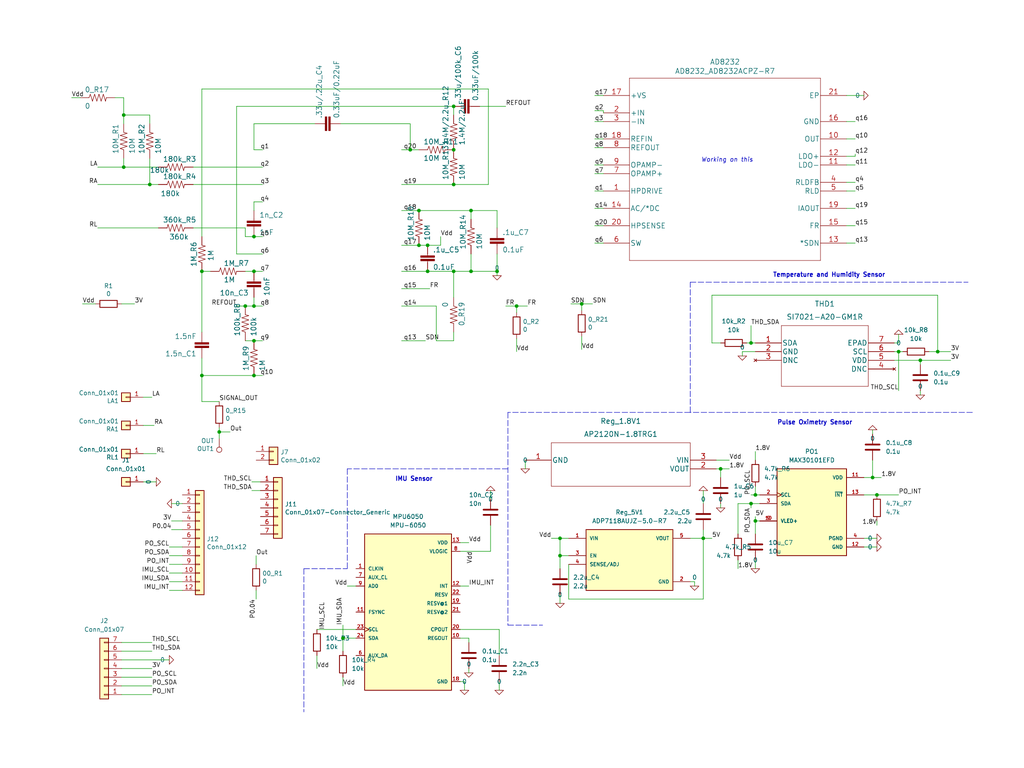
<source format=kicad_sch>
(kicad_sch (version 20211123) (generator eeschema)

  (uuid 9537853c-3059-4a3a-a682-3db69fca27d2)

  (paper "User" 299.568 224.688)

  (lib_symbols
    (symbol "2022-12-19_07-03-31:SI7021-A20-GM1R" (pin_names (offset 0.254)) (in_bom yes) (on_board yes)
      (property "Reference" "U" (id 0) (at 20.32 10.16 0)
        (effects (font (size 1.524 1.524)))
      )
      (property "Value" "SI7021-A20-GM1R" (id 1) (at 20.32 7.62 0)
        (effects (font (size 1.524 1.524)))
      )
      (property "Footprint" "DFN6_3X3_SIL" (id 2) (at 20.32 6.096 0)
        (effects (font (size 1.524 1.524)) hide)
      )
      (property "Datasheet" "" (id 3) (at 0 0 0)
        (effects (font (size 1.524 1.524)))
      )
      (property "ki_locked" "" (id 4) (at 0 0 0)
        (effects (font (size 1.27 1.27)))
      )
      (property "ki_fp_filters" "DFN6_3X3_SIL DFN6_3X3_SIL-M DFN6_3X3_SIL-L" (id 5) (at 0 0 0)
        (effects (font (size 1.27 1.27)) hide)
      )
      (symbol "SI7021-A20-GM1R_1_1"
        (polyline
          (pts
            (xy 7.62 -12.7)
            (xy 33.02 -12.7)
          )
          (stroke (width 0.127) (type default) (color 0 0 0 0))
          (fill (type none))
        )
        (polyline
          (pts
            (xy 7.62 5.08)
            (xy 7.62 -12.7)
          )
          (stroke (width 0.127) (type default) (color 0 0 0 0))
          (fill (type none))
        )
        (polyline
          (pts
            (xy 33.02 -12.7)
            (xy 33.02 5.08)
          )
          (stroke (width 0.127) (type default) (color 0 0 0 0))
          (fill (type none))
        )
        (polyline
          (pts
            (xy 33.02 5.08)
            (xy 7.62 5.08)
          )
          (stroke (width 0.127) (type default) (color 0 0 0 0))
          (fill (type none))
        )
        (pin bidirectional line (at 0 0 0) (length 7.62)
          (name "SDA" (effects (font (size 1.4986 1.4986))))
          (number "1" (effects (font (size 1.4986 1.4986))))
        )
        (pin power_in line (at 0 -2.54 0) (length 7.62)
          (name "GND" (effects (font (size 1.4986 1.4986))))
          (number "2" (effects (font (size 1.4986 1.4986))))
        )
        (pin no_connect line (at 0 -5.08 0) (length 7.62)
          (name "DNC" (effects (font (size 1.4986 1.4986))))
          (number "3" (effects (font (size 1.4986 1.4986))))
        )
        (pin no_connect line (at 40.64 -7.62 180) (length 7.62)
          (name "DNC" (effects (font (size 1.4986 1.4986))))
          (number "4" (effects (font (size 1.4986 1.4986))))
        )
        (pin power_in line (at 40.64 -5.08 180) (length 7.62)
          (name "VDD" (effects (font (size 1.4986 1.4986))))
          (number "5" (effects (font (size 1.4986 1.4986))))
        )
        (pin input line (at 40.64 -2.54 180) (length 7.62)
          (name "SCL" (effects (font (size 1.4986 1.4986))))
          (number "6" (effects (font (size 1.4986 1.4986))))
        )
        (pin unspecified line (at 40.64 0 180) (length 7.62)
          (name "EPAD" (effects (font (size 1.4986 1.4986))))
          (number "7" (effects (font (size 1.4986 1.4986))))
        )
      )
    )
    (symbol "2022-12-19_18-15-01:AP2120N-1.8TRG1" (pin_names (offset 0.254)) (in_bom yes) (on_board yes)
      (property "Reference" "U" (id 0) (at 27.94 10.16 0)
        (effects (font (size 1.524 1.524)))
      )
      (property "Value" "AP2120N-1.8TRG1" (id 1) (at 27.94 7.62 0)
        (effects (font (size 1.524 1.524)))
      )
      (property "Footprint" "SOT-23_DIO" (id 2) (at 27.94 6.096 0)
        (effects (font (size 1.524 1.524)) hide)
      )
      (property "Datasheet" "" (id 3) (at 0 0 0)
        (effects (font (size 1.524 1.524)))
      )
      (property "ki_locked" "" (id 4) (at 0 0 0)
        (effects (font (size 1.27 1.27)))
      )
      (property "ki_fp_filters" "SOT-23_DIO SOT-23_DIO-M SOT-23_DIO-L" (id 5) (at 0 0 0)
        (effects (font (size 1.27 1.27)) hide)
      )
      (symbol "AP2120N-1.8TRG1_1_1"
        (polyline
          (pts
            (xy 7.62 -7.62)
            (xy 48.26 -7.62)
          )
          (stroke (width 0.127) (type default) (color 0 0 0 0))
          (fill (type none))
        )
        (polyline
          (pts
            (xy 7.62 5.08)
            (xy 7.62 -7.62)
          )
          (stroke (width 0.127) (type default) (color 0 0 0 0))
          (fill (type none))
        )
        (polyline
          (pts
            (xy 48.26 -7.62)
            (xy 48.26 5.08)
          )
          (stroke (width 0.127) (type default) (color 0 0 0 0))
          (fill (type none))
        )
        (polyline
          (pts
            (xy 48.26 5.08)
            (xy 7.62 5.08)
          )
          (stroke (width 0.127) (type default) (color 0 0 0 0))
          (fill (type none))
        )
        (pin power_in line (at 0 0 0) (length 7.62)
          (name "GND" (effects (font (size 1.4986 1.4986))))
          (number "1" (effects (font (size 1.4986 1.4986))))
        )
        (pin output line (at 55.88 -2.54 180) (length 7.62)
          (name "VOUT" (effects (font (size 1.4986 1.4986))))
          (number "2" (effects (font (size 1.4986 1.4986))))
        )
        (pin input line (at 55.88 0 180) (length 7.62)
          (name "VIN" (effects (font (size 1.4986 1.4986))))
          (number "3" (effects (font (size 1.4986 1.4986))))
        )
      )
    )
    (symbol "AD8232_Heart_Rate_Monitor_v10-eagle-import:0OHM1_10W5%(0603)" (pin_names (offset 1.016)) (in_bom yes) (on_board yes)
      (property "Reference" "R" (id 0) (at -3.81 1.4986 0)
        (effects (font (size 1.4986 1.4986)) (justify left bottom))
      )
      (property "Value" "0OHM1_10W5%(0603)" (id 1) (at -3.81 -3.302 0)
        (effects (font (size 1.4986 1.4986)) (justify left bottom))
      )
      (property "Footprint" "" (id 2) (at 0 0 0)
        (effects (font (size 1.27 1.27)) hide)
      )
      (property "Datasheet" "" (id 3) (at 0 0 0)
        (effects (font (size 1.27 1.27)) hide)
      )
      (property "ki_locked" "" (id 4) (at 0 0 0)
        (effects (font (size 1.27 1.27)))
      )
      (symbol "0OHM1_10W5%(0603)_1_0"
        (polyline
          (pts
            (xy -2.54 0)
            (xy -2.159 1.016)
          )
          (stroke (width 0) (type default) (color 0 0 0 0))
          (fill (type none))
        )
        (polyline
          (pts
            (xy -2.159 1.016)
            (xy -1.524 -1.016)
          )
          (stroke (width 0) (type default) (color 0 0 0 0))
          (fill (type none))
        )
        (polyline
          (pts
            (xy -1.524 -1.016)
            (xy -0.889 1.016)
          )
          (stroke (width 0) (type default) (color 0 0 0 0))
          (fill (type none))
        )
        (polyline
          (pts
            (xy -0.889 1.016)
            (xy -0.254 -1.016)
          )
          (stroke (width 0) (type default) (color 0 0 0 0))
          (fill (type none))
        )
        (polyline
          (pts
            (xy -0.254 -1.016)
            (xy 0.381 1.016)
          )
          (stroke (width 0) (type default) (color 0 0 0 0))
          (fill (type none))
        )
        (polyline
          (pts
            (xy 0.381 1.016)
            (xy 1.016 -1.016)
          )
          (stroke (width 0) (type default) (color 0 0 0 0))
          (fill (type none))
        )
        (polyline
          (pts
            (xy 1.016 -1.016)
            (xy 1.651 1.016)
          )
          (stroke (width 0) (type default) (color 0 0 0 0))
          (fill (type none))
        )
        (polyline
          (pts
            (xy 1.651 1.016)
            (xy 2.286 -1.016)
          )
          (stroke (width 0) (type default) (color 0 0 0 0))
          (fill (type none))
        )
        (polyline
          (pts
            (xy 2.286 -1.016)
            (xy 2.54 0)
          )
          (stroke (width 0) (type default) (color 0 0 0 0))
          (fill (type none))
        )
        (pin passive line (at -5.08 0 0) (length 2.54)
          (name "1" (effects (font (size 0 0))))
          (number "1" (effects (font (size 0 0))))
        )
        (pin passive line (at 5.08 0 180) (length 2.54)
          (name "2" (effects (font (size 0 0))))
          (number "2" (effects (font (size 0 0))))
        )
      )
    )
    (symbol "AD8232_Heart_Rate_Monitor_v10-eagle-import:CAP0603-CAP" (pin_names (offset 1.016)) (in_bom yes) (on_board yes)
      (property "Reference" "C" (id 0) (at 1.524 2.921 0)
        (effects (font (size 1.4986 1.4986)) (justify left bottom))
      )
      (property "Value" "CAP0603-CAP" (id 1) (at 1.524 -2.159 0)
        (effects (font (size 1.4986 1.4986)) (justify left bottom))
      )
      (property "Footprint" "" (id 2) (at 0 0 0)
        (effects (font (size 1.27 1.27)) hide)
      )
      (property "Datasheet" "" (id 3) (at 0 0 0)
        (effects (font (size 1.27 1.27)) hide)
      )
      (property "ki_locked" "" (id 4) (at 0 0 0)
        (effects (font (size 1.27 1.27)))
      )
      (symbol "CAP0603-CAP_1_0"
        (rectangle (start -2.032 0.508) (end 2.032 1.016)
          (stroke (width 0) (type default) (color 0 0 0 0))
          (fill (type outline))
        )
        (rectangle (start -2.032 1.524) (end 2.032 2.032)
          (stroke (width 0) (type default) (color 0 0 0 0))
          (fill (type outline))
        )
        (polyline
          (pts
            (xy 0 0)
            (xy 0 0.508)
          )
          (stroke (width 0) (type default) (color 0 0 0 0))
          (fill (type none))
        )
        (polyline
          (pts
            (xy 0 2.54)
            (xy 0 2.032)
          )
          (stroke (width 0) (type default) (color 0 0 0 0))
          (fill (type none))
        )
        (pin passive line (at 0 5.08 270) (length 2.54)
          (name "1" (effects (font (size 0 0))))
          (number "1" (effects (font (size 0 0))))
        )
        (pin passive line (at 0 -2.54 90) (length 2.54)
          (name "2" (effects (font (size 0 0))))
          (number "2" (effects (font (size 0 0))))
        )
      )
    )
    (symbol "AD8232_Heart_Rate_Monitor_v10-eagle-import:CAP0805" (pin_names (offset 1.016)) (in_bom yes) (on_board yes)
      (property "Reference" "C" (id 0) (at 1.524 2.921 0)
        (effects (font (size 1.4986 1.4986)) (justify left bottom))
      )
      (property "Value" "CAP0805" (id 1) (at 1.524 -2.159 0)
        (effects (font (size 1.4986 1.4986)) (justify left bottom))
      )
      (property "Footprint" "" (id 2) (at 0 0 0)
        (effects (font (size 1.27 1.27)) hide)
      )
      (property "Datasheet" "" (id 3) (at 0 0 0)
        (effects (font (size 1.27 1.27)) hide)
      )
      (property "ki_locked" "" (id 4) (at 0 0 0)
        (effects (font (size 1.27 1.27)))
      )
      (symbol "CAP0805_1_0"
        (rectangle (start -2.032 0.508) (end 2.032 1.016)
          (stroke (width 0) (type default) (color 0 0 0 0))
          (fill (type outline))
        )
        (rectangle (start -2.032 1.524) (end 2.032 2.032)
          (stroke (width 0) (type default) (color 0 0 0 0))
          (fill (type outline))
        )
        (polyline
          (pts
            (xy 0 0)
            (xy 0 0.508)
          )
          (stroke (width 0) (type default) (color 0 0 0 0))
          (fill (type none))
        )
        (polyline
          (pts
            (xy 0 2.54)
            (xy 0 2.032)
          )
          (stroke (width 0) (type default) (color 0 0 0 0))
          (fill (type none))
        )
        (pin passive line (at 0 5.08 270) (length 2.54)
          (name "1" (effects (font (size 0 0))))
          (number "1" (effects (font (size 0 0))))
        )
        (pin passive line (at 0 -2.54 90) (length 2.54)
          (name "2" (effects (font (size 0 0))))
          (number "2" (effects (font (size 0 0))))
        )
      )
    )
    (symbol "AD8232_Heart_Rate_Monitor_v10-eagle-import:RESISTOR0603-RES" (pin_names (offset 1.016)) (in_bom yes) (on_board yes)
      (property "Reference" "R" (id 0) (at -3.81 1.4986 0)
        (effects (font (size 1.4986 1.4986)) (justify left bottom))
      )
      (property "Value" "RESISTOR0603-RES" (id 1) (at -3.81 -3.302 0)
        (effects (font (size 1.4986 1.4986)) (justify left bottom))
      )
      (property "Footprint" "" (id 2) (at 0 0 0)
        (effects (font (size 1.27 1.27)) hide)
      )
      (property "Datasheet" "" (id 3) (at 0 0 0)
        (effects (font (size 1.27 1.27)) hide)
      )
      (property "ki_locked" "" (id 4) (at 0 0 0)
        (effects (font (size 1.27 1.27)))
      )
      (symbol "RESISTOR0603-RES_1_0"
        (polyline
          (pts
            (xy -2.54 0)
            (xy -2.159 1.016)
          )
          (stroke (width 0) (type default) (color 0 0 0 0))
          (fill (type none))
        )
        (polyline
          (pts
            (xy -2.159 1.016)
            (xy -1.524 -1.016)
          )
          (stroke (width 0) (type default) (color 0 0 0 0))
          (fill (type none))
        )
        (polyline
          (pts
            (xy -1.524 -1.016)
            (xy -0.889 1.016)
          )
          (stroke (width 0) (type default) (color 0 0 0 0))
          (fill (type none))
        )
        (polyline
          (pts
            (xy -0.889 1.016)
            (xy -0.254 -1.016)
          )
          (stroke (width 0) (type default) (color 0 0 0 0))
          (fill (type none))
        )
        (polyline
          (pts
            (xy -0.254 -1.016)
            (xy 0.381 1.016)
          )
          (stroke (width 0) (type default) (color 0 0 0 0))
          (fill (type none))
        )
        (polyline
          (pts
            (xy 0.381 1.016)
            (xy 1.016 -1.016)
          )
          (stroke (width 0) (type default) (color 0 0 0 0))
          (fill (type none))
        )
        (polyline
          (pts
            (xy 1.016 -1.016)
            (xy 1.651 1.016)
          )
          (stroke (width 0) (type default) (color 0 0 0 0))
          (fill (type none))
        )
        (polyline
          (pts
            (xy 1.651 1.016)
            (xy 2.286 -1.016)
          )
          (stroke (width 0) (type default) (color 0 0 0 0))
          (fill (type none))
        )
        (polyline
          (pts
            (xy 2.286 -1.016)
            (xy 2.54 0)
          )
          (stroke (width 0) (type default) (color 0 0 0 0))
          (fill (type none))
        )
        (pin passive line (at -5.08 0 0) (length 2.54)
          (name "1" (effects (font (size 0 0))))
          (number "1" (effects (font (size 0 0))))
        )
        (pin passive line (at 5.08 0 180) (length 2.54)
          (name "2" (effects (font (size 0 0))))
          (number "2" (effects (font (size 0 0))))
        )
      )
    )
    (symbol "AD8232_Heart_Rate_Monitor_v10-rescue:0-pspice" (power) (pin_names (offset 0)) (in_bom yes) (on_board yes)
      (property "Reference" "#GND" (id 0) (at 0 -2.54 0)
        (effects (font (size 1.27 1.27)) hide)
      )
      (property "Value" "0-pspice" (id 1) (at 0 -1.778 0)
        (effects (font (size 1.27 1.27)))
      )
      (property "Footprint" "" (id 2) (at 0 0 0)
        (effects (font (size 1.27 1.27)) hide)
      )
      (property "Datasheet" "" (id 3) (at 0 0 0)
        (effects (font (size 1.27 1.27)) hide)
      )
      (symbol "0-pspice_0_1"
        (polyline
          (pts
            (xy -1.27 0)
            (xy 0 -1.27)
            (xy 1.27 0)
            (xy -1.27 0)
          )
          (stroke (width 0) (type default) (color 0 0 0 0))
          (fill (type none))
        )
      )
      (symbol "0-pspice_1_1"
        (pin power_in line (at 0 0 0) (length 0) hide
          (name "0" (effects (font (size 1.016 1.016))))
          (number "1" (effects (font (size 1.016 1.016))))
        )
      )
    )
    (symbol "AD8232_Heart_Rate_Monitor_v10-rescue:Conn_01x01-Connector_Generic" (pin_names (offset 1.016) hide) (in_bom yes) (on_board yes)
      (property "Reference" "J" (id 0) (at 0 2.54 0)
        (effects (font (size 1.27 1.27)))
      )
      (property "Value" "Conn_01x01-Connector_Generic" (id 1) (at 0 -2.54 0)
        (effects (font (size 1.27 1.27)))
      )
      (property "Footprint" "" (id 2) (at 0 0 0)
        (effects (font (size 1.27 1.27)) hide)
      )
      (property "Datasheet" "" (id 3) (at 0 0 0)
        (effects (font (size 1.27 1.27)) hide)
      )
      (property "ki_fp_filters" "Connector*:*_1x??_*" (id 4) (at 0 0 0)
        (effects (font (size 1.27 1.27)) hide)
      )
      (symbol "Conn_01x01-Connector_Generic_1_1"
        (rectangle (start -1.27 0.127) (end 0 -0.127)
          (stroke (width 0.1524) (type default) (color 0 0 0 0))
          (fill (type none))
        )
        (rectangle (start -1.27 1.27) (end 1.27 -1.27)
          (stroke (width 0.254) (type default) (color 0 0 0 0))
          (fill (type background))
        )
        (pin passive line (at -5.08 0 0) (length 3.81)
          (name "Pin_1" (effects (font (size 1.27 1.27))))
          (number "1" (effects (font (size 1.27 1.27))))
        )
      )
    )
    (symbol "AD8232_Heart_Rate_Monitor_v10-rescue:Conn_01x07-Connector_Generic" (pin_names (offset 1.016) hide) (in_bom yes) (on_board yes)
      (property "Reference" "J" (id 0) (at 0 10.16 0)
        (effects (font (size 1.27 1.27)))
      )
      (property "Value" "Conn_01x07-Connector_Generic" (id 1) (at 0 -10.16 0)
        (effects (font (size 1.27 1.27)))
      )
      (property "Footprint" "" (id 2) (at 0 0 0)
        (effects (font (size 1.27 1.27)) hide)
      )
      (property "Datasheet" "" (id 3) (at 0 0 0)
        (effects (font (size 1.27 1.27)) hide)
      )
      (property "ki_fp_filters" "Connector*:*_1x??_*" (id 4) (at 0 0 0)
        (effects (font (size 1.27 1.27)) hide)
      )
      (symbol "Conn_01x07-Connector_Generic_1_1"
        (rectangle (start -1.27 -7.493) (end 0 -7.747)
          (stroke (width 0.1524) (type default) (color 0 0 0 0))
          (fill (type none))
        )
        (rectangle (start -1.27 -4.953) (end 0 -5.207)
          (stroke (width 0.1524) (type default) (color 0 0 0 0))
          (fill (type none))
        )
        (rectangle (start -1.27 -2.413) (end 0 -2.667)
          (stroke (width 0.1524) (type default) (color 0 0 0 0))
          (fill (type none))
        )
        (rectangle (start -1.27 0.127) (end 0 -0.127)
          (stroke (width 0.1524) (type default) (color 0 0 0 0))
          (fill (type none))
        )
        (rectangle (start -1.27 2.667) (end 0 2.413)
          (stroke (width 0.1524) (type default) (color 0 0 0 0))
          (fill (type none))
        )
        (rectangle (start -1.27 5.207) (end 0 4.953)
          (stroke (width 0.1524) (type default) (color 0 0 0 0))
          (fill (type none))
        )
        (rectangle (start -1.27 7.747) (end 0 7.493)
          (stroke (width 0.1524) (type default) (color 0 0 0 0))
          (fill (type none))
        )
        (rectangle (start -1.27 8.89) (end 1.27 -8.89)
          (stroke (width 0.254) (type default) (color 0 0 0 0))
          (fill (type background))
        )
        (pin passive line (at -5.08 7.62 0) (length 3.81)
          (name "Pin_1" (effects (font (size 1.27 1.27))))
          (number "1" (effects (font (size 1.27 1.27))))
        )
        (pin passive line (at -5.08 5.08 0) (length 3.81)
          (name "Pin_2" (effects (font (size 1.27 1.27))))
          (number "2" (effects (font (size 1.27 1.27))))
        )
        (pin passive line (at -5.08 2.54 0) (length 3.81)
          (name "Pin_3" (effects (font (size 1.27 1.27))))
          (number "3" (effects (font (size 1.27 1.27))))
        )
        (pin passive line (at -5.08 0 0) (length 3.81)
          (name "Pin_4" (effects (font (size 1.27 1.27))))
          (number "4" (effects (font (size 1.27 1.27))))
        )
        (pin passive line (at -5.08 -2.54 0) (length 3.81)
          (name "Pin_5" (effects (font (size 1.27 1.27))))
          (number "5" (effects (font (size 1.27 1.27))))
        )
        (pin passive line (at -5.08 -5.08 0) (length 3.81)
          (name "Pin_6" (effects (font (size 1.27 1.27))))
          (number "6" (effects (font (size 1.27 1.27))))
        )
        (pin passive line (at -5.08 -7.62 0) (length 3.81)
          (name "Pin_7" (effects (font (size 1.27 1.27))))
          (number "7" (effects (font (size 1.27 1.27))))
        )
      )
    )
    (symbol "AD8232_Heart_Rate_Monitor_v10-rescue:R-Device" (pin_numbers hide) (pin_names (offset 0)) (in_bom yes) (on_board yes)
      (property "Reference" "R" (id 0) (at 2.032 0 90)
        (effects (font (size 1.27 1.27)))
      )
      (property "Value" "R-Device" (id 1) (at 0 0 90)
        (effects (font (size 1.27 1.27)))
      )
      (property "Footprint" "" (id 2) (at -1.778 0 90)
        (effects (font (size 1.27 1.27)) hide)
      )
      (property "Datasheet" "" (id 3) (at 0 0 0)
        (effects (font (size 1.27 1.27)) hide)
      )
      (property "ki_fp_filters" "R_*" (id 4) (at 0 0 0)
        (effects (font (size 1.27 1.27)) hide)
      )
      (symbol "R-Device_0_1"
        (rectangle (start -1.016 -2.54) (end 1.016 2.54)
          (stroke (width 0.254) (type default) (color 0 0 0 0))
          (fill (type none))
        )
      )
      (symbol "R-Device_1_1"
        (pin passive line (at 0 3.81 270) (length 1.27)
          (name "~" (effects (font (size 1.27 1.27))))
          (number "1" (effects (font (size 1.27 1.27))))
        )
        (pin passive line (at 0 -3.81 90) (length 1.27)
          (name "~" (effects (font (size 1.27 1.27))))
          (number "2" (effects (font (size 1.27 1.27))))
        )
      )
    )
    (symbol "AD8232_Heart_Rate_Monitor_v10-rescue:TestPoint-Connector" (pin_numbers hide) (pin_names (offset 0.762) hide) (in_bom yes) (on_board yes)
      (property "Reference" "TP" (id 0) (at 0 6.858 0)
        (effects (font (size 1.27 1.27)))
      )
      (property "Value" "TestPoint-Connector" (id 1) (at 0 5.08 0)
        (effects (font (size 1.27 1.27)))
      )
      (property "Footprint" "" (id 2) (at 5.08 0 0)
        (effects (font (size 1.27 1.27)) hide)
      )
      (property "Datasheet" "" (id 3) (at 5.08 0 0)
        (effects (font (size 1.27 1.27)) hide)
      )
      (property "ki_fp_filters" "Pin* Test*" (id 4) (at 0 0 0)
        (effects (font (size 1.27 1.27)) hide)
      )
      (symbol "TestPoint-Connector_0_1"
        (circle (center 0 3.302) (radius 0.762)
          (stroke (width 0) (type default) (color 0 0 0 0))
          (fill (type none))
        )
      )
      (symbol "TestPoint-Connector_1_1"
        (pin passive line (at 0 0 90) (length 2.54)
          (name "1" (effects (font (size 1.27 1.27))))
          (number "1" (effects (font (size 1.27 1.27))))
        )
      )
    )
    (symbol "AD8232_Heart_Rate_Monitor_v4.0-rescue:0-pspice" (power) (pin_names (offset 0)) (in_bom yes) (on_board yes)
      (property "Reference" "#GND" (id 0) (at 0 -2.54 0)
        (effects (font (size 1.27 1.27)) hide)
      )
      (property "Value" "0-pspice" (id 1) (at 0 -1.778 0)
        (effects (font (size 1.27 1.27)))
      )
      (property "Footprint" "" (id 2) (at 0 0 0)
        (effects (font (size 1.27 1.27)) hide)
      )
      (property "Datasheet" "" (id 3) (at 0 0 0)
        (effects (font (size 1.27 1.27)) hide)
      )
      (symbol "0-pspice_0_1"
        (polyline
          (pts
            (xy -1.27 0)
            (xy 0 -1.27)
            (xy 1.27 0)
            (xy -1.27 0)
          )
          (stroke (width 0) (type default) (color 0 0 0 0))
          (fill (type none))
        )
      )
      (symbol "0-pspice_1_1"
        (pin power_in line (at 0 0 0) (length 0) hide
          (name "0" (effects (font (size 1.016 1.016))))
          (number "1" (effects (font (size 1.016 1.016))))
        )
      )
    )
    (symbol "AD8232_Heart_Rate_Monitor_v4.0-rescue:AD8232_AD8232ACPZ-R7-ECGtypeC_V2-cache" (pin_names (offset 0.254)) (in_bom yes) (on_board yes)
      (property "Reference" "U" (id 0) (at 35.56 10.16 0)
        (effects (font (size 1.524 1.524)))
      )
      (property "Value" "AD8232_AD8232ACPZ-R7-ECGtypeC_V2-cache" (id 1) (at 35.56 7.62 0)
        (effects (font (size 1.524 1.524)))
      )
      (property "Footprint" "CP_20_10" (id 2) (at 35.56 6.096 0)
        (effects (font (size 1.524 1.524)) hide)
      )
      (property "Datasheet" "" (id 3) (at 0 0 0)
        (effects (font (size 1.524 1.524)))
      )
      (property "ki_fp_filters" "CP_20_10" (id 4) (at 0 0 0)
        (effects (font (size 1.27 1.27)) hide)
      )
      (symbol "AD8232_AD8232ACPZ-R7-ECGtypeC_V2-cache_1_0"
        (polyline
          (pts
            (xy 7.62 -48.26)
            (xy 63.5 -48.26)
          )
          (stroke (width 0.127) (type default) (color 0 0 0 0))
          (fill (type none))
        )
        (polyline
          (pts
            (xy 7.62 5.08)
            (xy 7.62 -48.26)
          )
          (stroke (width 0.127) (type default) (color 0 0 0 0))
          (fill (type none))
        )
        (polyline
          (pts
            (xy 63.5 -48.26)
            (xy 63.5 5.08)
          )
          (stroke (width 0.127) (type default) (color 0 0 0 0))
          (fill (type none))
        )
        (polyline
          (pts
            (xy 63.5 5.08)
            (xy 7.62 5.08)
          )
          (stroke (width 0.127) (type default) (color 0 0 0 0))
          (fill (type none))
        )
        (pin unspecified line (at 0 -27.94 0) (length 7.62)
          (name "HPDRIVE" (effects (font (size 1.4986 1.4986))))
          (number "1" (effects (font (size 1.4986 1.4986))))
        )
        (pin unspecified line (at 71.12 -12.7 180) (length 7.62)
          (name "OUT" (effects (font (size 1.4986 1.4986))))
          (number "10" (effects (font (size 1.4986 1.4986))))
        )
        (pin unspecified line (at 71.12 -20.32 180) (length 7.62)
          (name "LDO-" (effects (font (size 1.4986 1.4986))))
          (number "11" (effects (font (size 1.4986 1.4986))))
        )
        (pin unspecified line (at 71.12 -17.78 180) (length 7.62)
          (name "LDO+" (effects (font (size 1.4986 1.4986))))
          (number "12" (effects (font (size 1.4986 1.4986))))
        )
        (pin unspecified line (at 71.12 -43.18 180) (length 7.62)
          (name "*SDN" (effects (font (size 1.4986 1.4986))))
          (number "13" (effects (font (size 1.4986 1.4986))))
        )
        (pin unspecified line (at 0 -33.02 0) (length 7.62)
          (name "AC/*DC" (effects (font (size 1.4986 1.4986))))
          (number "14" (effects (font (size 1.4986 1.4986))))
        )
        (pin unspecified line (at 71.12 -38.1 180) (length 7.62)
          (name "FR" (effects (font (size 1.4986 1.4986))))
          (number "15" (effects (font (size 1.4986 1.4986))))
        )
        (pin unspecified line (at 71.12 -7.62 180) (length 7.62)
          (name "GND" (effects (font (size 1.4986 1.4986))))
          (number "16" (effects (font (size 1.4986 1.4986))))
        )
        (pin unspecified line (at 0 0 0) (length 7.62)
          (name "+VS" (effects (font (size 1.4986 1.4986))))
          (number "17" (effects (font (size 1.4986 1.4986))))
        )
        (pin unspecified line (at 0 -12.7 0) (length 7.62)
          (name "REFIN" (effects (font (size 1.4986 1.4986))))
          (number "18" (effects (font (size 1.4986 1.4986))))
        )
        (pin unspecified line (at 71.12 -33.02 180) (length 7.62)
          (name "IAOUT" (effects (font (size 1.4986 1.4986))))
          (number "19" (effects (font (size 1.4986 1.4986))))
        )
        (pin unspecified line (at 0 -5.08 0) (length 7.62)
          (name "+IN" (effects (font (size 1.4986 1.4986))))
          (number "2" (effects (font (size 1.4986 1.4986))))
        )
        (pin unspecified line (at 0 -38.1 0) (length 7.62)
          (name "HPSENSE" (effects (font (size 1.4986 1.4986))))
          (number "20" (effects (font (size 1.4986 1.4986))))
        )
        (pin unspecified line (at 71.12 0 180) (length 7.62)
          (name "EP" (effects (font (size 1.4986 1.4986))))
          (number "21" (effects (font (size 1.4986 1.4986))))
        )
        (pin unspecified line (at 0 -7.62 0) (length 7.62)
          (name "-IN" (effects (font (size 1.4986 1.4986))))
          (number "3" (effects (font (size 1.4986 1.4986))))
        )
        (pin unspecified line (at 71.12 -25.4 180) (length 7.62)
          (name "RLDFB" (effects (font (size 1.4986 1.4986))))
          (number "4" (effects (font (size 1.4986 1.4986))))
        )
        (pin unspecified line (at 71.12 -27.94 180) (length 7.62)
          (name "RLD" (effects (font (size 1.4986 1.4986))))
          (number "5" (effects (font (size 1.4986 1.4986))))
        )
        (pin unspecified line (at 0 -43.18 0) (length 7.62)
          (name "SW" (effects (font (size 1.4986 1.4986))))
          (number "6" (effects (font (size 1.4986 1.4986))))
        )
        (pin unspecified line (at 0 -22.86 0) (length 7.62)
          (name "OPAMP+" (effects (font (size 1.4986 1.4986))))
          (number "7" (effects (font (size 1.4986 1.4986))))
        )
        (pin unspecified line (at 0 -15.24 0) (length 7.62)
          (name "REFOUT" (effects (font (size 1.4986 1.4986))))
          (number "8" (effects (font (size 1.4986 1.4986))))
        )
        (pin unspecified line (at 0 -20.32 0) (length 7.62)
          (name "OPAMP-" (effects (font (size 1.4986 1.4986))))
          (number "9" (effects (font (size 1.4986 1.4986))))
        )
      )
    )
    (symbol "AD8232_Heart_Rate_Monitor_v4.0-rescue:Conn_01x02-Connector_Generic" (pin_names (offset 1.016) hide) (in_bom yes) (on_board yes)
      (property "Reference" "J" (id 0) (at 0 2.54 0)
        (effects (font (size 1.27 1.27)))
      )
      (property "Value" "Conn_01x02-Connector_Generic" (id 1) (at 0 -5.08 0)
        (effects (font (size 1.27 1.27)))
      )
      (property "Footprint" "" (id 2) (at 0 0 0)
        (effects (font (size 1.27 1.27)) hide)
      )
      (property "Datasheet" "" (id 3) (at 0 0 0)
        (effects (font (size 1.27 1.27)) hide)
      )
      (property "ki_fp_filters" "Connector*:*_1x??_*" (id 4) (at 0 0 0)
        (effects (font (size 1.27 1.27)) hide)
      )
      (symbol "Conn_01x02-Connector_Generic_1_1"
        (rectangle (start -1.27 -2.413) (end 0 -2.667)
          (stroke (width 0.1524) (type default) (color 0 0 0 0))
          (fill (type none))
        )
        (rectangle (start -1.27 0.127) (end 0 -0.127)
          (stroke (width 0.1524) (type default) (color 0 0 0 0))
          (fill (type none))
        )
        (rectangle (start -1.27 1.27) (end 1.27 -3.81)
          (stroke (width 0.254) (type default) (color 0 0 0 0))
          (fill (type background))
        )
        (pin passive line (at -5.08 0 0) (length 3.81)
          (name "Pin_1" (effects (font (size 1.27 1.27))))
          (number "1" (effects (font (size 1.27 1.27))))
        )
        (pin passive line (at -5.08 -2.54 0) (length 3.81)
          (name "Pin_2" (effects (font (size 1.27 1.27))))
          (number "2" (effects (font (size 1.27 1.27))))
        )
      )
    )
    (symbol "AD8232_Heart_Rate_Monitor_v4.0-rescue:Conn_01x12-Connector_Generic" (pin_names (offset 1.016) hide) (in_bom yes) (on_board yes)
      (property "Reference" "J" (id 0) (at 0 15.24 0)
        (effects (font (size 1.27 1.27)))
      )
      (property "Value" "Conn_01x12-Connector_Generic" (id 1) (at 0 -17.78 0)
        (effects (font (size 1.27 1.27)))
      )
      (property "Footprint" "" (id 2) (at 0 0 0)
        (effects (font (size 1.27 1.27)) hide)
      )
      (property "Datasheet" "" (id 3) (at 0 0 0)
        (effects (font (size 1.27 1.27)) hide)
      )
      (property "ki_fp_filters" "Connector*:*_1x??_*" (id 4) (at 0 0 0)
        (effects (font (size 1.27 1.27)) hide)
      )
      (symbol "Conn_01x12-Connector_Generic_1_1"
        (rectangle (start -1.27 -15.113) (end 0 -15.367)
          (stroke (width 0.1524) (type default) (color 0 0 0 0))
          (fill (type none))
        )
        (rectangle (start -1.27 -12.573) (end 0 -12.827)
          (stroke (width 0.1524) (type default) (color 0 0 0 0))
          (fill (type none))
        )
        (rectangle (start -1.27 -10.033) (end 0 -10.287)
          (stroke (width 0.1524) (type default) (color 0 0 0 0))
          (fill (type none))
        )
        (rectangle (start -1.27 -7.493) (end 0 -7.747)
          (stroke (width 0.1524) (type default) (color 0 0 0 0))
          (fill (type none))
        )
        (rectangle (start -1.27 -4.953) (end 0 -5.207)
          (stroke (width 0.1524) (type default) (color 0 0 0 0))
          (fill (type none))
        )
        (rectangle (start -1.27 -2.413) (end 0 -2.667)
          (stroke (width 0.1524) (type default) (color 0 0 0 0))
          (fill (type none))
        )
        (rectangle (start -1.27 0.127) (end 0 -0.127)
          (stroke (width 0.1524) (type default) (color 0 0 0 0))
          (fill (type none))
        )
        (rectangle (start -1.27 2.667) (end 0 2.413)
          (stroke (width 0.1524) (type default) (color 0 0 0 0))
          (fill (type none))
        )
        (rectangle (start -1.27 5.207) (end 0 4.953)
          (stroke (width 0.1524) (type default) (color 0 0 0 0))
          (fill (type none))
        )
        (rectangle (start -1.27 7.747) (end 0 7.493)
          (stroke (width 0.1524) (type default) (color 0 0 0 0))
          (fill (type none))
        )
        (rectangle (start -1.27 10.287) (end 0 10.033)
          (stroke (width 0.1524) (type default) (color 0 0 0 0))
          (fill (type none))
        )
        (rectangle (start -1.27 12.827) (end 0 12.573)
          (stroke (width 0.1524) (type default) (color 0 0 0 0))
          (fill (type none))
        )
        (rectangle (start -1.27 13.97) (end 1.27 -16.51)
          (stroke (width 0.254) (type default) (color 0 0 0 0))
          (fill (type background))
        )
        (pin passive line (at -5.08 12.7 0) (length 3.81)
          (name "Pin_1" (effects (font (size 1.27 1.27))))
          (number "1" (effects (font (size 1.27 1.27))))
        )
        (pin passive line (at -5.08 -10.16 0) (length 3.81)
          (name "Pin_10" (effects (font (size 1.27 1.27))))
          (number "10" (effects (font (size 1.27 1.27))))
        )
        (pin passive line (at -5.08 -12.7 0) (length 3.81)
          (name "Pin_11" (effects (font (size 1.27 1.27))))
          (number "11" (effects (font (size 1.27 1.27))))
        )
        (pin passive line (at -5.08 -15.24 0) (length 3.81)
          (name "Pin_12" (effects (font (size 1.27 1.27))))
          (number "12" (effects (font (size 1.27 1.27))))
        )
        (pin passive line (at -5.08 10.16 0) (length 3.81)
          (name "Pin_2" (effects (font (size 1.27 1.27))))
          (number "2" (effects (font (size 1.27 1.27))))
        )
        (pin passive line (at -5.08 7.62 0) (length 3.81)
          (name "Pin_3" (effects (font (size 1.27 1.27))))
          (number "3" (effects (font (size 1.27 1.27))))
        )
        (pin passive line (at -5.08 5.08 0) (length 3.81)
          (name "Pin_4" (effects (font (size 1.27 1.27))))
          (number "4" (effects (font (size 1.27 1.27))))
        )
        (pin passive line (at -5.08 2.54 0) (length 3.81)
          (name "Pin_5" (effects (font (size 1.27 1.27))))
          (number "5" (effects (font (size 1.27 1.27))))
        )
        (pin passive line (at -5.08 0 0) (length 3.81)
          (name "Pin_6" (effects (font (size 1.27 1.27))))
          (number "6" (effects (font (size 1.27 1.27))))
        )
        (pin passive line (at -5.08 -2.54 0) (length 3.81)
          (name "Pin_7" (effects (font (size 1.27 1.27))))
          (number "7" (effects (font (size 1.27 1.27))))
        )
        (pin passive line (at -5.08 -5.08 0) (length 3.81)
          (name "Pin_8" (effects (font (size 1.27 1.27))))
          (number "8" (effects (font (size 1.27 1.27))))
        )
        (pin passive line (at -5.08 -7.62 0) (length 3.81)
          (name "Pin_9" (effects (font (size 1.27 1.27))))
          (number "9" (effects (font (size 1.27 1.27))))
        )
      )
    )
    (symbol "AD8232_Heart_Rate_Monitor_v4.0-rescue:R-Device" (pin_numbers hide) (pin_names (offset 0)) (in_bom yes) (on_board yes)
      (property "Reference" "R" (id 0) (at 2.032 0 90)
        (effects (font (size 1.27 1.27)))
      )
      (property "Value" "R-Device" (id 1) (at 0 0 90)
        (effects (font (size 1.27 1.27)))
      )
      (property "Footprint" "" (id 2) (at -1.778 0 90)
        (effects (font (size 1.27 1.27)) hide)
      )
      (property "Datasheet" "" (id 3) (at 0 0 0)
        (effects (font (size 1.27 1.27)) hide)
      )
      (property "ki_fp_filters" "R_*" (id 4) (at 0 0 0)
        (effects (font (size 1.27 1.27)) hide)
      )
      (symbol "R-Device_0_1"
        (rectangle (start -1.016 -2.54) (end 1.016 2.54)
          (stroke (width 0.254) (type default) (color 0 0 0 0))
          (fill (type none))
        )
      )
      (symbol "R-Device_1_1"
        (pin passive line (at 0 3.81 270) (length 1.27)
          (name "~" (effects (font (size 1.27 1.27))))
          (number "1" (effects (font (size 1.27 1.27))))
        )
        (pin passive line (at 0 -3.81 90) (length 1.27)
          (name "~" (effects (font (size 1.27 1.27))))
          (number "2" (effects (font (size 1.27 1.27))))
        )
      )
    )
    (symbol "ADP7118AUJZ-5.0-R7:ADP7118AUJZ-5.0-R7" (pin_names (offset 1.016)) (in_bom yes) (on_board yes)
      (property "Reference" "VR" (id 0) (at -12.7 8.89 0)
        (effects (font (size 1.27 1.27)) (justify left bottom))
      )
      (property "Value" "ADP7118AUJZ-5.0-R7" (id 1) (at -12.7 -11.43 0)
        (effects (font (size 1.27 1.27)) (justify left top))
      )
      (property "Footprint" "SOP95P280X100-5N" (id 2) (at 0 0 0)
        (effects (font (size 1.27 1.27)) (justify bottom) hide)
      )
      (property "Datasheet" "" (id 3) (at 0 0 0)
        (effects (font (size 1.27 1.27)) hide)
      )
      (property "MANUFACTURER" "Analog Devices" (id 4) (at 0 0 0)
        (effects (font (size 1.27 1.27)) (justify bottom) hide)
      )
      (property "PARTREV" "E" (id 5) (at 0 0 0)
        (effects (font (size 1.27 1.27)) (justify bottom) hide)
      )
      (property "STANDARD" "IPC-7351B" (id 6) (at 0 0 0)
        (effects (font (size 1.27 1.27)) (justify bottom) hide)
      )
      (property "MAXIMUM_PACKAGE_HEIGHT" "1.00mm" (id 7) (at 0 0 0)
        (effects (font (size 1.27 1.27)) (justify bottom) hide)
      )
      (symbol "ADP7118AUJZ-5.0-R7_0_0"
        (rectangle (start -12.7 -10.16) (end 12.7 7.62)
          (stroke (width 0.254) (type default) (color 0 0 0 0))
          (fill (type background))
        )
        (pin input line (at -17.78 5.08 0) (length 5.08)
          (name "VIN" (effects (font (size 1.016 1.016))))
          (number "1" (effects (font (size 1.016 1.016))))
        )
        (pin bidirectional line (at 17.78 -7.62 180) (length 5.08)
          (name "GND" (effects (font (size 1.016 1.016))))
          (number "2" (effects (font (size 1.016 1.016))))
        )
        (pin input line (at -17.78 0 0) (length 5.08)
          (name "EN" (effects (font (size 1.016 1.016))))
          (number "3" (effects (font (size 1.016 1.016))))
        )
        (pin input line (at -17.78 -2.54 0) (length 5.08)
          (name "SENSE/ADJ" (effects (font (size 1.016 1.016))))
          (number "4" (effects (font (size 1.016 1.016))))
        )
        (pin output line (at 17.78 5.08 180) (length 5.08)
          (name "VOUT" (effects (font (size 1.016 1.016))))
          (number "5" (effects (font (size 1.016 1.016))))
        )
      )
    )
    (symbol "Connector_Generic:Conn_01x01" (pin_names (offset 1.016) hide) (in_bom yes) (on_board yes)
      (property "Reference" "J" (id 0) (at 0 2.54 0)
        (effects (font (size 1.27 1.27)))
      )
      (property "Value" "Conn_01x01" (id 1) (at 0 -2.54 0)
        (effects (font (size 1.27 1.27)))
      )
      (property "Footprint" "" (id 2) (at 0 0 0)
        (effects (font (size 1.27 1.27)) hide)
      )
      (property "Datasheet" "~" (id 3) (at 0 0 0)
        (effects (font (size 1.27 1.27)) hide)
      )
      (property "ki_keywords" "connector" (id 4) (at 0 0 0)
        (effects (font (size 1.27 1.27)) hide)
      )
      (property "ki_description" "Generic connector, single row, 01x01, script generated (kicad-library-utils/schlib/autogen/connector/)" (id 5) (at 0 0 0)
        (effects (font (size 1.27 1.27)) hide)
      )
      (property "ki_fp_filters" "Connector*:*_1x??_*" (id 6) (at 0 0 0)
        (effects (font (size 1.27 1.27)) hide)
      )
      (symbol "Conn_01x01_1_1"
        (rectangle (start -1.27 0.127) (end 0 -0.127)
          (stroke (width 0.1524) (type default) (color 0 0 0 0))
          (fill (type none))
        )
        (rectangle (start -1.27 1.27) (end 1.27 -1.27)
          (stroke (width 0.254) (type default) (color 0 0 0 0))
          (fill (type background))
        )
        (pin passive line (at -5.08 0 0) (length 3.81)
          (name "Pin_1" (effects (font (size 1.27 1.27))))
          (number "1" (effects (font (size 1.27 1.27))))
        )
      )
    )
    (symbol "Connector_Generic:Conn_01x07" (pin_names (offset 1.016) hide) (in_bom yes) (on_board yes)
      (property "Reference" "J" (id 0) (at 0 10.16 0)
        (effects (font (size 1.27 1.27)))
      )
      (property "Value" "Conn_01x07" (id 1) (at 0 -10.16 0)
        (effects (font (size 1.27 1.27)))
      )
      (property "Footprint" "" (id 2) (at 0 0 0)
        (effects (font (size 1.27 1.27)) hide)
      )
      (property "Datasheet" "~" (id 3) (at 0 0 0)
        (effects (font (size 1.27 1.27)) hide)
      )
      (property "ki_keywords" "connector" (id 4) (at 0 0 0)
        (effects (font (size 1.27 1.27)) hide)
      )
      (property "ki_description" "Generic connector, single row, 01x07, script generated (kicad-library-utils/schlib/autogen/connector/)" (id 5) (at 0 0 0)
        (effects (font (size 1.27 1.27)) hide)
      )
      (property "ki_fp_filters" "Connector*:*_1x??_*" (id 6) (at 0 0 0)
        (effects (font (size 1.27 1.27)) hide)
      )
      (symbol "Conn_01x07_1_1"
        (rectangle (start -1.27 -7.493) (end 0 -7.747)
          (stroke (width 0.1524) (type default) (color 0 0 0 0))
          (fill (type none))
        )
        (rectangle (start -1.27 -4.953) (end 0 -5.207)
          (stroke (width 0.1524) (type default) (color 0 0 0 0))
          (fill (type none))
        )
        (rectangle (start -1.27 -2.413) (end 0 -2.667)
          (stroke (width 0.1524) (type default) (color 0 0 0 0))
          (fill (type none))
        )
        (rectangle (start -1.27 0.127) (end 0 -0.127)
          (stroke (width 0.1524) (type default) (color 0 0 0 0))
          (fill (type none))
        )
        (rectangle (start -1.27 2.667) (end 0 2.413)
          (stroke (width 0.1524) (type default) (color 0 0 0 0))
          (fill (type none))
        )
        (rectangle (start -1.27 5.207) (end 0 4.953)
          (stroke (width 0.1524) (type default) (color 0 0 0 0))
          (fill (type none))
        )
        (rectangle (start -1.27 7.747) (end 0 7.493)
          (stroke (width 0.1524) (type default) (color 0 0 0 0))
          (fill (type none))
        )
        (rectangle (start -1.27 8.89) (end 1.27 -8.89)
          (stroke (width 0.254) (type default) (color 0 0 0 0))
          (fill (type background))
        )
        (pin passive line (at -5.08 7.62 0) (length 3.81)
          (name "Pin_1" (effects (font (size 1.27 1.27))))
          (number "1" (effects (font (size 1.27 1.27))))
        )
        (pin passive line (at -5.08 5.08 0) (length 3.81)
          (name "Pin_2" (effects (font (size 1.27 1.27))))
          (number "2" (effects (font (size 1.27 1.27))))
        )
        (pin passive line (at -5.08 2.54 0) (length 3.81)
          (name "Pin_3" (effects (font (size 1.27 1.27))))
          (number "3" (effects (font (size 1.27 1.27))))
        )
        (pin passive line (at -5.08 0 0) (length 3.81)
          (name "Pin_4" (effects (font (size 1.27 1.27))))
          (number "4" (effects (font (size 1.27 1.27))))
        )
        (pin passive line (at -5.08 -2.54 0) (length 3.81)
          (name "Pin_5" (effects (font (size 1.27 1.27))))
          (number "5" (effects (font (size 1.27 1.27))))
        )
        (pin passive line (at -5.08 -5.08 0) (length 3.81)
          (name "Pin_6" (effects (font (size 1.27 1.27))))
          (number "6" (effects (font (size 1.27 1.27))))
        )
        (pin passive line (at -5.08 -7.62 0) (length 3.81)
          (name "Pin_7" (effects (font (size 1.27 1.27))))
          (number "7" (effects (font (size 1.27 1.27))))
        )
      )
    )
    (symbol "Device:C" (pin_numbers hide) (pin_names (offset 0.254)) (in_bom yes) (on_board yes)
      (property "Reference" "C" (id 0) (at 0.635 2.54 0)
        (effects (font (size 1.27 1.27)) (justify left))
      )
      (property "Value" "C" (id 1) (at 0.635 -2.54 0)
        (effects (font (size 1.27 1.27)) (justify left))
      )
      (property "Footprint" "" (id 2) (at 0.9652 -3.81 0)
        (effects (font (size 1.27 1.27)) hide)
      )
      (property "Datasheet" "~" (id 3) (at 0 0 0)
        (effects (font (size 1.27 1.27)) hide)
      )
      (property "ki_keywords" "cap capacitor" (id 4) (at 0 0 0)
        (effects (font (size 1.27 1.27)) hide)
      )
      (property "ki_description" "Unpolarized capacitor" (id 5) (at 0 0 0)
        (effects (font (size 1.27 1.27)) hide)
      )
      (property "ki_fp_filters" "C_*" (id 6) (at 0 0 0)
        (effects (font (size 1.27 1.27)) hide)
      )
      (symbol "C_0_1"
        (polyline
          (pts
            (xy -2.032 -0.762)
            (xy 2.032 -0.762)
          )
          (stroke (width 0.508) (type default) (color 0 0 0 0))
          (fill (type none))
        )
        (polyline
          (pts
            (xy -2.032 0.762)
            (xy 2.032 0.762)
          )
          (stroke (width 0.508) (type default) (color 0 0 0 0))
          (fill (type none))
        )
      )
      (symbol "C_1_1"
        (pin passive line (at 0 3.81 270) (length 2.794)
          (name "~" (effects (font (size 1.27 1.27))))
          (number "1" (effects (font (size 1.27 1.27))))
        )
        (pin passive line (at 0 -3.81 90) (length 2.794)
          (name "~" (effects (font (size 1.27 1.27))))
          (number "2" (effects (font (size 1.27 1.27))))
        )
      )
    )
    (symbol "Device:R" (pin_numbers hide) (pin_names (offset 0)) (in_bom yes) (on_board yes)
      (property "Reference" "R" (id 0) (at 2.032 0 90)
        (effects (font (size 1.27 1.27)))
      )
      (property "Value" "R" (id 1) (at 0 0 90)
        (effects (font (size 1.27 1.27)))
      )
      (property "Footprint" "" (id 2) (at -1.778 0 90)
        (effects (font (size 1.27 1.27)) hide)
      )
      (property "Datasheet" "~" (id 3) (at 0 0 0)
        (effects (font (size 1.27 1.27)) hide)
      )
      (property "ki_keywords" "R res resistor" (id 4) (at 0 0 0)
        (effects (font (size 1.27 1.27)) hide)
      )
      (property "ki_description" "Resistor" (id 5) (at 0 0 0)
        (effects (font (size 1.27 1.27)) hide)
      )
      (property "ki_fp_filters" "R_*" (id 6) (at 0 0 0)
        (effects (font (size 1.27 1.27)) hide)
      )
      (symbol "R_0_1"
        (rectangle (start -1.016 -2.54) (end 1.016 2.54)
          (stroke (width 0.254) (type default) (color 0 0 0 0))
          (fill (type none))
        )
      )
      (symbol "R_1_1"
        (pin passive line (at 0 3.81 270) (length 1.27)
          (name "~" (effects (font (size 1.27 1.27))))
          (number "1" (effects (font (size 1.27 1.27))))
        )
        (pin passive line (at 0 -3.81 90) (length 1.27)
          (name "~" (effects (font (size 1.27 1.27))))
          (number "2" (effects (font (size 1.27 1.27))))
        )
      )
    )
    (symbol "MAX30101EFD:MAX30101EFD" (pin_names (offset 1.016)) (in_bom yes) (on_board yes)
      (property "Reference" "U" (id 0) (at -10.16 12.7 0)
        (effects (font (size 1.27 1.27)) (justify left bottom))
      )
      (property "Value" "MAX30101EFD" (id 1) (at -10.16 -15.24 0)
        (effects (font (size 1.27 1.27)) (justify left bottom))
      )
      (property "Footprint" "PSON80P560X330X165-14N" (id 2) (at 0 0 0)
        (effects (font (size 1.27 1.27)) (justify bottom) hide)
      )
      (property "Datasheet" "" (id 3) (at 0 0 0)
        (effects (font (size 1.27 1.27)) hide)
      )
      (property "STANDARD" "IPC7351B" (id 4) (at 0 0 0)
        (effects (font (size 1.27 1.27)) (justify bottom) hide)
      )
      (property "PARTREV" "2" (id 5) (at 0 0 0)
        (effects (font (size 1.27 1.27)) (justify bottom) hide)
      )
      (property "MANUFACTURER" "Maxim Integrated" (id 6) (at 0 0 0)
        (effects (font (size 1.27 1.27)) (justify bottom) hide)
      )
      (symbol "MAX30101EFD_0_0"
        (rectangle (start -10.16 -12.7) (end 10.16 12.7)
          (stroke (width 0.254) (type default) (color 0 0 0 0))
          (fill (type background))
        )
        (pin passive line (at -15.24 -2.54 0) (length 5.08)
          (name "VLED+" (effects (font (size 1.016 1.016))))
          (number "10" (effects (font (size 1.016 1.016))))
        )
        (pin power_in line (at 15.24 10.16 180) (length 5.08)
          (name "VDD" (effects (font (size 1.016 1.016))))
          (number "11" (effects (font (size 1.016 1.016))))
        )
        (pin power_in line (at 15.24 -10.16 180) (length 5.08)
          (name "GND" (effects (font (size 1.016 1.016))))
          (number "12" (effects (font (size 1.016 1.016))))
        )
        (pin output line (at 15.24 5.08 180) (length 5.08)
          (name "~{INT}" (effects (font (size 1.016 1.016))))
          (number "13" (effects (font (size 1.016 1.016))))
        )
        (pin input clock (at -15.24 5.08 0) (length 5.08)
          (name "SCL" (effects (font (size 1.016 1.016))))
          (number "2" (effects (font (size 1.016 1.016))))
        )
        (pin bidirectional line (at -15.24 2.54 0) (length 5.08)
          (name "SDA" (effects (font (size 1.016 1.016))))
          (number "3" (effects (font (size 1.016 1.016))))
        )
        (pin power_in line (at 15.24 -7.62 180) (length 5.08)
          (name "PGND" (effects (font (size 1.016 1.016))))
          (number "4" (effects (font (size 1.016 1.016))))
        )
        (pin passive line (at -15.24 -2.54 0) (length 5.08)
          (name "VLED+" (effects (font (size 1.016 1.016))))
          (number "9" (effects (font (size 1.016 1.016))))
        )
      )
    )
    (symbol "MPU-6050:MPU-6050" (pin_names (offset 1.016)) (in_bom yes) (on_board yes)
      (property "Reference" "U" (id 0) (at -12.7459 24.2062 0)
        (effects (font (size 1.27 1.27)) (justify left bottom))
      )
      (property "Value" "MPU-6050" (id 1) (at -12.7681 -25.5253 0)
        (effects (font (size 1.27 1.27)) (justify left bottom))
      )
      (property "Footprint" "QFN50P400X400X95-24N" (id 2) (at 0 0 0)
        (effects (font (size 1.27 1.27)) (justify bottom) hide)
      )
      (property "Datasheet" "" (id 3) (at 0 0 0)
        (effects (font (size 1.27 1.27)) hide)
      )
      (property "MF" "TDK" (id 4) (at 0 0 0)
        (effects (font (size 1.27 1.27)) (justify bottom) hide)
      )
      (property "DESCRIPTION" "IMU ACCEL/GYRO 3-AXIS I2C 24QFN" (id 5) (at 0 0 0)
        (effects (font (size 1.27 1.27)) (justify bottom) hide)
      )
      (property "PRICE" "5.45 USD" (id 6) (at 0 0 0)
        (effects (font (size 1.27 1.27)) (justify bottom) hide)
      )
      (property "MP" "MPU-6050" (id 7) (at 0 0 0)
        (effects (font (size 1.27 1.27)) (justify bottom) hide)
      )
      (property "STANDARD" "IPC-7351B" (id 8) (at 0 0 0)
        (effects (font (size 1.27 1.27)) (justify bottom) hide)
      )
      (property "PACKAGE" "QFN-24 InvenSense" (id 9) (at 0 0 0)
        (effects (font (size 1.27 1.27)) (justify bottom) hide)
      )
      (property "PARTREV" "3.4" (id 10) (at 0 0 0)
        (effects (font (size 1.27 1.27)) (justify bottom) hide)
      )
      (property "AVAILABILITY" "Good" (id 11) (at 0 0 0)
        (effects (font (size 1.27 1.27)) (justify bottom) hide)
      )
      (symbol "MPU-6050_0_0"
        (rectangle (start -12.7 -22.86) (end 12.7 22.86)
          (stroke (width 0.254) (type default) (color 0 0 0 0))
          (fill (type background))
        )
        (pin input line (at -15.24 12.7 0) (length 2.54)
          (name "CLKIN" (effects (font (size 1.016 1.016))))
          (number "1" (effects (font (size 1.016 1.016))))
        )
        (pin passive line (at 15.24 -7.62 180) (length 2.54)
          (name "REGOUT" (effects (font (size 1.016 1.016))))
          (number "10" (effects (font (size 1.016 1.016))))
        )
        (pin input line (at -15.24 0 0) (length 2.54)
          (name "FSYNC" (effects (font (size 1.016 1.016))))
          (number "11" (effects (font (size 1.016 1.016))))
        )
        (pin output line (at 15.24 7.62 180) (length 2.54)
          (name "INT" (effects (font (size 1.016 1.016))))
          (number "12" (effects (font (size 1.016 1.016))))
        )
        (pin power_in line (at 15.24 20.32 180) (length 2.54)
          (name "VDD" (effects (font (size 1.016 1.016))))
          (number "13" (effects (font (size 1.016 1.016))))
        )
        (pin power_in line (at 15.24 -20.32 180) (length 2.54)
          (name "GND" (effects (font (size 1.016 1.016))))
          (number "18" (effects (font (size 1.016 1.016))))
        )
        (pin passive line (at 15.24 2.54 180) (length 2.54)
          (name "RESV@1" (effects (font (size 1.016 1.016))))
          (number "19" (effects (font (size 1.016 1.016))))
        )
        (pin passive line (at 15.24 -5.08 180) (length 2.54)
          (name "CPOUT" (effects (font (size 1.016 1.016))))
          (number "20" (effects (font (size 1.016 1.016))))
        )
        (pin passive line (at 15.24 0 180) (length 2.54)
          (name "RESV@2" (effects (font (size 1.016 1.016))))
          (number "21" (effects (font (size 1.016 1.016))))
        )
        (pin passive line (at 15.24 5.08 180) (length 2.54)
          (name "RESV" (effects (font (size 1.016 1.016))))
          (number "22" (effects (font (size 1.016 1.016))))
        )
        (pin input clock (at -15.24 -5.08 0) (length 2.54)
          (name "SCL" (effects (font (size 1.016 1.016))))
          (number "23" (effects (font (size 1.016 1.016))))
        )
        (pin bidirectional line (at -15.24 -7.62 0) (length 2.54)
          (name "SDA" (effects (font (size 1.016 1.016))))
          (number "24" (effects (font (size 1.016 1.016))))
        )
        (pin bidirectional line (at -15.24 -12.7 0) (length 2.54)
          (name "AUX_DA" (effects (font (size 1.016 1.016))))
          (number "6" (effects (font (size 1.016 1.016))))
        )
        (pin input line (at -15.24 10.16 0) (length 2.54)
          (name "AUX_CL" (effects (font (size 1.016 1.016))))
          (number "7" (effects (font (size 1.016 1.016))))
        )
        (pin power_in line (at 15.24 17.78 180) (length 2.54)
          (name "VLOGIC" (effects (font (size 1.016 1.016))))
          (number "8" (effects (font (size 1.016 1.016))))
        )
        (pin input line (at -15.24 7.62 0) (length 2.54)
          (name "AD0" (effects (font (size 1.016 1.016))))
          (number "9" (effects (font (size 1.016 1.016))))
        )
      )
    )
    (symbol "pspice:0" (power) (pin_names (offset 0)) (in_bom yes) (on_board yes)
      (property "Reference" "#GND" (id 0) (at 0 -2.54 0)
        (effects (font (size 1.27 1.27)) hide)
      )
      (property "Value" "0" (id 1) (at 0 -1.778 0)
        (effects (font (size 1.27 1.27)))
      )
      (property "Footprint" "" (id 2) (at 0 0 0)
        (effects (font (size 1.27 1.27)) hide)
      )
      (property "Datasheet" "~" (id 3) (at 0 0 0)
        (effects (font (size 1.27 1.27)) hide)
      )
      (property "ki_keywords" "simulation" (id 4) (at 0 0 0)
        (effects (font (size 1.27 1.27)) hide)
      )
      (property "ki_description" "0V reference potential for simulation" (id 5) (at 0 0 0)
        (effects (font (size 1.27 1.27)) hide)
      )
      (symbol "0_0_1"
        (polyline
          (pts
            (xy -1.27 0)
            (xy 0 -1.27)
            (xy 1.27 0)
            (xy -1.27 0)
          )
          (stroke (width 0) (type default) (color 0 0 0 0))
          (fill (type none))
        )
      )
      (symbol "0_1_1"
        (pin power_in line (at 0 0 0) (length 0) hide
          (name "0" (effects (font (size 1.016 1.016))))
          (number "1" (effects (font (size 1.016 1.016))))
        )
      )
    )
  )

  (junction (at 59.055 79.375) (diameter 0) (color 0 0 0 0)
    (uuid 02fa0cdc-b794-4044-9125-3d7f1ac8ec7c)
  )
  (junction (at 219.71 100.33) (diameter 0) (color 0 0 0 0)
    (uuid 037c3938-ebe7-4a85-9257-282247de1255)
  )
  (junction (at 255.27 139.7) (diameter 0) (color 0 0 0 0)
    (uuid 03ab1685-112b-4360-a660-69cd063b6022)
  )
  (junction (at 137.795 61.595) (diameter 0) (color 0 0 0 0)
    (uuid 12f7ae4f-1660-4ac9-9bbc-9f50804e4e5c)
  )
  (junction (at 74.295 109.855) (diameter 0) (color 0 0 0 0)
    (uuid 137f148f-204b-4362-8107-377237570efa)
  )
  (junction (at 36.195 48.895) (diameter 0) (color 0 0 0 0)
    (uuid 150ddc11-c2dd-4190-b4e4-d04882e3dc57)
  )
  (junction (at 100.33 186.69) (diameter 0) (color 0 0 0 0)
    (uuid 1fe54a09-fd8d-4c7f-a08b-78559ab3e11c)
  )
  (junction (at 132.715 79.375) (diameter 0) (color 0 0 0 0)
    (uuid 26445bc9-fbe4-46f6-83bf-08db4eee8c79)
  )
  (junction (at 132.715 31.115) (diameter 0) (color 0 0 0 0)
    (uuid 369099a9-0d5d-41f3-b2ee-08d8f14cfbfa)
  )
  (junction (at 219.71 147.32) (diameter 0) (color 0 0 0 0)
    (uuid 381b0fb7-d136-4368-a3e8-06386290756b)
  )
  (junction (at 36.195 33.655) (diameter 0) (color 0 0 0 0)
    (uuid 39fe1f23-52a9-43e0-a8ab-136a3dde0b9d)
  )
  (junction (at 59.055 109.855) (diameter 0) (color 0 0 0 0)
    (uuid 3bd60c23-679f-41e9-aca6-8683b0379d4c)
  )
  (junction (at 132.715 53.975) (diameter 0) (color 0 0 0 0)
    (uuid 5765c9cd-39d3-4843-96a1-f82dc0f97fa8)
  )
  (junction (at 269.24 105.41) (diameter 0) (color 0 0 0 0)
    (uuid 6569c5a6-b55d-46eb-a0b1-47a6f601e0f0)
  )
  (junction (at 220.98 144.78) (diameter 0) (color 0 0 0 0)
    (uuid 677cd107-7558-4a5f-8fc2-f0d0bc9071ea)
  )
  (junction (at 274.32 102.87) (diameter 0) (color 0 0 0 0)
    (uuid 67ef2a35-64a0-49dd-be8a-3242949c49f8)
  )
  (junction (at 122.555 61.595) (diameter 0) (color 0 0 0 0)
    (uuid 6a3d4fcd-cc5e-4269-a0ee-49fb372fc066)
  )
  (junction (at 151.13 89.535) (diameter 0) (color 0 0 0 0)
    (uuid 728c3bd5-226a-4b1b-a09b-560afba64f4a)
  )
  (junction (at 205.74 157.48) (diameter 0) (color 0 0 0 0)
    (uuid 77336727-5144-4bf7-b6b0-6c0b4025cebd)
  )
  (junction (at 122.555 71.755) (diameter 0) (color 0 0 0 0)
    (uuid 8c0d482e-198c-4033-a167-83007be9741a)
  )
  (junction (at 64.135 126.365) (diameter 0) (color 0 0 0 0)
    (uuid 92cb187d-7c5b-4d04-8077-d52678aed15b)
  )
  (junction (at 210.82 137.16) (diameter 0) (color 0 0 0 0)
    (uuid 95ffde91-470e-4148-990b-fde42e9e80bc)
  )
  (junction (at 163.83 157.48) (diameter 0) (color 0 0 0 0)
    (uuid 9931edd0-8e9d-485e-a239-8e8a601750de)
  )
  (junction (at 71.755 89.535) (diameter 0) (color 0 0 0 0)
    (uuid 9c83bab6-62a0-4fbc-9745-c024ab694256)
  )
  (junction (at 256.54 144.78) (diameter 0) (color 0 0 0 0)
    (uuid a9f3363a-5a6e-41a7-8267-ae3f7f69707a)
  )
  (junction (at 132.715 43.815) (diameter 0) (color 0 0 0 0)
    (uuid ae233cfa-2159-41aa-9c2c-ed38523314dd)
  )
  (junction (at 120.015 43.815) (diameter 0) (color 0 0 0 0)
    (uuid b26c2c7a-25eb-4ad5-8d38-33860d2e1cef)
  )
  (junction (at 74.295 99.695) (diameter 0) (color 0 0 0 0)
    (uuid b355b3e6-6360-4dd7-812f-7b41fc9cb017)
  )
  (junction (at 145.415 79.375) (diameter 0) (color 0 0 0 0)
    (uuid b56da522-454d-48a3-878d-4d3c4ccc4e27)
  )
  (junction (at 220.98 152.4) (diameter 0) (color 0 0 0 0)
    (uuid bdd31efb-7563-4985-9eb4-857e89a564f7)
  )
  (junction (at 163.83 162.56) (diameter 0) (color 0 0 0 0)
    (uuid c0e614b8-af6d-4956-80d1-ad40e093fe83)
  )
  (junction (at 43.815 53.975) (diameter 0) (color 0 0 0 0)
    (uuid cf68f2e9-32a8-4396-a105-0ed443254225)
  )
  (junction (at 74.295 79.375) (diameter 0) (color 0 0 0 0)
    (uuid d7d268d4-69fa-4840-a656-aaa6c5b46875)
  )
  (junction (at 137.795 79.375) (diameter 0) (color 0 0 0 0)
    (uuid d9515c22-cfd5-48c3-92d2-f3320148a6f9)
  )
  (junction (at 74.295 89.535) (diameter 0) (color 0 0 0 0)
    (uuid e0edafd9-a65a-47f2-8825-a77b16b02fab)
  )
  (junction (at 262.89 102.87) (diameter 0) (color 0 0 0 0)
    (uuid e98194d8-8d78-4189-9592-89a1dd9138cd)
  )
  (junction (at 74.295 69.215) (diameter 0) (color 0 0 0 0)
    (uuid ee358348-a9c2-4d9d-8152-7fedbffad77d)
  )
  (junction (at 125.095 79.375) (diameter 0) (color 0 0 0 0)
    (uuid ef369d73-edef-47d3-aa96-86d79a735d13)
  )
  (junction (at 125.095 71.755) (diameter 0) (color 0 0 0 0)
    (uuid f01eeda6-3104-44e9-8a0f-76ec373a6684)
  )
  (junction (at 170.18 88.9) (diameter 0) (color 0 0 0 0)
    (uuid fdb201bf-cda1-4729-a408-b34553ced575)
  )

  (wire (pts (xy 205.74 143.51) (xy 205.74 147.32))
    (stroke (width 0) (type default) (color 0 0 0 0))
    (uuid 000c4ae2-13ae-461b-b4a0-3fbf8a379cdf)
  )
  (wire (pts (xy 73.66 140.97) (xy 76.2 140.97))
    (stroke (width 0) (type default) (color 0 0 0 0))
    (uuid 001e53af-65de-489d-afca-411ecb402c18)
  )
  (wire (pts (xy 269.24 105.41) (xy 278.13 105.41))
    (stroke (width 0) (type default) (color 0 0 0 0))
    (uuid 04a9fdeb-c136-487c-a312-2d2e92f19a44)
  )
  (polyline (pts (xy 101.6 137.16) (xy 101.6 166.37))
    (stroke (width 0) (type default) (color 0 0 0 0))
    (uuid 04d5192c-94a7-45f2-bd54-3358022db656)
  )

  (wire (pts (xy 176.53 55.88) (xy 173.99 55.88))
    (stroke (width 0) (type default) (color 0 0 0 0))
    (uuid 0627cdc5-9bbb-4b64-ae54-b9e21987e56c)
  )
  (wire (pts (xy 274.32 86.36) (xy 274.32 102.87))
    (stroke (width 0) (type default) (color 0 0 0 0))
    (uuid 06bc741b-c2c5-43c5-ba77-7f4532c55056)
  )
  (wire (pts (xy 163.83 162.56) (xy 166.37 162.56))
    (stroke (width 0) (type default) (color 0 0 0 0))
    (uuid 06f0547e-c830-4d71-ba81-39932aa1e4a9)
  )
  (wire (pts (xy 71.755 89.535) (xy 69.215 89.535))
    (stroke (width 0) (type default) (color 0 0 0 0))
    (uuid 076c6305-fd35-457d-89d9-18f10fecd469)
  )
  (wire (pts (xy 43.815 33.655) (xy 43.815 36.195))
    (stroke (width 0) (type default) (color 0 0 0 0))
    (uuid 07824b11-66f6-4dc8-ab4e-09597297377c)
  )
  (wire (pts (xy 59.055 109.855) (xy 59.055 104.775))
    (stroke (width 0) (type default) (color 0 0 0 0))
    (uuid 07df7d85-4ac6-4194-bdbf-1ccd51f6e413)
  )
  (wire (pts (xy 151.13 89.535) (xy 151.13 91.44))
    (stroke (width 0) (type default) (color 0 0 0 0))
    (uuid 08d76140-e9ed-4dbb-9f47-cf703fa91775)
  )
  (wire (pts (xy 220.98 151.13) (xy 220.98 152.4))
    (stroke (width 0) (type default) (color 0 0 0 0))
    (uuid 09383f02-2b00-4b40-bf5e-38da0cc6b386)
  )
  (wire (pts (xy 176.53 43.18) (xy 173.99 43.18))
    (stroke (width 0) (type default) (color 0 0 0 0))
    (uuid 09634b47-9ad4-4064-b104-3d2fb4fee6fb)
  )
  (wire (pts (xy 205.74 157.48) (xy 201.93 157.48))
    (stroke (width 0) (type default) (color 0 0 0 0))
    (uuid 0ec78f3c-3a90-4fed-ab13-12c233c6c975)
  )
  (wire (pts (xy 92.71 184.15) (xy 104.14 184.15))
    (stroke (width 0) (type default) (color 0 0 0 0))
    (uuid 0f697925-2ee5-4779-9622-ffe9d44bc314)
  )
  (wire (pts (xy 143.51 143.51) (xy 143.51 146.05))
    (stroke (width 0) (type default) (color 0 0 0 0))
    (uuid 10300330-655b-4e55-9ff9-369d58d11752)
  )
  (wire (pts (xy 247.65 35.56) (xy 250.19 35.56))
    (stroke (width 0) (type default) (color 0 0 0 0))
    (uuid 1058fffb-b4e6-4fa3-8213-13c6e4ecdbbf)
  )
  (wire (pts (xy 269.24 105.41) (xy 269.24 106.68))
    (stroke (width 0) (type default) (color 0 0 0 0))
    (uuid 114b7cd3-f41b-4d6e-9f3f-deb0f7f3f0e9)
  )
  (wire (pts (xy 153.67 134.62) (xy 153.67 137.16))
    (stroke (width 0) (type default) (color 0 0 0 0))
    (uuid 11ef9f76-4cf7-4ae1-8cd3-1aecd050cb99)
  )
  (wire (pts (xy 261.62 100.33) (xy 262.89 100.33))
    (stroke (width 0) (type default) (color 0 0 0 0))
    (uuid 12e33cf4-3b1f-4ae3-959b-9354a91278a2)
  )
  (wire (pts (xy 100.33 186.69) (xy 104.14 186.69))
    (stroke (width 0) (type default) (color 0 0 0 0))
    (uuid 13597ad2-6a79-4b16-b22c-add7e1ad54f3)
  )
  (polyline (pts (xy 88.9 166.37) (xy 88.9 208.28))
    (stroke (width 0) (type default) (color 0 0 0 0))
    (uuid 13cf8d96-54aa-4992-a190-eeec4a8c84b8)
  )

  (wire (pts (xy 134.62 171.45) (xy 137.16 171.45))
    (stroke (width 0) (type default) (color 0 0 0 0))
    (uuid 152d50fa-3238-47a7-a813-4b56d918d741)
  )
  (wire (pts (xy 140.335 31.115) (xy 147.955 31.115))
    (stroke (width 0) (type default) (color 0 0 0 0))
    (uuid 1560d76d-8ce4-43d4-983d-4b95b650cc87)
  )
  (wire (pts (xy 166.37 175.26) (xy 205.74 175.26))
    (stroke (width 0) (type default) (color 0 0 0 0))
    (uuid 15b813bb-da6e-405e-b3e3-5c220eedefc1)
  )
  (wire (pts (xy 43.815 53.975) (xy 28.575 53.975))
    (stroke (width 0) (type default) (color 0 0 0 0))
    (uuid 180c52b0-1173-4d0c-8eee-a8b79f096e4d)
  )
  (wire (pts (xy 122.555 61.595) (xy 137.795 61.595))
    (stroke (width 0) (type default) (color 0 0 0 0))
    (uuid 184dce18-d32e-4986-ba32-5b82f597aa55)
  )
  (wire (pts (xy 145.415 79.375) (xy 145.415 80.645))
    (stroke (width 0) (type default) (color 0 0 0 0))
    (uuid 1a233390-2731-4216-9f39-6b5324ae5fb2)
  )
  (wire (pts (xy 35.56 195.58) (xy 44.45 195.58))
    (stroke (width 0) (type default) (color 0 0 0 0))
    (uuid 1a27a50a-2c3e-4bb9-8229-f18827aad202)
  )
  (polyline (pts (xy 148.59 137.16) (xy 101.6 137.16))
    (stroke (width 0) (type default) (color 0 0 0 0))
    (uuid 1ba6dcc8-3fdb-4706-9daf-cf6f6a63c77e)
  )

  (wire (pts (xy 100.33 186.69) (xy 100.33 190.5))
    (stroke (width 0) (type default) (color 0 0 0 0))
    (uuid 1bf71a9b-5ffc-49b3-9d59-2270990147b0)
  )
  (wire (pts (xy 35.56 88.9) (xy 39.37 88.9))
    (stroke (width 0) (type default) (color 0 0 0 0))
    (uuid 1c06f0c2-67b3-4488-b408-2c8b011884f7)
  )
  (wire (pts (xy 74.93 172.72) (xy 74.93 175.26))
    (stroke (width 0) (type default) (color 0 0 0 0))
    (uuid 1c1d2946-2b8b-4a79-a533-8a22201c82b4)
  )
  (wire (pts (xy 166.37 165.1) (xy 166.37 175.26))
    (stroke (width 0) (type default) (color 0 0 0 0))
    (uuid 1e43b512-26e3-49c3-b30e-68c62029ee90)
  )
  (wire (pts (xy 71.755 66.675) (xy 56.515 66.675))
    (stroke (width 0) (type default) (color 0 0 0 0))
    (uuid 1fdc64ba-3d42-48dd-aa41-4d5f283b9e07)
  )
  (wire (pts (xy 247.65 48.26) (xy 250.19 48.26))
    (stroke (width 0) (type default) (color 0 0 0 0))
    (uuid 207a37c2-f279-4c23-b5a7-29e03a50b291)
  )
  (wire (pts (xy 210.82 137.16) (xy 213.36 137.16))
    (stroke (width 0) (type default) (color 0 0 0 0))
    (uuid 211b17fc-932f-4bfe-909b-2346f698ca0b)
  )
  (wire (pts (xy 137.16 195.58) (xy 137.16 196.85))
    (stroke (width 0) (type default) (color 0 0 0 0))
    (uuid 214c04ec-3f57-4c34-bc4f-aee0824e51dd)
  )
  (wire (pts (xy 262.89 102.87) (xy 264.16 102.87))
    (stroke (width 0) (type default) (color 0 0 0 0))
    (uuid 2194aff4-1cb5-4fbe-bba1-44f21fb54e5e)
  )
  (wire (pts (xy 49.53 165.1) (xy 53.34 165.1))
    (stroke (width 0) (type default) (color 0 0 0 0))
    (uuid 22073b45-2129-40fd-b8ed-f4136130f415)
  )
  (wire (pts (xy 64.135 125.095) (xy 64.135 126.365))
    (stroke (width 0) (type default) (color 0 0 0 0))
    (uuid 27e219b8-2166-453c-b208-64a00995ba3e)
  )
  (wire (pts (xy 210.82 137.16) (xy 210.82 139.7))
    (stroke (width 0) (type default) (color 0 0 0 0))
    (uuid 284914f8-f567-49fc-a252-da6c9c3347f6)
  )
  (wire (pts (xy 125.095 71.755) (xy 128.905 71.755))
    (stroke (width 0) (type default) (color 0 0 0 0))
    (uuid 29d40d03-6efa-4629-aa5d-1974bd9ac55d)
  )
  (wire (pts (xy 256.54 144.78) (xy 262.89 144.78))
    (stroke (width 0) (type default) (color 0 0 0 0))
    (uuid 2b49a995-7e68-496d-8126-cb33e118408d)
  )
  (wire (pts (xy 127.635 99.695) (xy 132.715 99.695))
    (stroke (width 0) (type default) (color 0 0 0 0))
    (uuid 2bb0ed9d-3de6-4b81-b211-81ad0d891de2)
  )
  (wire (pts (xy 92.71 191.77) (xy 92.71 195.58))
    (stroke (width 0) (type default) (color 0 0 0 0))
    (uuid 2c46f7e8-3656-46ec-8487-0d75a65e4eb6)
  )
  (wire (pts (xy 255.27 139.7) (xy 257.81 139.7))
    (stroke (width 0) (type default) (color 0 0 0 0))
    (uuid 2c54e415-2298-4640-8244-df92fb4531a9)
  )
  (wire (pts (xy 74.295 89.535) (xy 74.295 86.995))
    (stroke (width 0) (type default) (color 0 0 0 0))
    (uuid 30a73db9-3ac6-4f83-bd6b-9fa33e3f7d3f)
  )
  (wire (pts (xy 46.355 48.895) (xy 36.195 48.895))
    (stroke (width 0) (type default) (color 0 0 0 0))
    (uuid 3226e44d-7cf5-4e17-8b6b-ae554f86bd2b)
  )
  (wire (pts (xy 69.215 74.295) (xy 69.215 31.115))
    (stroke (width 0) (type default) (color 0 0 0 0))
    (uuid 3266c352-f1c7-4efb-9f56-df242722fb8a)
  )
  (wire (pts (xy 71.755 79.375) (xy 74.295 79.375))
    (stroke (width 0) (type default) (color 0 0 0 0))
    (uuid 33d91d99-b459-4e71-a3fd-4948d98ea2e8)
  )
  (wire (pts (xy 36.195 28.575) (xy 33.655 28.575))
    (stroke (width 0) (type default) (color 0 0 0 0))
    (uuid 34d874d6-6b61-4ce3-a443-f822ca0561ef)
  )
  (wire (pts (xy 203.2 170.18) (xy 203.2 171.45))
    (stroke (width 0) (type default) (color 0 0 0 0))
    (uuid 371187d3-ae0d-4619-a24c-856f8f1efcea)
  )
  (wire (pts (xy 256.54 152.4) (xy 256.54 153.67))
    (stroke (width 0) (type default) (color 0 0 0 0))
    (uuid 382fcb84-2b94-415b-bcf5-91a316a53919)
  )
  (wire (pts (xy 74.295 79.375) (xy 76.835 79.375))
    (stroke (width 0) (type default) (color 0 0 0 0))
    (uuid 388d7e7c-7796-4284-84a5-2114da9ca0e9)
  )
  (wire (pts (xy 250.19 45.72) (xy 250.19 45.085))
    (stroke (width 0) (type default) (color 0 0 0 0))
    (uuid 3c944b0c-8fea-44a8-8bca-299308a2fa73)
  )
  (wire (pts (xy 247.65 55.88) (xy 250.19 55.88))
    (stroke (width 0) (type default) (color 0 0 0 0))
    (uuid 3c9c27bf-ae40-43fa-b653-6fc9d161522a)
  )
  (wire (pts (xy 49.53 170.18) (xy 53.34 170.18))
    (stroke (width 0) (type default) (color 0 0 0 0))
    (uuid 3d9429b5-b8b8-4500-adb1-f0ff9262b589)
  )
  (wire (pts (xy 261.62 102.87) (xy 262.89 102.87))
    (stroke (width 0) (type default) (color 0 0 0 0))
    (uuid 3fd0cd5f-a7e6-49ee-9d40-5d6f5d5ede99)
  )
  (wire (pts (xy 76.835 69.215) (xy 74.295 69.215))
    (stroke (width 0) (type default) (color 0 0 0 0))
    (uuid 423f24db-6895-44e4-b800-5c2250208b7d)
  )
  (wire (pts (xy 134.62 199.39) (xy 135.89 199.39))
    (stroke (width 0) (type default) (color 0 0 0 0))
    (uuid 427abd5e-726e-4620-9d64-481d00142e36)
  )
  (wire (pts (xy 247.65 45.72) (xy 250.19 45.72))
    (stroke (width 0) (type default) (color 0 0 0 0))
    (uuid 47ff66e7-6aae-434f-9cb4-aefd8662056e)
  )
  (wire (pts (xy 117.475 99.695) (xy 124.46 99.695))
    (stroke (width 0) (type default) (color 0 0 0 0))
    (uuid 485c421e-2ed7-4a1e-bfcd-d510602f5c3e)
  )
  (wire (pts (xy 176.53 35.56) (xy 173.99 35.56))
    (stroke (width 0) (type default) (color 0 0 0 0))
    (uuid 4afa3687-a943-47ff-81b2-7fe502c5d67c)
  )
  (wire (pts (xy 176.53 32.385) (xy 173.99 32.385))
    (stroke (width 0) (type default) (color 0 0 0 0))
    (uuid 4d39b4b7-bfd9-4bd7-bca3-7c6cdc22067e)
  )
  (wire (pts (xy 125.095 71.755) (xy 122.555 71.755))
    (stroke (width 0) (type default) (color 0 0 0 0))
    (uuid 4f008f47-6cbf-417e-b000-d82eec002e24)
  )
  (wire (pts (xy 74.295 99.695) (xy 76.835 99.695))
    (stroke (width 0) (type default) (color 0 0 0 0))
    (uuid 4f94cb48-5985-4d54-a5c4-557db2eb5b66)
  )
  (wire (pts (xy 176.53 40.64) (xy 173.99 40.64))
    (stroke (width 0) (type default) (color 0 0 0 0))
    (uuid 504b053c-cec8-4687-bc38-1caca7239280)
  )
  (wire (pts (xy 71.755 99.695) (xy 74.295 99.695))
    (stroke (width 0) (type default) (color 0 0 0 0))
    (uuid 505363d1-9361-423b-8803-569b769d098b)
  )
  (wire (pts (xy 132.715 31.115) (xy 132.715 33.655))
    (stroke (width 0) (type default) (color 0 0 0 0))
    (uuid 5064f0a1-2309-4e75-8e1c-e4502872c201)
  )
  (wire (pts (xy 73.66 143.51) (xy 76.2 143.51))
    (stroke (width 0) (type default) (color 0 0 0 0))
    (uuid 514b3b5b-82af-4131-abf2-12e782971594)
  )
  (wire (pts (xy 35.56 187.96) (xy 44.45 187.96))
    (stroke (width 0) (type default) (color 0 0 0 0))
    (uuid 517a5f99-baeb-4f26-b3a2-e60c605ec84d)
  )
  (wire (pts (xy 134.62 158.75) (xy 137.16 158.75))
    (stroke (width 0) (type default) (color 0 0 0 0))
    (uuid 520f9dd5-f2c7-496a-9bcd-284ba0e2917d)
  )
  (wire (pts (xy 163.83 162.56) (xy 163.83 166.37))
    (stroke (width 0) (type default) (color 0 0 0 0))
    (uuid 5363845d-320d-4682-94f7-38f04eeab58b)
  )
  (wire (pts (xy 122.555 71.755) (xy 117.475 71.755))
    (stroke (width 0) (type default) (color 0 0 0 0))
    (uuid 54d96ab6-ca75-4754-9a15-d7586d284bf7)
  )
  (wire (pts (xy 41.91 116.205) (xy 44.45 116.205))
    (stroke (width 0) (type default) (color 0 0 0 0))
    (uuid 54f3dec1-676c-4260-ac99-a44caa3284cc)
  )
  (wire (pts (xy 137.795 61.595) (xy 137.795 64.135))
    (stroke (width 0) (type default) (color 0 0 0 0))
    (uuid 557830be-92d4-4367-8433-5fd742e38f67)
  )
  (wire (pts (xy 170.18 98.425) (xy 170.18 102.235))
    (stroke (width 0) (type default) (color 0 0 0 0))
    (uuid 55889783-8a28-42d1-8505-e1ccab2644a8)
  )
  (wire (pts (xy 120.015 43.815) (xy 117.475 43.815))
    (stroke (width 0) (type default) (color 0 0 0 0))
    (uuid 5699275f-118f-46c3-8cef-68d8c4674ad9)
  )
  (wire (pts (xy 53.34 147.32) (xy 50.165 147.32))
    (stroke (width 0) (type default) (color 0 0 0 0))
    (uuid 587363f0-ce7d-4b77-9266-80fcbf5994ca)
  )
  (wire (pts (xy 252.73 160.02) (xy 256.54 160.02))
    (stroke (width 0) (type default) (color 0 0 0 0))
    (uuid 59a561a7-9457-4773-ad47-4ac865d80474)
  )
  (wire (pts (xy 137.795 74.295) (xy 137.795 79.375))
    (stroke (width 0) (type default) (color 0 0 0 0))
    (uuid 5ae8e285-eaae-4531-9f0b-639672e3eb36)
  )
  (wire (pts (xy 220.98 142.24) (xy 220.98 144.78))
    (stroke (width 0) (type default) (color 0 0 0 0))
    (uuid 5b899376-0c96-4033-a1e3-b57229e4894c)
  )
  (polyline (pts (xy 88.9 166.37) (xy 101.6 166.37))
    (stroke (width 0) (type default) (color 0 0 0 0))
    (uuid 5dbbb3fa-1c74-4918-a2b5-85a40ea0f73b)
  )

  (wire (pts (xy 100.33 182.88) (xy 100.33 186.69))
    (stroke (width 0) (type default) (color 0 0 0 0))
    (uuid 5e6e9bb3-bc60-4736-9fd9-b18051d65278)
  )
  (wire (pts (xy 201.93 170.18) (xy 203.2 170.18))
    (stroke (width 0) (type default) (color 0 0 0 0))
    (uuid 5fceab57-77fd-4d80-b882-e4d10f162886)
  )
  (wire (pts (xy 247.65 66.04) (xy 250.19 66.04))
    (stroke (width 0) (type default) (color 0 0 0 0))
    (uuid 60d59be0-5bce-4e4e-9b46-3092eadae35e)
  )
  (wire (pts (xy 43.815 46.355) (xy 43.815 53.975))
    (stroke (width 0) (type default) (color 0 0 0 0))
    (uuid 61dd4694-7ccb-4c8a-a5ed-cfbacee2dff0)
  )
  (wire (pts (xy 35.56 190.5) (xy 44.45 190.5))
    (stroke (width 0) (type default) (color 0 0 0 0))
    (uuid 63417ebf-eb31-4a3a-9f84-6fc7d4e2972e)
  )
  (wire (pts (xy 219.71 144.78) (xy 220.98 144.78))
    (stroke (width 0) (type default) (color 0 0 0 0))
    (uuid 6351739d-1052-46ba-bbbe-a408368316a1)
  )
  (wire (pts (xy 134.62 186.69) (xy 137.16 186.69))
    (stroke (width 0) (type default) (color 0 0 0 0))
    (uuid 6638c95e-d312-4bdf-bbf4-c0ade96ce979)
  )
  (wire (pts (xy 53.34 154.94) (xy 50.165 154.94))
    (stroke (width 0) (type default) (color 0 0 0 0))
    (uuid 6842a680-774b-4792-bd54-7481d9e223d2)
  )
  (wire (pts (xy 134.62 161.29) (xy 143.51 161.29))
    (stroke (width 0) (type default) (color 0 0 0 0))
    (uuid 6920b67a-ac18-4b69-b745-c022ecb4e241)
  )
  (wire (pts (xy 210.82 147.32) (xy 210.82 148.59))
    (stroke (width 0) (type default) (color 0 0 0 0))
    (uuid 694db483-5684-413f-b05f-4bda59180b08)
  )
  (wire (pts (xy 146.05 199.39) (xy 146.05 201.93))
    (stroke (width 0) (type default) (color 0 0 0 0))
    (uuid 6c45d314-11cd-4054-a6ac-0cb3c23c98e1)
  )
  (wire (pts (xy 27.94 88.9) (xy 24.13 88.9))
    (stroke (width 0) (type default) (color 0 0 0 0))
    (uuid 6ca5029a-bab8-452d-91d0-5358fb81dc8b)
  )
  (wire (pts (xy 209.55 137.16) (xy 210.82 137.16))
    (stroke (width 0) (type default) (color 0 0 0 0))
    (uuid 6f6874df-b361-4ad3-8a69-7fd7d303d4e6)
  )
  (wire (pts (xy 222.25 144.78) (xy 220.98 144.78))
    (stroke (width 0) (type default) (color 0 0 0 0))
    (uuid 703f02d2-4969-43fd-b6bd-78cceaf04eed)
  )
  (wire (pts (xy 41.91 140.97) (xy 45.72 140.97))
    (stroke (width 0) (type default) (color 0 0 0 0))
    (uuid 72528679-df5e-4cd8-aa42-188d233dd95d)
  )
  (wire (pts (xy 219.71 147.32) (xy 219.71 148.59))
    (stroke (width 0) (type default) (color 0 0 0 0))
    (uuid 73659a33-bdac-4407-8bcc-659a889615db)
  )
  (wire (pts (xy 137.795 79.375) (xy 145.415 79.375))
    (stroke (width 0) (type default) (color 0 0 0 0))
    (uuid 7395a3c4-aa24-4c1b-9835-2e204ac388e9)
  )
  (wire (pts (xy 255.27 125.73) (xy 255.27 127))
    (stroke (width 0) (type default) (color 0 0 0 0))
    (uuid 73b67df4-7949-4862-891a-568e87467a22)
  )
  (wire (pts (xy 208.28 100.33) (xy 208.28 86.36))
    (stroke (width 0) (type default) (color 0 0 0 0))
    (uuid 76c08014-a492-4101-acac-5f438f2caae1)
  )
  (wire (pts (xy 46.355 53.975) (xy 43.815 53.975))
    (stroke (width 0) (type default) (color 0 0 0 0))
    (uuid 76d057d8-ea55-453d-a6cc-19920154cfa1)
  )
  (wire (pts (xy 132.715 86.995) (xy 132.715 79.375))
    (stroke (width 0) (type default) (color 0 0 0 0))
    (uuid 7832082c-b7f3-47ba-bf7c-b4e91181f080)
  )
  (wire (pts (xy 49.53 160.02) (xy 53.34 160.02))
    (stroke (width 0) (type default) (color 0 0 0 0))
    (uuid 78353442-b711-4847-af0a-b9f4020b668e)
  )
  (polyline (pts (xy 148.59 182.88) (xy 158.75 182.88))
    (stroke (width 0) (type default) (color 0 0 0 0))
    (uuid 7835b9ea-79c3-4a29-b75e-37574f9430b6)
  )

  (wire (pts (xy 262.89 97.79) (xy 262.89 100.33))
    (stroke (width 0) (type default) (color 0 0 0 0))
    (uuid 789970bc-367c-4994-8ab9-3aed2fce0f46)
  )
  (wire (pts (xy 132.715 99.695) (xy 132.715 97.155))
    (stroke (width 0) (type default) (color 0 0 0 0))
    (uuid 7a20bf90-d382-47e3-b563-b453cd200628)
  )
  (wire (pts (xy 269.24 114.3) (xy 269.24 115.57))
    (stroke (width 0) (type default) (color 0 0 0 0))
    (uuid 7a820582-845f-4271-8aa9-09308e0c2490)
  )
  (wire (pts (xy 59.055 26.035) (xy 142.875 26.035))
    (stroke (width 0) (type default) (color 0 0 0 0))
    (uuid 7d6404b7-dec5-41aa-8043-4c8bf1d87d1b)
  )
  (wire (pts (xy 74.295 69.215) (xy 71.755 69.215))
    (stroke (width 0) (type default) (color 0 0 0 0))
    (uuid 7db28402-0e14-44de-b35f-84323ad75ef0)
  )
  (wire (pts (xy 101.6 171.45) (xy 104.14 171.45))
    (stroke (width 0) (type default) (color 0 0 0 0))
    (uuid 8160b41e-437d-4d9a-a905-114051cb88b7)
  )
  (wire (pts (xy 41.91 132.715) (xy 45.72 132.715))
    (stroke (width 0) (type default) (color 0 0 0 0))
    (uuid 8205c4e1-adee-4aaa-9e3c-9e17b3271709)
  )
  (wire (pts (xy 145.415 74.295) (xy 145.415 79.375))
    (stroke (width 0) (type default) (color 0 0 0 0))
    (uuid 84996439-e6bc-414a-8963-8284d71db4d0)
  )
  (wire (pts (xy 205.74 154.94) (xy 205.74 157.48))
    (stroke (width 0) (type default) (color 0 0 0 0))
    (uuid 84ca1620-9b05-44ec-bdbc-04b1358bc127)
  )
  (wire (pts (xy 247.65 60.96) (xy 250.19 60.96))
    (stroke (width 0) (type default) (color 0 0 0 0))
    (uuid 88352fd7-4120-453e-8750-827d0d49c00f)
  )
  (wire (pts (xy 71.755 69.215) (xy 71.755 66.675))
    (stroke (width 0) (type default) (color 0 0 0 0))
    (uuid 88cd65a7-30f1-490e-ad51-3174a0797717)
  )
  (wire (pts (xy 59.055 109.855) (xy 59.055 117.475))
    (stroke (width 0) (type default) (color 0 0 0 0))
    (uuid 8a7d606b-49d1-416f-87c5-21d30b4e7e64)
  )
  (wire (pts (xy 142.875 26.035) (xy 142.875 53.975))
    (stroke (width 0) (type default) (color 0 0 0 0))
    (uuid 8d1cff2b-63a1-416b-be96-a9379d179d0f)
  )
  (wire (pts (xy 219.71 147.32) (xy 215.9 147.32))
    (stroke (width 0) (type default) (color 0 0 0 0))
    (uuid 8dbf0687-e5d8-48fe-a1a2-bf7b6262c59f)
  )
  (wire (pts (xy 209.55 134.62) (xy 213.36 134.62))
    (stroke (width 0) (type default) (color 0 0 0 0))
    (uuid 8f86a6ea-94fd-4521-8769-f2c7d4728ea6)
  )
  (wire (pts (xy 71.755 89.535) (xy 74.295 89.535))
    (stroke (width 0) (type default) (color 0 0 0 0))
    (uuid 90908572-dc4a-4bcd-a753-7344a7ac81dc)
  )
  (wire (pts (xy 274.32 102.87) (xy 271.78 102.87))
    (stroke (width 0) (type default) (color 0 0 0 0))
    (uuid 90bbff9d-1d12-4be8-8c93-62750ca4da16)
  )
  (wire (pts (xy 151.13 89.535) (xy 154.305 89.535))
    (stroke (width 0) (type default) (color 0 0 0 0))
    (uuid 925e7c39-c84f-4869-ba48-f41f647d3203)
  )
  (wire (pts (xy 122.555 61.595) (xy 117.475 61.595))
    (stroke (width 0) (type default) (color 0 0 0 0))
    (uuid 94c22bfd-2085-41c1-8fd7-3f8dd6666d29)
  )
  (wire (pts (xy 176.53 60.96) (xy 173.99 60.96))
    (stroke (width 0) (type default) (color 0 0 0 0))
    (uuid 94f86663-c2b5-45f6-bbcc-0d5f9535fce2)
  )
  (wire (pts (xy 215.9 163.83) (xy 215.9 166.37))
    (stroke (width 0) (type default) (color 0 0 0 0))
    (uuid 961f62eb-863c-4718-bfb7-61c34d4ea538)
  )
  (wire (pts (xy 49.53 167.64) (xy 53.34 167.64))
    (stroke (width 0) (type default) (color 0 0 0 0))
    (uuid 9665d9e0-4524-425b-938a-ffc587106f81)
  )
  (wire (pts (xy 220.98 132.08) (xy 220.98 134.62))
    (stroke (width 0) (type default) (color 0 0 0 0))
    (uuid 97fae5c0-0709-4cad-b66c-452d8077568c)
  )
  (wire (pts (xy 247.65 40.64) (xy 250.19 40.64))
    (stroke (width 0) (type default) (color 0 0 0 0))
    (uuid 99f3425e-9815-4968-aa63-941fe0951747)
  )
  (wire (pts (xy 128.905 71.755) (xy 128.905 69.215))
    (stroke (width 0) (type default) (color 0 0 0 0))
    (uuid 9a0583cd-c719-4065-85a8-45fcb41b54cd)
  )
  (wire (pts (xy 49.53 172.72) (xy 53.34 172.72))
    (stroke (width 0) (type default) (color 0 0 0 0))
    (uuid 9a5c637c-d4fd-408a-a55a-805eb76dbe6c)
  )
  (wire (pts (xy 176.53 66.04) (xy 173.99 66.04))
    (stroke (width 0) (type default) (color 0 0 0 0))
    (uuid 9b5dc251-2587-4f17-b003-c2d0f17664c6)
  )
  (wire (pts (xy 20.955 28.575) (xy 23.495 28.575))
    (stroke (width 0) (type default) (color 0 0 0 0))
    (uuid 9c3d87cf-3de0-4ee4-b907-fc4efd8aa903)
  )
  (wire (pts (xy 262.89 102.87) (xy 262.89 114.3))
    (stroke (width 0) (type default) (color 0 0 0 0))
    (uuid 9c564210-4bab-40fd-979e-9f7ebecd8621)
  )
  (wire (pts (xy 41.91 124.46) (xy 45.085 124.46))
    (stroke (width 0) (type default) (color 0 0 0 0))
    (uuid 9d22f53f-dc34-483c-bef6-76bf93f63e56)
  )
  (wire (pts (xy 217.17 102.87) (xy 217.17 104.14))
    (stroke (width 0) (type default) (color 0 0 0 0))
    (uuid 9e63f0d6-967c-45cc-9dfc-2b4b7e51fd6d)
  )
  (wire (pts (xy 74.295 36.195) (xy 92.075 36.195))
    (stroke (width 0) (type default) (color 0 0 0 0))
    (uuid a0233049-79a9-4026-9736-14bb87fa3b1c)
  )
  (wire (pts (xy 146.05 184.15) (xy 146.05 191.77))
    (stroke (width 0) (type default) (color 0 0 0 0))
    (uuid a0fa3f68-6866-439e-8f9b-93459e3419eb)
  )
  (polyline (pts (xy 201.93 120.65) (xy 148.59 120.65))
    (stroke (width 0) (type default) (color 0 0 0 0))
    (uuid a24e52de-2035-4e18-ade3-abdfa4f9c9e2)
  )

  (wire (pts (xy 163.83 157.48) (xy 163.83 162.56))
    (stroke (width 0) (type default) (color 0 0 0 0))
    (uuid a33f199e-a44d-44c1-8bfc-6e890da37181)
  )
  (wire (pts (xy 28.575 66.675) (xy 46.355 66.675))
    (stroke (width 0) (type default) (color 0 0 0 0))
    (uuid a3b5b078-77fd-4444-b6a0-385b4d1cbe4e)
  )
  (wire (pts (xy 35.56 203.2) (xy 44.45 203.2))
    (stroke (width 0) (type default) (color 0 0 0 0))
    (uuid a4a6ec7f-42ab-4a4b-b4f8-962608d0582f)
  )
  (wire (pts (xy 170.18 88.9) (xy 167.005 88.9))
    (stroke (width 0) (type default) (color 0 0 0 0))
    (uuid a56ae82d-8546-488c-a16c-42ecf540fe77)
  )
  (wire (pts (xy 125.73 84.455) (xy 117.475 84.455))
    (stroke (width 0) (type default) (color 0 0 0 0))
    (uuid a56ddb2b-25d9-4cf2-a468-0335e015c903)
  )
  (wire (pts (xy 36.195 46.355) (xy 36.195 48.895))
    (stroke (width 0) (type default) (color 0 0 0 0))
    (uuid a76d4aa4-1bb0-4cbb-925c-9a57db6c4bab)
  )
  (wire (pts (xy 36.195 33.655) (xy 36.195 28.575))
    (stroke (width 0) (type default) (color 0 0 0 0))
    (uuid a787cfcf-d3be-44c1-80d8-717b5a0c072b)
  )
  (wire (pts (xy 252.73 144.78) (xy 256.54 144.78))
    (stroke (width 0) (type default) (color 0 0 0 0))
    (uuid a83a563b-d599-4aa1-a00e-06cb024a9d8d)
  )
  (wire (pts (xy 74.295 89.535) (xy 76.835 89.535))
    (stroke (width 0) (type default) (color 0 0 0 0))
    (uuid ac0f5e32-f246-4296-a908-6baa6e71fcf7)
  )
  (wire (pts (xy 247.65 71.12) (xy 250.19 71.12))
    (stroke (width 0) (type default) (color 0 0 0 0))
    (uuid ac3ff17b-54da-4e28-8e78-c6d50dc171ca)
  )
  (wire (pts (xy 137.795 61.595) (xy 145.415 61.595))
    (stroke (width 0) (type default) (color 0 0 0 0))
    (uuid acf955c8-8d9c-4859-8734-2f56d670b9ae)
  )
  (wire (pts (xy 74.295 59.055) (xy 76.835 59.055))
    (stroke (width 0) (type default) (color 0 0 0 0))
    (uuid ad463e8d-e707-48af-b223-514f112dba56)
  )
  (wire (pts (xy 219.71 95.25) (xy 219.71 100.33))
    (stroke (width 0) (type default) (color 0 0 0 0))
    (uuid ad78887c-24c7-4186-bc4f-be2d3fb7d58e)
  )
  (wire (pts (xy 36.195 33.655) (xy 43.815 33.655))
    (stroke (width 0) (type default) (color 0 0 0 0))
    (uuid ae99cb14-8ccb-4fd8-ac80-ca88b1e16cf8)
  )
  (wire (pts (xy 64.135 126.365) (xy 64.135 128.27))
    (stroke (width 0) (type default) (color 0 0 0 0))
    (uuid b0ef7daa-0efd-4c0d-96ee-710036bcebec)
  )
  (wire (pts (xy 59.055 97.155) (xy 59.055 79.375))
    (stroke (width 0) (type default) (color 0 0 0 0))
    (uuid b24a0db4-7b2e-4fab-b05f-9e72d6b62a12)
  )
  (wire (pts (xy 252.73 139.7) (xy 255.27 139.7))
    (stroke (width 0) (type default) (color 0 0 0 0))
    (uuid b3ea07f5-c37c-4e91-859b-4b691d04b478)
  )
  (polyline (pts (xy 201.93 82.55) (xy 283.21 82.55))
    (stroke (width 0) (type default) (color 0 0 0 0))
    (uuid b847237c-7921-40f5-aaf8-5154dcdd2c0c)
  )

  (wire (pts (xy 53.34 152.4) (xy 50.165 152.4))
    (stroke (width 0) (type default) (color 0 0 0 0))
    (uuid b9476d36-af16-42d8-886f-3c0ea96a8b61)
  )
  (wire (pts (xy 220.98 163.83) (xy 220.98 166.37))
    (stroke (width 0) (type default) (color 0 0 0 0))
    (uuid ba9fca2d-c6cd-476b-9183-c17a466888e1)
  )
  (wire (pts (xy 64.135 126.365) (xy 67.31 126.365))
    (stroke (width 0) (type default) (color 0 0 0 0))
    (uuid bc9f62c8-32ed-4765-bf74-1370042483dc)
  )
  (wire (pts (xy 261.62 105.41) (xy 269.24 105.41))
    (stroke (width 0) (type default) (color 0 0 0 0))
    (uuid bde97543-63b1-471f-b024-42c956546f0d)
  )
  (wire (pts (xy 56.515 53.975) (xy 76.835 53.975))
    (stroke (width 0) (type default) (color 0 0 0 0))
    (uuid bdf8b542-98ca-47ca-938c-995782073d94)
  )
  (wire (pts (xy 252.73 157.48) (xy 256.54 157.48))
    (stroke (width 0) (type default) (color 0 0 0 0))
    (uuid bead1630-cc47-47d3-9040-c7269ea5ca19)
  )
  (wire (pts (xy 135.89 199.39) (xy 135.89 201.93))
    (stroke (width 0) (type default) (color 0 0 0 0))
    (uuid bf79ca1d-db02-4f0e-b837-f24afccb0269)
  )
  (wire (pts (xy 59.055 69.215) (xy 59.055 26.035))
    (stroke (width 0) (type default) (color 0 0 0 0))
    (uuid c0eb6b32-e59a-4b7f-bd9b-f0a30c5f47a3)
  )
  (wire (pts (xy 100.33 198.12) (xy 100.33 200.66))
    (stroke (width 0) (type default) (color 0 0 0 0))
    (uuid c28291e8-3ada-4bba-b0e8-b7c257c73824)
  )
  (wire (pts (xy 222.25 147.32) (xy 219.71 147.32))
    (stroke (width 0) (type default) (color 0 0 0 0))
    (uuid c3fcf6dc-3df5-45b8-8acd-1903af1ec16c)
  )
  (wire (pts (xy 132.715 79.375) (xy 137.795 79.375))
    (stroke (width 0) (type default) (color 0 0 0 0))
    (uuid c4990c7e-72b9-4a7e-acb5-fe466fea3223)
  )
  (wire (pts (xy 117.475 79.375) (xy 125.095 79.375))
    (stroke (width 0) (type default) (color 0 0 0 0))
    (uuid c62cdd05-978c-4cfe-9a77-28b4e1c78b34)
  )
  (polyline (pts (xy 148.59 120.65) (xy 148.59 182.88))
    (stroke (width 0) (type default) (color 0 0 0 0))
    (uuid c7c43092-ab6d-4992-bdf7-58aeb5a918a0)
  )

  (wire (pts (xy 176.53 71.12) (xy 173.99 71.12))
    (stroke (width 0) (type default) (color 0 0 0 0))
    (uuid c98f65bc-9d9e-4080-ad7b-adaaee528704)
  )
  (wire (pts (xy 59.055 79.375) (xy 61.595 79.375))
    (stroke (width 0) (type default) (color 0 0 0 0))
    (uuid ca1c3004-15d9-4b4f-beb4-194b3f6ca55f)
  )
  (wire (pts (xy 176.53 50.8) (xy 173.99 50.8))
    (stroke (width 0) (type default) (color 0 0 0 0))
    (uuid cc1020ea-58d7-4afa-bf01-e24d2353ad3d)
  )
  (wire (pts (xy 161.29 157.48) (xy 163.83 157.48))
    (stroke (width 0) (type default) (color 0 0 0 0))
    (uuid cc11e1ae-1e99-412b-a1cd-9b6a86337969)
  )
  (wire (pts (xy 125.095 79.375) (xy 132.715 79.375))
    (stroke (width 0) (type default) (color 0 0 0 0))
    (uuid cdd09df4-bb1f-4e65-bbba-bc502b520ace)
  )
  (wire (pts (xy 120.015 36.195) (xy 120.015 43.815))
    (stroke (width 0) (type default) (color 0 0 0 0))
    (uuid d0199161-387a-4937-a178-f61bd03fa297)
  )
  (wire (pts (xy 176.53 27.94) (xy 173.99 27.94))
    (stroke (width 0) (type default) (color 0 0 0 0))
    (uuid d0a96804-53e2-4fb2-b306-8f8bbd2a4384)
  )
  (wire (pts (xy 74.295 109.855) (xy 59.055 109.855))
    (stroke (width 0) (type default) (color 0 0 0 0))
    (uuid d13bb4a4-65bd-4936-b808-4a606d2ffcba)
  )
  (wire (pts (xy 36.195 36.195) (xy 36.195 33.655))
    (stroke (width 0) (type default) (color 0 0 0 0))
    (uuid d285d746-3334-4ae3-8fe2-08736fb31575)
  )
  (wire (pts (xy 137.16 186.69) (xy 137.16 187.96))
    (stroke (width 0) (type default) (color 0 0 0 0))
    (uuid d3a8bdbb-0a5a-428e-aaff-bd5b6cdb4f6f)
  )
  (wire (pts (xy 220.98 152.4) (xy 220.98 156.21))
    (stroke (width 0) (type default) (color 0 0 0 0))
    (uuid d4fc3e1a-ea6f-49ff-a877-8676bb9b9305)
  )
  (wire (pts (xy 76.835 43.815) (xy 74.295 43.815))
    (stroke (width 0) (type default) (color 0 0 0 0))
    (uuid d53052ff-7c8a-465e-a480-39f5fdb715e7)
  )
  (wire (pts (xy 74.295 109.855) (xy 76.835 109.855))
    (stroke (width 0) (type default) (color 0 0 0 0))
    (uuid d581af86-1cfd-494e-b832-fbb49513719b)
  )
  (wire (pts (xy 35.56 193.04) (xy 49.53 193.04))
    (stroke (width 0) (type default) (color 0 0 0 0))
    (uuid d5b0b9fd-2f0e-481e-b14f-d365724e661d)
  )
  (wire (pts (xy 36.195 48.895) (xy 28.575 48.895))
    (stroke (width 0) (type default) (color 0 0 0 0))
    (uuid d871b640-6fe3-4c62-81cc-9fa129f7f0f6)
  )
  (wire (pts (xy 170.18 88.9) (xy 170.18 90.805))
    (stroke (width 0) (type default) (color 0 0 0 0))
    (uuid d88bcbd2-601c-40bf-a078-5093dfe88653)
  )
  (wire (pts (xy 117.475 53.975) (xy 132.715 53.975))
    (stroke (width 0) (type default) (color 0 0 0 0))
    (uuid da9a8a37-8eca-4102-a151-f22ad9643ea4)
  )
  (wire (pts (xy 49.53 162.56) (xy 53.34 162.56))
    (stroke (width 0) (type default) (color 0 0 0 0))
    (uuid daa8051d-f626-49e4-ba23-75990b6313b6)
  )
  (wire (pts (xy 247.65 27.94) (xy 252.73 27.94))
    (stroke (width 0) (type default) (color 0 0 0 0))
    (uuid dbd2ac68-ad59-4b06-8a06-5e91bbbe1952)
  )
  (wire (pts (xy 274.32 102.87) (xy 278.13 102.87))
    (stroke (width 0) (type default) (color 0 0 0 0))
    (uuid dc4625be-4c56-4ac7-b3e4-286a188531c0)
  )
  (wire (pts (xy 215.9 147.32) (xy 215.9 156.21))
    (stroke (width 0) (type default) (color 0 0 0 0))
    (uuid dc643fd8-d09f-4a19-ab46-b77984ce8399)
  )
  (wire (pts (xy 163.83 173.99) (xy 163.83 176.53))
    (stroke (width 0) (type default) (color 0 0 0 0))
    (uuid dd0f3cca-5b6b-40fc-bf1a-23d0beae20ab)
  )
  (wire (pts (xy 219.71 100.33) (xy 220.98 100.33))
    (stroke (width 0) (type default) (color 0 0 0 0))
    (uuid dd4a0e35-c0f3-426d-8490-b81dde46d2ba)
  )
  (wire (pts (xy 35.56 198.12) (xy 44.45 198.12))
    (stroke (width 0) (type default) (color 0 0 0 0))
    (uuid dd4dab8b-dd3a-4d39-b11e-48f1714c913e)
  )
  (wire (pts (xy 163.83 157.48) (xy 166.37 157.48))
    (stroke (width 0) (type default) (color 0 0 0 0))
    (uuid df262da3-0b3d-4f7e-8ed4-6530dc534cfb)
  )
  (polyline (pts (xy 201.93 120.65) (xy 201.93 82.55))
    (stroke (width 0) (type default) (color 0 0 0 0))
    (uuid dfc357ca-cb43-407b-9206-3dd2bdc37b46)
  )

  (wire (pts (xy 247.65 53.34) (xy 250.19 53.34))
    (stroke (width 0) (type default) (color 0 0 0 0))
    (uuid e0e5aa33-bb54-4ac3-a6e8-61bb20740082)
  )
  (wire (pts (xy 117.475 89.535) (xy 127.635 89.535))
    (stroke (width 0) (type default) (color 0 0 0 0))
    (uuid e1554dd7-638c-4fc0-b52d-a6f534535c49)
  )
  (wire (pts (xy 59.055 117.475) (xy 64.135 117.475))
    (stroke (width 0) (type default) (color 0 0 0 0))
    (uuid e3820dd3-d3d8-4e0e-a477-82e7ef81b10f)
  )
  (wire (pts (xy 74.295 61.595) (xy 74.295 59.055))
    (stroke (width 0) (type default) (color 0 0 0 0))
    (uuid e4aa4d6a-ef02-45fb-b10b-f5d3c6400ea7)
  )
  (wire (pts (xy 143.51 153.67) (xy 143.51 161.29))
    (stroke (width 0) (type default) (color 0 0 0 0))
    (uuid e915546c-fc2d-4b69-b5b9-484bd42a250a)
  )
  (wire (pts (xy 220.98 102.87) (xy 217.17 102.87))
    (stroke (width 0) (type default) (color 0 0 0 0))
    (uuid ed4f209d-27c1-49ef-9d0d-b70e840f98b8)
  )
  (wire (pts (xy 205.74 157.48) (xy 208.28 157.48))
    (stroke (width 0) (type default) (color 0 0 0 0))
    (uuid f1365bec-4f57-476d-b5d1-9b0b6ad22e38)
  )
  (wire (pts (xy 208.28 86.36) (xy 274.32 86.36))
    (stroke (width 0) (type default) (color 0 0 0 0))
    (uuid f136fa57-1170-4c65-b6a4-421d364f4b73)
  )
  (polyline (pts (xy 284.48 120.65) (xy 201.93 120.65))
    (stroke (width 0) (type default) (color 0 0 0 0))
    (uuid f13bcb93-c9b0-44bd-a98b-2a8ae6fe3e6d)
  )

  (wire (pts (xy 127.635 89.535) (xy 127.635 99.695))
    (stroke (width 0) (type default) (color 0 0 0 0))
    (uuid f1a33596-6e7e-431c-b8e3-b49fbd97304c)
  )
  (wire (pts (xy 176.53 33.02) (xy 176.53 32.385))
    (stroke (width 0) (type default) (color 0 0 0 0))
    (uuid f1ffbc3b-1a1a-4fab-bffe-87c26d63f0d8)
  )
  (wire (pts (xy 210.82 100.33) (xy 208.28 100.33))
    (stroke (width 0) (type default) (color 0 0 0 0))
    (uuid f2206c55-1aa8-47bd-9548-bce5fcdb865b)
  )
  (wire (pts (xy 74.93 165.1) (xy 74.93 162.56))
    (stroke (width 0) (type default) (color 0 0 0 0))
    (uuid f339394b-5775-41c6-a8ce-66ca232c5f2a)
  )
  (wire (pts (xy 76.835 74.295) (xy 69.215 74.295))
    (stroke (width 0) (type default) (color 0 0 0 0))
    (uuid f4ca3c5c-2eef-45bf-91f6-d3f59fe9e765)
  )
  (wire (pts (xy 218.44 100.33) (xy 219.71 100.33))
    (stroke (width 0) (type default) (color 0 0 0 0))
    (uuid f625c41c-ab9b-45b6-a16a-4b17487f016d)
  )
  (wire (pts (xy 176.53 48.26) (xy 173.99 48.26))
    (stroke (width 0) (type default) (color 0 0 0 0))
    (uuid f6276e18-ea7c-410e-b129-363fcb11f38f)
  )
  (wire (pts (xy 74.295 43.815) (xy 74.295 36.195))
    (stroke (width 0) (type default) (color 0 0 0 0))
    (uuid f634c9bf-8987-49c6-87bb-2c90275f8dbc)
  )
  (wire (pts (xy 35.56 200.66) (xy 44.45 200.66))
    (stroke (width 0) (type default) (color 0 0 0 0))
    (uuid f67972c1-c3b7-4e16-8db1-42e8d9ca4b93)
  )
  (wire (pts (xy 122.555 43.815) (xy 120.015 43.815))
    (stroke (width 0) (type default) (color 0 0 0 0))
    (uuid f67c500f-87f1-4a9b-9032-0b3a801c70c6)
  )
  (wire (pts (xy 145.415 61.595) (xy 145.415 66.675))
    (stroke (width 0) (type default) (color 0 0 0 0))
    (uuid f692fd63-806b-4462-b6f3-548690fb74e2)
  )
  (wire (pts (xy 255.27 134.62) (xy 255.27 139.7))
    (stroke (width 0) (type default) (color 0 0 0 0))
    (uuid f6e3476c-6de7-4157-8e1c-58deddb091bd)
  )
  (wire (pts (xy 151.13 99.06) (xy 151.13 102.87))
    (stroke (width 0) (type default) (color 0 0 0 0))
    (uuid f6fcfb95-e63a-421a-9d8a-2a7585437bee)
  )
  (wire (pts (xy 56.515 48.895) (xy 76.835 48.895))
    (stroke (width 0) (type default) (color 0 0 0 0))
    (uuid f753cef6-99ae-4999-a63f-13517919b69a)
  )
  (wire (pts (xy 170.18 88.9) (xy 173.355 88.9))
    (stroke (width 0) (type default) (color 0 0 0 0))
    (uuid f8be5402-b6bf-4aca-ba9c-eeabb6e0c9ce)
  )
  (wire (pts (xy 151.13 89.535) (xy 147.955 89.535))
    (stroke (width 0) (type default) (color 0 0 0 0))
    (uuid faf1cf51-1223-472f-b1d2-149188137e21)
  )
  (wire (pts (xy 205.74 175.26) (xy 205.74 157.48))
    (stroke (width 0) (type default) (color 0 0 0 0))
    (uuid fb15c51a-bdca-4660-af4d-747b4ecfba9d)
  )
  (wire (pts (xy 99.695 36.195) (xy 120.015 36.195))
    (stroke (width 0) (type default) (color 0 0 0 0))
    (uuid fb16ad9d-fff5-464c-b26d-c628c1fa12ec)
  )
  (wire (pts (xy 69.215 31.115) (xy 132.715 31.115))
    (stroke (width 0) (type default) (color 0 0 0 0))
    (uuid fd2c74e9-cc3d-4adb-aba2-eb67caaa0bfb)
  )
  (wire (pts (xy 142.875 53.975) (xy 132.715 53.975))
    (stroke (width 0) (type default) (color 0 0 0 0))
    (uuid fd906cea-774f-4637-aceb-064989f0de13)
  )
  (wire (pts (xy 134.62 184.15) (xy 146.05 184.15))
    (stroke (width 0) (type default) (color 0 0 0 0))
    (uuid fdbe2e1a-27c8-4024-8045-c52b64f5cc33)
  )
  (wire (pts (xy 222.25 152.4) (xy 220.98 152.4))
    (stroke (width 0) (type default) (color 0 0 0 0))
    (uuid ffda5f25-b057-4b8c-8d65-1dcd3438361d)
  )

  (text "Pulse Oximetry Sensor" (at 227.33 124.46 0)
    (effects (font (size 1.27 1.27) bold) (justify left bottom))
    (uuid 20855cec-a593-451a-a536-f17ca1999f9f)
  )
  (text "IMU Sensor" (at 115.57 140.97 0)
    (effects (font (size 1.27 1.27) bold) (justify left bottom))
    (uuid 256b548a-25e6-432b-bc89-1acab274a079)
  )
  (text "Temperature and Humidity Sensor" (at 226.06 81.28 0)
    (effects (font (size 1.27 1.27) (thickness 0.254) bold) (justify left bottom))
    (uuid 3f07e1d4-ca0a-4600-8807-c7b0be763cbe)
  )
  (text "Working on this" (at 205.105 47.625 0)
    (effects (font (size 1.27 1.27) italic) (justify left bottom))
    (uuid f9445f28-faf5-4046-97bb-a26f36004dec)
  )

  (label "q8" (at 173.99 43.18 0)
    (effects (font (size 1.27 1.27)) (justify left bottom))
    (uuid 0074a32e-eb41-498f-8f4c-d7974f37b334)
  )
  (label "PO_SDA" (at 49.53 162.56 180)
    (effects (font (size 1.27 1.27)) (justify right bottom))
    (uuid 012e00d6-7275-4211-8239-997df065f87c)
  )
  (label "THD_SCL" (at 73.66 140.97 180)
    (effects (font (size 1.27 1.27)) (justify right bottom))
    (uuid 0203c4de-69a7-46a8-96fc-b2f9094a501c)
  )
  (label "THD_SDA" (at 219.71 95.25 0)
    (effects (font (size 1.27 1.27)) (justify left bottom))
    (uuid 037878f8-e122-44ee-b35a-a539ce86b4e1)
  )
  (label "FR" (at 147.955 89.535 0)
    (effects (font (size 1.27 1.27)) (justify left bottom))
    (uuid 054363f8-743d-4d46-8205-4cc9dfd7033a)
  )
  (label "q11" (at 250.19 48.26 0)
    (effects (font (size 1.27 1.27)) (justify left bottom))
    (uuid 06b2e751-9dc2-4e08-a33e-ef8f63e183b2)
  )
  (label "q6" (at 76.2 74.295 0)
    (effects (font (size 1.27 1.27)) (justify left bottom))
    (uuid 0b70a471-4292-4427-9960-18e21299c74a)
  )
  (label "q2" (at 76.2 48.895 0)
    (effects (font (size 1.27 1.27)) (justify left bottom))
    (uuid 0f91c0ee-f7c3-4beb-9bbc-7bcc3a4dc8b6)
  )
  (label "1.8V" (at 220.98 132.08 0)
    (effects (font (size 1.27 1.27)) (justify left bottom))
    (uuid 136d2cdf-11b1-46e8-9dcf-1bdaeac35d0b)
  )
  (label "IMU_SCL" (at 95.25 184.15 90)
    (effects (font (size 1.27 1.27)) (justify left bottom))
    (uuid 197009f3-117d-4b91-9903-d75597d0ab8c)
  )
  (label "SDN" (at 167.005 88.9 0)
    (effects (font (size 1.27 1.27)) (justify left bottom))
    (uuid 1adb2f10-ea31-47d0-afbe-ceb72a92f6a6)
  )
  (label "q16" (at 118.11 79.375 0)
    (effects (font (size 1.27 1.27)) (justify left bottom))
    (uuid 1cbe0618-a644-4690-beaa-6982aaf5a0f2)
  )
  (label "Vdd" (at 100.33 200.66 0)
    (effects (font (size 1.27 1.27)) (justify left bottom))
    (uuid 214d7c58-d8b0-4336-b637-a73dee6efa07)
  )
  (label "3V" (at 278.13 102.87 0)
    (effects (font (size 1.27 1.27)) (justify left bottom))
    (uuid 218db858-4762-4832-b4a4-01d05bc4ff29)
  )
  (label "1.8V" (at 256.54 153.67 180)
    (effects (font (size 1.27 1.27)) (justify right bottom))
    (uuid 22241c1c-db60-473d-9163-bbd450d654b4)
  )
  (label "Vdd" (at 101.6 171.45 180)
    (effects (font (size 1.27 1.27)) (justify right bottom))
    (uuid 2379329d-c393-43a0-96d6-9f9e9bab9ba3)
  )
  (label "q20" (at 173.99 66.04 0)
    (effects (font (size 1.27 1.27)) (justify left bottom))
    (uuid 23a40f65-f137-4ef6-b5e7-9e5d83c990da)
  )
  (label "q4" (at 250.19 53.34 0)
    (effects (font (size 1.27 1.27)) (justify left bottom))
    (uuid 27ea9712-494f-4d31-9200-98db72673ad6)
  )
  (label "PO_INT" (at 262.89 144.78 0)
    (effects (font (size 1.27 1.27)) (justify left bottom))
    (uuid 32e65f7c-e8d5-43ac-8b3f-bad45ea5aaad)
  )
  (label "q17" (at 173.99 27.94 0)
    (effects (font (size 1.27 1.27)) (justify left bottom))
    (uuid 3ca6ab3b-5ba1-414f-a3e4-91451d928f80)
  )
  (label "q13" (at 118.11 99.695 0)
    (effects (font (size 1.27 1.27)) (justify left bottom))
    (uuid 408a0c11-be12-493e-b749-ba75e06aec3e)
  )
  (label "P0.04" (at 74.93 175.26 270)
    (effects (font (size 1.27 1.27)) (justify right bottom))
    (uuid 41f5b127-8623-48fa-9d84-997da8791911)
  )
  (label "5V" (at 220.98 151.13 0)
    (effects (font (size 1.27 1.27)) (justify left bottom))
    (uuid 4326ee08-6556-4bbe-9b24-0f906b5368a0)
  )
  (label "3V" (at 39.37 88.9 0)
    (effects (font (size 1.27 1.27)) (justify left bottom))
    (uuid 4686da07-e9bd-43ae-a465-3992fc7c4872)
  )
  (label "Out" (at 67.31 126.365 0)
    (effects (font (size 1.27 1.27)) (justify left bottom))
    (uuid 487bb832-077d-4438-9063-758bbad9a7e9)
  )
  (label "1.8V" (at 257.81 139.7 0)
    (effects (font (size 1.27 1.27)) (justify left bottom))
    (uuid 493a0ed5-233d-431d-b19e-fb042e9d6afc)
  )
  (label "SIGNAL_OUT" (at 64.135 117.475 0)
    (effects (font (size 1.27 1.27)) (justify left bottom))
    (uuid 4a4bc08e-34cb-4aab-a811-671334f8f2f1)
  )
  (label "FR" (at 154.305 89.535 0)
    (effects (font (size 1.27 1.27)) (justify left bottom))
    (uuid 4b27d78b-591f-41ca-b880-f3b936beda4c)
  )
  (label "PO_INT" (at 44.45 203.2 0)
    (effects (font (size 1.27 1.27)) (justify left bottom))
    (uuid 4bda333c-1d19-4af5-9b06-6f71a90188a1)
  )
  (label "q1" (at 173.99 55.88 0)
    (effects (font (size 1.27 1.27)) (justify left bottom))
    (uuid 4c010a82-a5e5-4928-b829-18e7f8a7a7c6)
  )
  (label "q15" (at 118.11 84.455 0)
    (effects (font (size 1.27 1.27)) (justify left bottom))
    (uuid 4d6c03d4-a10a-4278-9434-1583f2d35678)
  )
  (label "IMU_SDA" (at 100.33 182.88 90)
    (effects (font (size 1.27 1.27)) (justify left bottom))
    (uuid 4dcdb680-d437-4ca1-be7a-af77a05c6e33)
  )
  (label "PO_SDA" (at 219.71 148.59 270)
    (effects (font (size 1.27 1.27)) (justify right bottom))
    (uuid 4ec30f28-e121-4a0e-b8a4-6a6290cc22a3)
  )
  (label "q5" (at 250.19 55.88 0)
    (effects (font (size 1.27 1.27)) (justify left bottom))
    (uuid 4fc0dc54-78f7-4b1f-9d9d-9ed1edf12e98)
  )
  (label "THD_SDA" (at 44.45 190.5 0)
    (effects (font (size 1.27 1.27)) (justify left bottom))
    (uuid 511e6f12-0040-4417-a540-1cb0d0918429)
  )
  (label "REFOUT" (at 69.215 89.535 180)
    (effects (font (size 1.27 1.27)) (justify right bottom))
    (uuid 580ca33a-ee8c-4740-b201-96195788e91b)
  )
  (label "q1" (at 76.2 43.815 0)
    (effects (font (size 1.27 1.27)) (justify left bottom))
    (uuid 5ded2ba0-b71e-41cf-856e-499013bf2767)
  )
  (label "Vdd" (at 92.71 195.58 0)
    (effects (font (size 1.27 1.27)) (justify left bottom))
    (uuid 6477566d-c879-4083-bbeb-c534283822c2)
  )
  (label "IMU_SDA" (at 49.53 170.18 180)
    (effects (font (size 1.27 1.27)) (justify right bottom))
    (uuid 647bdf61-2926-4ec8-b319-f6288a24ad96)
  )
  (label "PO_INT" (at 49.53 165.1 180)
    (effects (font (size 1.27 1.27)) (justify right bottom))
    (uuid 681b9048-3e83-42aa-a4d9-a3f0eaaaf677)
  )
  (label "1.8V" (at 213.36 137.16 0)
    (effects (font (size 1.27 1.27)) (justify left bottom))
    (uuid 6b1e275c-0efa-4aa4-b2a1-468e14e127b5)
  )
  (label "q8" (at 76.2 89.535 0)
    (effects (font (size 1.27 1.27)) (justify left bottom))
    (uuid 6c1aace1-66fc-44e8-abca-c124e367f31e)
  )
  (label "q12" (at 250.19 45.085 0)
    (effects (font (size 1.27 1.27)) (justify left bottom))
    (uuid 6d4ea6af-39ea-486f-bc27-0086d5b0d457)
  )
  (label "PO_SCL" (at 219.71 144.78 90)
    (effects (font (size 1.27 1.27)) (justify left bottom))
    (uuid 6d91ebc1-ab17-422e-a0ae-b5e62a7b3256)
  )
  (label "Vdd" (at 213.36 134.62 0)
    (effects (font (size 1.27 1.27)) (justify left bottom))
    (uuid 6e3dca46-6406-4645-80dc-131b4690d960)
  )
  (label "q4" (at 76.2 59.055 0)
    (effects (font (size 1.27 1.27)) (justify left bottom))
    (uuid 70db3239-6619-4a64-8bb7-2a47ed3ae416)
  )
  (label "q7" (at 76.2 79.375 0)
    (effects (font (size 1.27 1.27)) (justify left bottom))
    (uuid 7117ada2-a3e2-4660-a769-ec5bbf00b884)
  )
  (label "RL" (at 28.575 66.675 180)
    (effects (font (size 1.27 1.27)) (justify right bottom))
    (uuid 79e2d21e-af7a-4968-aa9e-dd89ead48739)
  )
  (label "IMU_INT" (at 49.53 172.72 180)
    (effects (font (size 1.27 1.27)) (justify right bottom))
    (uuid 7b19efa0-ac0d-4675-a751-62c5f0f30fc0)
  )
  (label "q14" (at 173.99 60.96 0)
    (effects (font (size 1.27 1.27)) (justify left bottom))
    (uuid 7b1a3d33-a7af-4173-8a95-1beac5d17cc7)
  )
  (label "5V" (at 208.28 157.48 0)
    (effects (font (size 1.27 1.27)) (justify left bottom))
    (uuid 7d213bd3-55eb-4675-a74d-47ed8921edfc)
  )
  (label "q19" (at 250.19 60.96 0)
    (effects (font (size 1.27 1.27)) (justify left bottom))
    (uuid 813660bd-574c-4839-8f5a-27a24bce2cf5)
  )
  (label "IMU_SCL" (at 49.53 167.64 180)
    (effects (font (size 1.27 1.27)) (justify right bottom))
    (uuid 82d91725-aeb1-4d4c-8cfc-00d27a06f86f)
  )
  (label "P0.04" (at 50.165 154.94 180)
    (effects (font (size 1.27 1.27)) (justify right bottom))
    (uuid 858cd1e5-609e-465a-bc45-97bce5271303)
  )
  (label "PO_SDA" (at 44.45 200.66 0)
    (effects (font (size 1.27 1.27)) (justify left bottom))
    (uuid 86b8810e-bf9e-4033-9778-bb3a4a52db81)
  )
  (label "SDN" (at 173.355 88.9 0)
    (effects (font (size 1.27 1.27)) (justify left bottom))
    (uuid 87f51447-1a13-4626-b0e6-cbe9d7cdf96b)
  )
  (label "Vdd" (at 20.955 28.575 0)
    (effects (font (size 1.27 1.27)) (justify left bottom))
    (uuid 9088a9ee-c26a-4d4b-b6df-cb40596f37bc)
  )
  (label "3V" (at 278.13 105.41 0)
    (effects (font (size 1.27 1.27)) (justify left bottom))
    (uuid 912b470d-da3b-4a6a-a442-61e972b1bbe9)
  )
  (label "q6" (at 173.99 71.12 0)
    (effects (font (size 1.27 1.27)) (justify left bottom))
    (uuid 947d8fdf-07a3-4c6e-9018-21babb1889ce)
  )
  (label "Vdd" (at 151.13 102.87 0)
    (effects (font (size 1.27 1.27)) (justify left bottom))
    (uuid 94c3e8bf-a70f-4d5c-909f-ddda32325dc8)
  )
  (label "THD_SCL" (at 44.45 187.96 0)
    (effects (font (size 1.27 1.27)) (justify left bottom))
    (uuid 989d258b-5547-4c4e-8270-324b86c0e33e)
  )
  (label "Vdd" (at 170.18 102.235 0)
    (effects (font (size 1.27 1.27)) (justify left bottom))
    (uuid 98c106df-443a-4ce1-bf54-b9fcfb2503ff)
  )
  (label "q9" (at 173.99 48.26 0)
    (effects (font (size 1.27 1.27)) (justify left bottom))
    (uuid 9a509ee4-5266-4ee8-ace6-c7f3be554ba5)
  )
  (label "q17" (at 118.11 71.755 0)
    (effects (font (size 1.27 1.27)) (justify left bottom))
    (uuid 9fbab18b-b1e6-48d6-bb74-b4c6b5431798)
  )
  (label "3V" (at 44.45 195.58 0)
    (effects (font (size 1.27 1.27)) (justify left bottom))
    (uuid a1a97135-34cf-4676-a497-44118c921aa4)
  )
  (label "SDN" (at 124.46 99.695 0)
    (effects (font (size 1.27 1.27)) (justify left bottom))
    (uuid a1be15b5-f34c-4e30-8429-a25d7372fd27)
  )
  (label "Out" (at 74.93 162.56 0)
    (effects (font (size 1.27 1.27)) (justify left bottom))
    (uuid a3428d9a-2d01-4539-b539-598bdc6f43fd)
  )
  (label "RA" (at 28.575 53.975 180)
    (effects (font (size 1.27 1.27)) (justify right bottom))
    (uuid a4ab72ba-5ee0-483e-8977-25856b1535d4)
  )
  (label "Vdd" (at 137.16 158.75 0)
    (effects (font (size 1.27 1.27)) (justify left bottom))
    (uuid b0be6cae-a6b2-4423-9a92-4c256af65497)
  )
  (label "FR" (at 125.73 84.455 0)
    (effects (font (size 1.27 1.27)) (justify left bottom))
    (uuid b1035b30-e8a0-41b5-a1b1-08085bf2c4c5)
  )
  (label "Vdd" (at 24.13 88.9 0)
    (effects (font (size 1.27 1.27)) (justify left bottom))
    (uuid b4c2ee9c-9e37-4521-977e-0c5d3c3916b0)
  )
  (label "q5" (at 76.2 69.215 0)
    (effects (font (size 1.27 1.27)) (justify left bottom))
    (uuid b54cde0f-315c-449e-916f-c838b87c5167)
  )
  (label "q20" (at 118.11 43.815 0)
    (effects (font (size 1.27 1.27)) (justify left bottom))
    (uuid b63beb64-2dfb-4f1a-848a-4399f8f2225d)
  )
  (label "q10" (at 250.19 40.64 0)
    (effects (font (size 1.27 1.27)) (justify left bottom))
    (uuid b6bcc0be-74a5-4be3-acb1-49ef2b9af5c5)
  )
  (label "q16" (at 250.19 35.56 0)
    (effects (font (size 1.27 1.27)) (justify left bottom))
    (uuid b80deb33-f938-4412-baf6-a5f06e19e949)
  )
  (label "q18" (at 118.11 61.595 0)
    (effects (font (size 1.27 1.27)) (justify left bottom))
    (uuid bc372377-ba05-4134-8a3e-246658060cf8)
  )
  (label "LA" (at 28.575 48.895 180)
    (effects (font (size 1.27 1.27)) (justify right bottom))
    (uuid c2963c24-1c97-4cd7-a484-bd54057e08f5)
  )
  (label "q3" (at 76.2 53.975 0)
    (effects (font (size 1.27 1.27)) (justify left bottom))
    (uuid c2a53f0c-75f2-4c0b-8409-4f0183b44977)
  )
  (label "q19" (at 118.11 53.975 0)
    (effects (font (size 1.27 1.27)) (justify left bottom))
    (uuid c32d0fcf-6116-475e-8753-1d24a0f56761)
  )
  (label "q3" (at 173.99 35.56 0)
    (effects (font (size 1.27 1.27)) (justify left bottom))
    (uuid c6e76825-c9fd-4c5e-8bec-5c7bd9e93b37)
  )
  (label "REFOUT" (at 147.955 31.115 0)
    (effects (font (size 1.27 1.27)) (justify left bottom))
    (uuid c790c388-058e-400f-aa2e-d2594ca2c5bf)
  )
  (label "Vdd" (at 128.905 69.215 0)
    (effects (font (size 1.27 1.27)) (justify left bottom))
    (uuid c881e9f4-89a7-4728-a110-d52441ccee8b)
  )
  (label "1.8V" (at 215.9 166.37 0)
    (effects (font (size 1.27 1.27)) (justify left bottom))
    (uuid cde0d030-b119-445e-bdd0-be45ea973e52)
  )
  (label "IMU_INT" (at 137.16 171.45 0)
    (effects (font (size 1.27 1.27)) (justify left bottom))
    (uuid d295e18b-ef33-475a-aa5c-15c301616128)
  )
  (label "THD_SDA" (at 73.66 143.51 180)
    (effects (font (size 1.27 1.27)) (justify right bottom))
    (uuid d3124fd8-c191-43e1-ad6e-f4bf9740de97)
  )
  (label "q7" (at 173.99 50.8 0)
    (effects (font (size 1.27 1.27)) (justify left bottom))
    (uuid d7d0b6bf-e666-4af7-822d-1b7e0543b560)
  )
  (label "PO_SCL" (at 49.53 160.02 180)
    (effects (font (size 1.27 1.27)) (justify right bottom))
    (uuid d841c41c-5537-4cd4-8ff3-b1bd339131c7)
  )
  (label "3V" (at 50.165 152.4 180)
    (effects (font (size 1.27 1.27)) (justify right bottom))
    (uuid dc124de5-9282-466f-b499-6599e9612970)
  )
  (label "q10" (at 76.2 109.855 0)
    (effects (font (size 1.27 1.27)) (justify left bottom))
    (uuid de203229-fb99-4d28-931f-70e949638541)
  )
  (label "RL" (at 45.72 132.715 0)
    (effects (font (size 1.27 1.27)) (justify left bottom))
    (uuid dee4fc1e-6bfc-445c-8f6d-1a9db462b29c)
  )
  (label "THD_SCL" (at 262.89 114.3 180)
    (effects (font (size 1.27 1.27)) (justify right bottom))
    (uuid e0a500e6-04d3-4f7d-86bd-6e3e477328a5)
  )
  (label "q15" (at 250.19 66.04 0)
    (effects (font (size 1.27 1.27)) (justify left bottom))
    (uuid e30fb306-62c1-47c2-a416-3808f5392e11)
  )
  (label "Vdd" (at 161.29 157.48 180)
    (effects (font (size 1.27 1.27)) (justify right bottom))
    (uuid e31d8fa7-7fbe-4d01-bc50-76f889780054)
  )
  (label "q14" (at 118.11 89.535 0)
    (effects (font (size 1.27 1.27)) (justify left bottom))
    (uuid e3d3e922-e35e-4c3d-8b11-85a734f35b65)
  )
  (label "Vdd" (at 138.43 161.29 270)
    (effects (font (size 1.27 1.27)) (justify right bottom))
    (uuid e552fcca-5a2d-4be1-bbc7-5322790f344b)
  )
  (label "q2" (at 173.99 32.385 0)
    (effects (font (size 1.27 1.27)) (justify left bottom))
    (uuid e6e21429-83ba-456c-b5c9-dc754bb40ad1)
  )
  (label "q9" (at 76.2 99.695 0)
    (effects (font (size 1.27 1.27)) (justify left bottom))
    (uuid ed3281d9-ff6a-4e36-b588-d8f0f767219d)
  )
  (label "PO_SCL" (at 44.45 198.12 0)
    (effects (font (size 1.27 1.27)) (justify left bottom))
    (uuid f05d0a52-4032-4c20-98b5-5574777e86e2)
  )
  (label "LA" (at 44.45 116.205 0)
    (effects (font (size 1.27 1.27)) (justify left bottom))
    (uuid f18cd705-8201-4ceb-bafc-8901b489a691)
  )
  (label "RA" (at 45.085 124.46 0)
    (effects (font (size 1.27 1.27)) (justify left bottom))
    (uuid f3ecb046-e6bd-42e4-a043-e7f4c5559168)
  )
  (label "q18" (at 173.99 40.64 0)
    (effects (font (size 1.27 1.27)) (justify left bottom))
    (uuid f9e51f0d-50b5-40c2-bc3c-200513689d1d)
  )
  (label "q13" (at 250.19 71.12 0)
    (effects (font (size 1.27 1.27)) (justify left bottom))
    (uuid fecc08da-b04c-47a2-b2e7-8035eb75436d)
  )

  (symbol (lib_id "AD8232_Heart_Rate_Monitor_v10-eagle-import:CAP0603-CAP") (at 74.295 66.675 0) (unit 1)
    (in_bom yes) (on_board yes)
    (uuid 00000000-0000-0000-0000-00000cec70cd)
    (property "Reference" "1n_C2" (id 0) (at 75.819 63.754 0)
      (effects (font (size 1.4986 1.4986)) (justify left bottom))
    )
    (property "Value" "1nF" (id 1) (at 75.819 68.834 0)
      (effects (font (size 1.4986 1.4986)) (justify left bottom))
    )
    (property "Footprint" "Capacitor_SMD:C_0603_1608Metric" (id 2) (at 74.295 66.675 0)
      (effects (font (size 1.27 1.27)) hide)
    )
    (property "Datasheet" "" (id 3) (at 74.295 66.675 0)
      (effects (font (size 1.27 1.27)) hide)
    )
    (pin "1" (uuid 2d379d63-c75f-4ae4-b563-2fd32bda76f1))
    (pin "2" (uuid d2094aaa-b0c5-4079-9e2d-0f6b3a056cb8))
  )

  (symbol (lib_id "AD8232_Heart_Rate_Monitor_v10-eagle-import:RESISTOR0603-RES") (at 71.755 94.615 90) (unit 1)
    (in_bom yes) (on_board yes)
    (uuid 00000000-0000-0000-0000-00000f494af0)
    (property "Reference" "100k_R8" (id 0) (at 70.2564 98.425 0)
      (effects (font (size 1.4986 1.4986)) (justify left bottom))
    )
    (property "Value" "100k" (id 1) (at 75.057 98.425 0)
      (effects (font (size 1.4986 1.4986)) (justify left bottom))
    )
    (property "Footprint" "Resistor_SMD:R_0603_1608Metric" (id 2) (at 71.755 94.615 0)
      (effects (font (size 1.27 1.27)) hide)
    )
    (property "Datasheet" "" (id 3) (at 71.755 94.615 0)
      (effects (font (size 1.27 1.27)) hide)
    )
    (pin "1" (uuid 77abf8c4-30db-47f7-b101-d66d123db5b0))
    (pin "2" (uuid 8d41ae02-e3de-4654-86f5-1e65d1e053dd))
  )

  (symbol (lib_id "AD8232_Heart_Rate_Monitor_v10-eagle-import:RESISTOR0603-RES") (at 59.055 74.295 90) (unit 1)
    (in_bom yes) (on_board yes)
    (uuid 00000000-0000-0000-0000-00001ba30361)
    (property "Reference" "1M_R6" (id 0) (at 57.5564 78.105 0)
      (effects (font (size 1.4986 1.4986)) (justify left bottom))
    )
    (property "Value" "1M" (id 1) (at 60.833 73.025 0)
      (effects (font (size 1.4986 1.4986)) (justify right top))
    )
    (property "Footprint" "Resistor_SMD:R_0603_1608Metric" (id 2) (at 59.055 74.295 0)
      (effects (font (size 1.27 1.27)) hide)
    )
    (property "Datasheet" "" (id 3) (at 59.055 74.295 0)
      (effects (font (size 1.27 1.27)) hide)
    )
    (pin "1" (uuid 71e14c84-ca41-4446-aa06-3c188e336af8))
    (pin "2" (uuid 20cdd4e8-d855-4614-9a48-14c5decc95e9))
  )

  (symbol (lib_id "AD8232_Heart_Rate_Monitor_v10-eagle-import:RESISTOR0603-RES") (at 122.555 66.675 90) (unit 1)
    (in_bom yes) (on_board yes)
    (uuid 00000000-0000-0000-0000-0000253e1b58)
    (property "Reference" "10M_R10" (id 0) (at 121.0564 70.485 0)
      (effects (font (size 1.4986 1.4986)) (justify left bottom))
    )
    (property "Value" "10M" (id 1) (at 125.857 70.485 0)
      (effects (font (size 1.4986 1.4986)) (justify left bottom))
    )
    (property "Footprint" "Resistor_SMD:R_0603_1608Metric" (id 2) (at 122.555 66.675 0)
      (effects (font (size 1.27 1.27)) hide)
    )
    (property "Datasheet" "" (id 3) (at 122.555 66.675 0)
      (effects (font (size 1.27 1.27)) hide)
    )
    (pin "1" (uuid e80a328a-5906-4431-b72f-925b7e455a15))
    (pin "2" (uuid 2b318521-da5c-4890-a900-0dc5405701cb))
  )

  (symbol (lib_id "AD8232_Heart_Rate_Monitor_v10-eagle-import:RESISTOR0603-RES") (at 74.295 104.775 90) (unit 1)
    (in_bom yes) (on_board yes)
    (uuid 00000000-0000-0000-0000-0000291bedf1)
    (property "Reference" "1M_R9" (id 0) (at 72.7964 108.585 0)
      (effects (font (size 1.4986 1.4986)) (justify left bottom))
    )
    (property "Value" "1M" (id 1) (at 77.597 108.585 0)
      (effects (font (size 1.4986 1.4986)) (justify left bottom))
    )
    (property "Footprint" "Resistor_SMD:R_0603_1608Metric" (id 2) (at 74.295 104.775 0)
      (effects (font (size 1.27 1.27)) hide)
    )
    (property "Datasheet" "" (id 3) (at 74.295 104.775 0)
      (effects (font (size 1.27 1.27)) hide)
    )
    (pin "1" (uuid 98ddd8c1-11d0-425b-bd8b-2c3c128195bf))
    (pin "2" (uuid 4c6eeea0-022d-404a-aaa8-fc19a3193574))
  )

  (symbol (lib_id "AD8232_Heart_Rate_Monitor_v10-eagle-import:CAP0603-CAP") (at 125.095 76.835 0) (unit 1)
    (in_bom yes) (on_board yes)
    (uuid 00000000-0000-0000-0000-00002bf069d8)
    (property "Reference" ".1u_C5" (id 0) (at 126.619 73.914 0)
      (effects (font (size 1.4986 1.4986)) (justify left bottom))
    )
    (property "Value" "0.1uF" (id 1) (at 126.619 78.994 0)
      (effects (font (size 1.4986 1.4986)) (justify left bottom))
    )
    (property "Footprint" "Capacitor_SMD:C_0603_1608Metric" (id 2) (at 125.095 76.835 0)
      (effects (font (size 1.27 1.27)) hide)
    )
    (property "Datasheet" "" (id 3) (at 125.095 76.835 0)
      (effects (font (size 1.27 1.27)) hide)
    )
    (pin "1" (uuid 7e49633f-71fb-4e60-b275-e2deade44f9e))
    (pin "2" (uuid 9cb01a22-f6e6-49a5-b63d-7e01ff8a5f75))
  )

  (symbol (lib_id "AD8232_Heart_Rate_Monitor_v10-eagle-import:CAP0805") (at 137.795 31.115 90) (unit 1)
    (in_bom yes) (on_board yes)
    (uuid 00000000-0000-0000-0000-00003f468b0c)
    (property "Reference" ".33u/100k_C6" (id 0) (at 134.874 29.591 0)
      (effects (font (size 1.4986 1.4986)) (justify left bottom))
    )
    (property "Value" "0.33uF/100k" (id 1) (at 139.954 29.591 0)
      (effects (font (size 1.4986 1.4986)) (justify left bottom))
    )
    (property "Footprint" "Capacitor_SMD:C_0603_1608Metric" (id 2) (at 137.795 31.115 0)
      (effects (font (size 1.27 1.27)) hide)
    )
    (property "Datasheet" "" (id 3) (at 137.795 31.115 0)
      (effects (font (size 1.27 1.27)) hide)
    )
    (pin "1" (uuid 1974e16a-24e8-4687-8d09-fdc2d16b73aa))
    (pin "2" (uuid 8f842b33-25e0-4558-bd81-be0cbe19df16))
  )

  (symbol (lib_id "AD8232_Heart_Rate_Monitor_v10-rescue:TestPoint-Connector") (at 64.135 128.27 180) (unit 1)
    (in_bom yes) (on_board yes)
    (uuid 00000000-0000-0000-0000-00005eb46ee8)
    (property "Reference" "OUT1" (id 0) (at 62.6618 131.2672 0)
      (effects (font (size 1.27 1.27)) (justify left))
    )
    (property "Value" "OUT" (id 1) (at 62.6618 128.9558 0)
      (effects (font (size 1.27 1.27)) (justify left))
    )
    (property "Footprint" "Connector_PinHeader_1.00mm:PinHeader_1x01_P1.00mm_Vertical" (id 2) (at 59.055 128.27 0)
      (effects (font (size 1.27 1.27)) hide)
    )
    (property "Datasheet" "~" (id 3) (at 59.055 128.27 0)
      (effects (font (size 1.27 1.27)) hide)
    )
    (pin "1" (uuid d133a87e-1abf-497d-b10e-3550165c86a5))
  )

  (symbol (lib_id "AD8232_Heart_Rate_Monitor_v10-rescue:R-Device") (at 170.18 94.615 0) (unit 1)
    (in_bom yes) (on_board yes)
    (uuid 00000000-0000-0000-0000-00005eb4cc33)
    (property "Reference" "0_R21" (id 0) (at 171.958 93.4466 0)
      (effects (font (size 1.27 1.27)) (justify left))
    )
    (property "Value" "0" (id 1) (at 171.958 95.758 0)
      (effects (font (size 1.27 1.27)) (justify left))
    )
    (property "Footprint" "Resistor_SMD:R_0603_1608Metric" (id 2) (at 168.402 94.615 90)
      (effects (font (size 1.27 1.27)) hide)
    )
    (property "Datasheet" "~" (id 3) (at 170.18 94.615 0)
      (effects (font (size 1.27 1.27)) hide)
    )
    (pin "1" (uuid 52951a8b-90fd-4957-ba6e-b5cc823786a8))
    (pin "2" (uuid ad97f569-aba1-4ca9-8714-6b9f55d31ffd))
  )

  (symbol (lib_id "AD8232_Heart_Rate_Monitor_v10-rescue:R-Device") (at 64.135 121.285 0) (unit 1)
    (in_bom yes) (on_board yes)
    (uuid 00000000-0000-0000-0000-00005eb68bee)
    (property "Reference" "0_R15" (id 0) (at 65.913 120.1166 0)
      (effects (font (size 1.27 1.27)) (justify left))
    )
    (property "Value" "0" (id 1) (at 65.913 122.428 0)
      (effects (font (size 1.27 1.27)) (justify left))
    )
    (property "Footprint" "Resistor_SMD:R_0603_1608Metric" (id 2) (at 62.357 121.285 90)
      (effects (font (size 1.27 1.27)) hide)
    )
    (property "Datasheet" "~" (id 3) (at 64.135 121.285 0)
      (effects (font (size 1.27 1.27)) hide)
    )
    (pin "1" (uuid 30c12870-5f1b-41db-9d70-a3e25d9e182c))
    (pin "2" (uuid 587294de-7ee1-4ef0-9237-ed2551d251c6))
  )

  (symbol (lib_id "AD8232_Heart_Rate_Monitor_v10-rescue:Conn_01x01-Connector_Generic") (at 36.83 132.715 180) (unit 1)
    (in_bom yes) (on_board yes)
    (uuid 00000000-0000-0000-0000-00005ebe0d17)
    (property "Reference" "RL1" (id 0) (at 34.798 133.7818 0)
      (effects (font (size 1.27 1.27)) (justify left))
    )
    (property "Value" "Conn_01x01" (id 1) (at 34.798 131.4704 0)
      (effects (font (size 1.27 1.27)) (justify left))
    )
    (property "Footprint" "Connector_PinHeader_2.54mm:PinHeader_1x01_P2.54mm_Vertical" (id 2) (at 36.83 132.715 0)
      (effects (font (size 1.27 1.27)) hide)
    )
    (property "Datasheet" "~" (id 3) (at 36.83 132.715 0)
      (effects (font (size 1.27 1.27)) hide)
    )
    (pin "1" (uuid 998c8bd7-b5b6-4d0f-91f9-d834039b4c18))
  )

  (symbol (lib_id "AD8232_Heart_Rate_Monitor_v10-rescue:Conn_01x01-Connector_Generic") (at 36.83 124.46 180) (unit 1)
    (in_bom yes) (on_board yes)
    (uuid 00000000-0000-0000-0000-00005ebe1495)
    (property "Reference" "RA1" (id 0) (at 34.798 125.5268 0)
      (effects (font (size 1.27 1.27)) (justify left))
    )
    (property "Value" "Conn_01x01" (id 1) (at 34.798 123.2154 0)
      (effects (font (size 1.27 1.27)) (justify left))
    )
    (property "Footprint" "Connector_PinHeader_2.54mm:PinHeader_1x01_P2.54mm_Vertical" (id 2) (at 36.83 124.46 0)
      (effects (font (size 1.27 1.27)) hide)
    )
    (property "Datasheet" "~" (id 3) (at 36.83 124.46 0)
      (effects (font (size 1.27 1.27)) hide)
    )
    (pin "1" (uuid ae4f23a0-7e7f-48e3-a5e9-7909abb607fe))
  )

  (symbol (lib_id "AD8232_Heart_Rate_Monitor_v10-rescue:Conn_01x01-Connector_Generic") (at 36.83 116.205 180) (unit 1)
    (in_bom yes) (on_board yes)
    (uuid 00000000-0000-0000-0000-00005ebe557d)
    (property "Reference" "LA1" (id 0) (at 34.798 117.2718 0)
      (effects (font (size 1.27 1.27)) (justify left))
    )
    (property "Value" "Conn_01x01" (id 1) (at 34.798 114.9604 0)
      (effects (font (size 1.27 1.27)) (justify left))
    )
    (property "Footprint" "Connector_PinHeader_2.54mm:PinHeader_1x01_P2.54mm_Vertical" (id 2) (at 36.83 116.205 0)
      (effects (font (size 1.27 1.27)) hide)
    )
    (property "Datasheet" "~" (id 3) (at 36.83 116.205 0)
      (effects (font (size 1.27 1.27)) hide)
    )
    (pin "1" (uuid 9a74f946-e5f3-486b-8a18-ab47627feaba))
  )

  (symbol (lib_id "AD8232_Heart_Rate_Monitor_v10-rescue:0-pspice") (at 145.415 80.645 0) (unit 1)
    (in_bom yes) (on_board yes)
    (uuid 00000000-0000-0000-0000-00005ec15832)
    (property "Reference" "#GND02" (id 0) (at 145.415 83.185 0)
      (effects (font (size 1.27 1.27)) hide)
    )
    (property "Value" "0" (id 1) (at 145.415 78.3844 0))
    (property "Footprint" "" (id 2) (at 145.415 80.645 0)
      (effects (font (size 1.27 1.27)) hide)
    )
    (property "Datasheet" "~" (id 3) (at 145.415 80.645 0)
      (effects (font (size 1.27 1.27)) hide)
    )
    (pin "1" (uuid 28df4dd1-3af7-49bf-bdb0-d0e44e2471be))
  )

  (symbol (lib_id "AD8232_Heart_Rate_Monitor_v10-rescue:R-Device") (at 151.13 95.25 0) (unit 1)
    (in_bom yes) (on_board yes)
    (uuid 00000000-0000-0000-0000-00005ef4eba4)
    (property "Reference" "0_R2" (id 0) (at 152.908 94.0816 0)
      (effects (font (size 1.27 1.27)) (justify left))
    )
    (property "Value" "0" (id 1) (at 152.908 96.393 0)
      (effects (font (size 1.27 1.27)) (justify left))
    )
    (property "Footprint" "Resistor_SMD:R_0603_1608Metric" (id 2) (at 149.352 95.25 90)
      (effects (font (size 1.27 1.27)) hide)
    )
    (property "Datasheet" "~" (id 3) (at 151.13 95.25 0)
      (effects (font (size 1.27 1.27)) hide)
    )
    (pin "1" (uuid b5d3a510-dc2c-4def-b504-e0822a31becb))
    (pin "2" (uuid 2587b255-b37b-48c9-8163-d4a5b3dd0bc4))
  )

  (symbol (lib_id "AD8232_Heart_Rate_Monitor_v4.0-rescue:AD8232_AD8232ACPZ-R7-ECGtypeC_V2-cache") (at 176.53 27.94 0) (unit 1)
    (in_bom yes) (on_board yes)
    (uuid 00000000-0000-0000-0000-00005efeb0bb)
    (property "Reference" "AD8232" (id 0) (at 212.09 18.1102 0)
      (effects (font (size 1.524 1.524)))
    )
    (property "Value" "AD8232_AD8232ACPZ-R7" (id 1) (at 212.09 20.8026 0)
      (effects (font (size 1.524 1.524)))
    )
    (property "Footprint" "Package_DFN_QFN:QFN-20-1EP_4x4mm_P0.5mm_EP2.5x2.5mm" (id 2) (at 212.09 21.844 0)
      (effects (font (size 1.524 1.524)) hide)
    )
    (property "Datasheet" "" (id 3) (at 176.53 27.94 0)
      (effects (font (size 1.524 1.524)))
    )
    (pin "1" (uuid 52f80020-ffd6-4fb1-8233-3f70648a3701))
    (pin "10" (uuid c920def6-95b8-48e4-95e8-249ed6a28a5e))
    (pin "11" (uuid 25d7f003-95bf-45d1-90c8-36d9e1120a9e))
    (pin "12" (uuid 3f9e9365-d425-4a5d-9514-e41af7739d69))
    (pin "13" (uuid 61353bf3-a49b-48d5-ba70-bbbfd6d872f9))
    (pin "14" (uuid 4164f9fd-1ffe-4b63-b409-ebf94a42a524))
    (pin "15" (uuid b817f592-5d17-4b60-b9a0-4a9a6bc43e0e))
    (pin "16" (uuid e2d1e947-3086-4453-b6c7-abdb8e4e98e6))
    (pin "17" (uuid 9eff3b81-6ebb-4521-888d-1f9a46e00ca0))
    (pin "18" (uuid be016101-9a16-4432-b8d2-501e0074a09e))
    (pin "19" (uuid 8661ea14-cbb0-492d-9ab4-029af74c9477))
    (pin "2" (uuid cae10103-9b78-4b09-bf00-8518da3ffa68))
    (pin "20" (uuid 6aa5ab49-9ae2-4b76-8aa9-7ed4b09f0aaa))
    (pin "21" (uuid af60a100-2f8f-41b8-9d59-164993a051aa))
    (pin "3" (uuid c8f5792a-3d69-4725-a59e-ec4c9951edd4))
    (pin "4" (uuid f5551431-7b1d-4f91-9aee-64a8cda6a1b4))
    (pin "5" (uuid cb11cf9f-9d68-4de9-a043-a1fdb35ce4d6))
    (pin "6" (uuid 75fa0d02-cbff-4a26-b76d-230aba7ce272))
    (pin "7" (uuid 83ff71e4-7304-4c72-9555-b163f3cd20a7))
    (pin "8" (uuid 48c01f01-7107-4bb6-b381-75464d2cb874))
    (pin "9" (uuid f2be3880-27c6-4d6c-97ab-c59097c71ed6))
  )

  (symbol (lib_id "AD8232_Heart_Rate_Monitor_v10-rescue:0-pspice") (at 252.73 27.94 90) (unit 1)
    (in_bom yes) (on_board yes)
    (uuid 00000000-0000-0000-0000-00005f08752d)
    (property "Reference" "#GND0101" (id 0) (at 255.27 27.94 0)
      (effects (font (size 1.27 1.27)) hide)
    )
    (property "Value" "0" (id 1) (at 251.6124 27.94 90)
      (effects (font (size 1.27 1.27)) (justify left))
    )
    (property "Footprint" "" (id 2) (at 252.73 27.94 0)
      (effects (font (size 1.27 1.27)) hide)
    )
    (property "Datasheet" "~" (id 3) (at 252.73 27.94 0)
      (effects (font (size 1.27 1.27)) hide)
    )
    (pin "1" (uuid a8b9e9be-0f58-4b91-b90c-b1048d640386))
  )

  (symbol (lib_id "AD8232_Heart_Rate_Monitor_v4.0-rescue:R-Device") (at 31.75 88.9 270) (unit 1)
    (in_bom yes) (on_board yes)
    (uuid 00000000-0000-0000-0000-0000637e6214)
    (property "Reference" "R1" (id 0) (at 31.75 83.6422 90))
    (property "Value" "0" (id 1) (at 31.75 85.9536 90))
    (property "Footprint" "Resistor_SMD:R_0603_1608Metric" (id 2) (at 31.75 87.122 90)
      (effects (font (size 1.27 1.27)) hide)
    )
    (property "Datasheet" "~" (id 3) (at 31.75 88.9 0)
      (effects (font (size 1.27 1.27)) hide)
    )
    (pin "1" (uuid 5c559d3d-756c-49b9-8d12-8b451da946e9))
    (pin "2" (uuid e717990f-292d-403d-8122-6e6c0b2f41a0))
  )

  (symbol (lib_id "AD8232_Heart_Rate_Monitor_v4.0-rescue:0-pspice") (at 50.165 147.32 270) (unit 1)
    (in_bom yes) (on_board yes)
    (uuid 00000000-0000-0000-0000-0000637ed55a)
    (property "Reference" "#GND04" (id 0) (at 47.625 147.32 0)
      (effects (font (size 1.27 1.27)) hide)
    )
    (property "Value" "0" (id 1) (at 51.2826 147.32 90)
      (effects (font (size 1.27 1.27)) (justify left))
    )
    (property "Footprint" "" (id 2) (at 50.165 147.32 0)
      (effects (font (size 1.27 1.27)) hide)
    )
    (property "Datasheet" "~" (id 3) (at 50.165 147.32 0)
      (effects (font (size 1.27 1.27)) hide)
    )
    (pin "1" (uuid 778a851a-642e-4031-85f6-0cec97cd017e))
  )

  (symbol (lib_id "AD8232_Heart_Rate_Monitor_v4.0-rescue:Conn_01x12-Connector_Generic") (at 58.42 157.48 0) (unit 1)
    (in_bom yes) (on_board yes)
    (uuid 00000000-0000-0000-0000-000063819ab5)
    (property "Reference" "J12" (id 0) (at 60.452 157.6832 0)
      (effects (font (size 1.27 1.27)) (justify left))
    )
    (property "Value" "Conn_01x12" (id 1) (at 60.452 159.9946 0)
      (effects (font (size 1.27 1.27)) (justify left))
    )
    (property "Footprint" "Connector_PinHeader_2.54mm:PinHeader_1x12_P2.54mm_Vertical" (id 2) (at 58.42 157.48 0)
      (effects (font (size 1.27 1.27)) hide)
    )
    (property "Datasheet" "~" (id 3) (at 58.42 157.48 0)
      (effects (font (size 1.27 1.27)) hide)
    )
    (pin "1" (uuid f54a4a9c-7314-4a29-869a-e5047d6d25f1))
    (pin "10" (uuid 4c95aa20-d2d0-40fe-95c0-0e76411b68ad))
    (pin "11" (uuid f817b638-2f6d-402e-8323-27716bd98dcb))
    (pin "12" (uuid bb32fff2-b9d3-4f7a-ba83-754af3508a35))
    (pin "2" (uuid a7329da8-08c2-4eb1-823c-31fb417e3fa2))
    (pin "3" (uuid 107cd98a-54e4-458a-8576-2e6803ed54aa))
    (pin "4" (uuid 80610740-62ad-46cd-94b3-381871b97325))
    (pin "5" (uuid 37f3501f-75d6-4066-86c7-5e5350ac09c1))
    (pin "6" (uuid 440e55bb-f697-4d4f-8ece-54945a8fffbc))
    (pin "7" (uuid 425223eb-825e-4a09-b4fe-843395337bf8))
    (pin "8" (uuid 60646117-0809-4027-8b11-7e5cd26f7dcd))
    (pin "9" (uuid 70b3a43a-986b-4073-ab40-995ca0055bac))
  )

  (symbol (lib_id "AD8232_Heart_Rate_Monitor_v10-rescue:Conn_01x07-Connector_Generic") (at 81.28 148.59 0) (unit 1)
    (in_bom yes) (on_board yes)
    (uuid 00000000-0000-0000-0000-00006381bfd6)
    (property "Reference" "J11" (id 0) (at 83.312 147.5232 0)
      (effects (font (size 1.27 1.27)) (justify left))
    )
    (property "Value" "Conn_01x07-Connector_Generic" (id 1) (at 83.312 149.8346 0)
      (effects (font (size 1.27 1.27)) (justify left))
    )
    (property "Footprint" "Connector_PinHeader_2.54mm:PinHeader_1x07_P2.54mm_Vertical" (id 2) (at 81.28 148.59 0)
      (effects (font (size 1.27 1.27)) hide)
    )
    (property "Datasheet" "" (id 3) (at 81.28 148.59 0)
      (effects (font (size 1.27 1.27)) hide)
    )
    (pin "1" (uuid adaf726e-7347-4595-ae4b-301deb64ad24))
    (pin "2" (uuid 7ed190ba-fe67-4e48-8093-4d6626ccc073))
    (pin "3" (uuid a320e584-2eb6-4d49-9cc0-fad1d4b16649))
    (pin "4" (uuid 3790a90c-9b7f-4412-9037-04ae3f6535f0))
    (pin "5" (uuid 6af35c5b-04c9-4736-a880-7f7c69f28a6a))
    (pin "6" (uuid dd36e5c4-db6a-48fc-881d-154027f5b800))
    (pin "7" (uuid ae42c483-61ac-4f60-855b-a00277df898b))
  )

  (symbol (lib_id "AD8232_Heart_Rate_Monitor_v4.0-rescue:Conn_01x02-Connector_Generic") (at 80.01 132.08 0) (unit 1)
    (in_bom yes) (on_board yes)
    (uuid 00000000-0000-0000-0000-00006381cdfd)
    (property "Reference" "J7" (id 0) (at 82.042 132.2832 0)
      (effects (font (size 1.27 1.27)) (justify left))
    )
    (property "Value" "Conn_01x02" (id 1) (at 82.042 134.5946 0)
      (effects (font (size 1.27 1.27)) (justify left))
    )
    (property "Footprint" "Connector_PinHeader_2.54mm:PinHeader_1x02_P2.54mm_Vertical" (id 2) (at 80.01 132.08 0)
      (effects (font (size 1.27 1.27)) hide)
    )
    (property "Datasheet" "~" (id 3) (at 80.01 132.08 0)
      (effects (font (size 1.27 1.27)) hide)
    )
    (pin "1" (uuid 1632b3f5-3a18-4b30-88bd-0e16f1307bb6))
    (pin "2" (uuid 4f8dbefa-08a3-4468-aeea-ea7292c53af7))
  )

  (symbol (lib_id "AD8232_Heart_Rate_Monitor_v4.0-rescue:R-Device") (at 74.93 168.91 0) (unit 1)
    (in_bom yes) (on_board yes)
    (uuid 00000000-0000-0000-0000-00006388d1ff)
    (property "Reference" "00_R1" (id 0) (at 76.708 167.7416 0)
      (effects (font (size 1.27 1.27)) (justify left))
    )
    (property "Value" "0" (id 1) (at 76.708 170.053 0)
      (effects (font (size 1.27 1.27)) (justify left))
    )
    (property "Footprint" "Resistor_SMD:R_0603_1608Metric" (id 2) (at 73.152 168.91 90)
      (effects (font (size 1.27 1.27)) hide)
    )
    (property "Datasheet" "~" (id 3) (at 74.93 168.91 0)
      (effects (font (size 1.27 1.27)) hide)
    )
    (pin "1" (uuid 785edc9a-0ed0-4975-9613-005fd7aff830))
    (pin "2" (uuid e27fcf69-1c84-4811-97c9-f1753827bd8c))
  )

  (symbol (lib_id "AD8232_Heart_Rate_Monitor_v10-eagle-import:RESISTOR0603-RES") (at 43.815 41.275 90) (unit 1)
    (in_bom yes) (on_board yes)
    (uuid 00000000-0000-0000-0000-00006b73d6fb)
    (property "Reference" "10M_R2" (id 0) (at 42.3164 45.085 0)
      (effects (font (size 1.4986 1.4986)) (justify left bottom))
    )
    (property "Value" "10M" (id 1) (at 47.117 45.085 0)
      (effects (font (size 1.4986 1.4986)) (justify left bottom))
    )
    (property "Footprint" "Resistor_SMD:R_0603_1608Metric" (id 2) (at 43.815 41.275 0)
      (effects (font (size 1.27 1.27)) hide)
    )
    (property "Datasheet" "" (id 3) (at 43.815 41.275 0)
      (effects (font (size 1.27 1.27)) hide)
    )
    (pin "1" (uuid cdcd8e33-31de-490f-86f8-d146df781d37))
    (pin "2" (uuid 59c376e2-f924-4089-a19c-f343a50ad0ea))
  )

  (symbol (lib_id "AD8232_Heart_Rate_Monitor_v10-eagle-import:CAP0603-CAP") (at 74.295 81.915 180) (unit 1)
    (in_bom yes) (on_board yes)
    (uuid 00000000-0000-0000-0000-00006d0feeed)
    (property "Reference" "10n_C3" (id 0) (at 72.771 84.836 0)
      (effects (font (size 1.4986 1.4986)) (justify left bottom))
    )
    (property "Value" "10nF" (id 1) (at 77.216 80.899 90)
      (effects (font (size 1.4986 1.4986)) (justify left bottom))
    )
    (property "Footprint" "Capacitor_SMD:C_0603_1608Metric" (id 2) (at 74.295 81.915 0)
      (effects (font (size 1.27 1.27)) hide)
    )
    (property "Datasheet" "" (id 3) (at 74.295 81.915 0)
      (effects (font (size 1.27 1.27)) hide)
    )
    (pin "1" (uuid 53ee97d2-7f21-4ad6-b39d-4f435e3c7b27))
    (pin "2" (uuid 41ca3680-8924-4a47-8f04-0be16f29ea6b))
  )

  (symbol (lib_id "AD8232_Heart_Rate_Monitor_v10-eagle-import:0OHM1_10W5%(0603)") (at 132.715 92.075 270) (unit 1)
    (in_bom yes) (on_board yes)
    (uuid 00000000-0000-0000-0000-00007932bd75)
    (property "Reference" "0_R19" (id 0) (at 134.2136 88.265 0)
      (effects (font (size 1.4986 1.4986)) (justify left bottom))
    )
    (property "Value" "0" (id 1) (at 129.413 88.265 0)
      (effects (font (size 1.4986 1.4986)) (justify left bottom))
    )
    (property "Footprint" "Resistor_SMD:R_0603_1608Metric" (id 2) (at 132.715 92.075 0)
      (effects (font (size 1.27 1.27)) hide)
    )
    (property "Datasheet" "" (id 3) (at 132.715 92.075 0)
      (effects (font (size 1.27 1.27)) hide)
    )
    (pin "1" (uuid d92f6290-4070-4446-8841-0589d58e136a))
    (pin "2" (uuid 84932a7d-ccf0-4bc7-b648-697f7db614a0))
  )

  (symbol (lib_id "AD8232_Heart_Rate_Monitor_v10-eagle-import:RESISTOR0603-RES") (at 132.715 38.735 90) (unit 1)
    (in_bom yes) (on_board yes)
    (uuid 00000000-0000-0000-0000-000079c2f65e)
    (property "Reference" "1.4M/2.2u_R12" (id 0) (at 131.2164 42.545 0)
      (effects (font (size 1.4986 1.4986)) (justify left bottom))
    )
    (property "Value" "1.4M/2.2uF" (id 1) (at 136.017 42.545 0)
      (effects (font (size 1.4986 1.4986)) (justify left bottom))
    )
    (property "Footprint" "Resistor_SMD:R_0603_1608Metric" (id 2) (at 132.715 38.735 0)
      (effects (font (size 1.27 1.27)) hide)
    )
    (property "Datasheet" "" (id 3) (at 132.715 38.735 0)
      (effects (font (size 1.27 1.27)) hide)
    )
    (pin "1" (uuid 3e78543a-e896-47a6-b0ba-9e0525ff3830))
    (pin "2" (uuid a76ed09b-56f1-4e05-b20e-077d9d935dd2))
  )

  (symbol (lib_id "AD8232_Heart_Rate_Monitor_v10-eagle-import:CAP0603-CAP") (at 145.415 71.755 0) (unit 1)
    (in_bom yes) (on_board yes)
    (uuid 00000000-0000-0000-0000-00009f7fd540)
    (property "Reference" ".1u_C7" (id 0) (at 146.939 68.834 0)
      (effects (font (size 1.4986 1.4986)) (justify left bottom))
    )
    (property "Value" "0.1uF" (id 1) (at 146.939 73.914 0)
      (effects (font (size 1.4986 1.4986)) (justify left bottom))
    )
    (property "Footprint" "Capacitor_SMD:C_0603_1608Metric" (id 2) (at 145.415 71.755 0)
      (effects (font (size 1.27 1.27)) hide)
    )
    (property "Datasheet" "" (id 3) (at 145.415 71.755 0)
      (effects (font (size 1.27 1.27)) hide)
    )
    (pin "1" (uuid bcfae71b-8a2a-4f9d-81c1-60c174550588))
    (pin "2" (uuid 81ea5be5-aba9-461e-ada1-e1e3bdcec2e0))
  )

  (symbol (lib_id "AD8232_Heart_Rate_Monitor_v10-eagle-import:0OHM1_10W5%(0603)") (at 28.575 28.575 0) (unit 1)
    (in_bom yes) (on_board yes)
    (uuid 00000000-0000-0000-0000-0000a14f4b35)
    (property "Reference" "0_R17" (id 0) (at 24.765 27.0764 0)
      (effects (font (size 1.4986 1.4986)) (justify left bottom))
    )
    (property "Value" "0" (id 1) (at 24.765 31.877 0)
      (effects (font (size 1.4986 1.4986)) (justify left bottom))
    )
    (property "Footprint" "Resistor_SMD:R_0603_1608Metric" (id 2) (at 28.575 28.575 0)
      (effects (font (size 1.27 1.27)) hide)
    )
    (property "Datasheet" "" (id 3) (at 28.575 28.575 0)
      (effects (font (size 1.27 1.27)) hide)
    )
    (pin "1" (uuid ef5fafaf-6e3e-460d-9b07-5c69b407c20b))
    (pin "2" (uuid 63ad441c-71be-41f0-8b07-8a020943e6be))
  )

  (symbol (lib_id "AD8232_Heart_Rate_Monitor_v10-eagle-import:CAP0603-CAP") (at 59.055 99.695 180) (unit 1)
    (in_bom yes) (on_board yes)
    (uuid 00000000-0000-0000-0000-0000a262fe4b)
    (property "Reference" "1.5n_C1" (id 0) (at 57.531 102.616 0)
      (effects (font (size 1.4986 1.4986)) (justify left bottom))
    )
    (property "Value" "1.5nF" (id 1) (at 57.531 97.536 0)
      (effects (font (size 1.4986 1.4986)) (justify left bottom))
    )
    (property "Footprint" "Capacitor_SMD:C_0603_1608Metric" (id 2) (at 59.055 99.695 0)
      (effects (font (size 1.27 1.27)) hide)
    )
    (property "Datasheet" "" (id 3) (at 59.055 99.695 0)
      (effects (font (size 1.27 1.27)) hide)
    )
    (pin "1" (uuid 3322e656-7f78-4e3a-b6bf-8cdf9b013fc2))
    (pin "2" (uuid 9890d769-5a10-4a65-9ee5-4cea6c777b17))
  )

  (symbol (lib_id "AD8232_Heart_Rate_Monitor_v10-eagle-import:RESISTOR0603-RES") (at 51.435 66.675 180) (unit 1)
    (in_bom yes) (on_board yes)
    (uuid 00000000-0000-0000-0000-0000a69b98ff)
    (property "Reference" "360k_R5" (id 0) (at 47.625 65.1764 0)
      (effects (font (size 1.4986 1.4986)) (justify right top))
    )
    (property "Value" "360k" (id 1) (at 55.245 68.453 0)
      (effects (font (size 1.4986 1.4986)) (justify left bottom))
    )
    (property "Footprint" "Resistor_SMD:R_0603_1608Metric" (id 2) (at 51.435 66.675 0)
      (effects (font (size 1.27 1.27)) hide)
    )
    (property "Datasheet" "" (id 3) (at 51.435 66.675 0)
      (effects (font (size 1.27 1.27)) hide)
    )
    (pin "1" (uuid 834cdd3d-8164-409b-8570-7597fb4d920a))
    (pin "2" (uuid 892c3eda-fb9a-4542-a6cc-f20ead2230e2))
  )

  (symbol (lib_id "AD8232_Heart_Rate_Monitor_v10-eagle-import:RESISTOR0603-RES") (at 132.715 48.895 90) (unit 1)
    (in_bom yes) (on_board yes)
    (uuid 00000000-0000-0000-0000-0000b3092fdc)
    (property "Reference" "10M_R13" (id 0) (at 131.2164 52.705 0)
      (effects (font (size 1.4986 1.4986)) (justify left bottom))
    )
    (property "Value" "10M" (id 1) (at 136.017 52.705 0)
      (effects (font (size 1.4986 1.4986)) (justify left bottom))
    )
    (property "Footprint" "Resistor_SMD:R_0603_1608Metric" (id 2) (at 132.715 48.895 0)
      (effects (font (size 1.27 1.27)) hide)
    )
    (property "Datasheet" "" (id 3) (at 132.715 48.895 0)
      (effects (font (size 1.27 1.27)) hide)
    )
    (pin "1" (uuid 9860edcc-c6d8-4dd2-aade-bebd166ad32d))
    (pin "2" (uuid d46ed3da-a337-416d-ba5f-b5d0ba37b07d))
  )

  (symbol (lib_id "AD8232_Heart_Rate_Monitor_v10-eagle-import:CAP0805") (at 97.155 36.195 90) (unit 1)
    (in_bom yes) (on_board yes)
    (uuid 00000000-0000-0000-0000-0000b8e15d18)
    (property "Reference" ".33u/.22u_C4" (id 0) (at 94.234 34.671 0)
      (effects (font (size 1.4986 1.4986)) (justify left bottom))
    )
    (property "Value" "0.33uF/0.22uF" (id 1) (at 99.314 34.671 0)
      (effects (font (size 1.4986 1.4986)) (justify left bottom))
    )
    (property "Footprint" "Capacitor_SMD:C_0603_1608Metric" (id 2) (at 97.155 36.195 0)
      (effects (font (size 1.27 1.27)) hide)
    )
    (property "Datasheet" "" (id 3) (at 97.155 36.195 0)
      (effects (font (size 1.27 1.27)) hide)
    )
    (pin "1" (uuid cbfc5077-b061-4104-aa2e-97862a260910))
    (pin "2" (uuid 813d8360-def1-4840-9c59-b4b16bf8ea34))
  )

  (symbol (lib_id "AD8232_Heart_Rate_Monitor_v10-eagle-import:RESISTOR0603-RES") (at 36.195 41.275 90) (unit 1)
    (in_bom yes) (on_board yes)
    (uuid 00000000-0000-0000-0000-0000ba4b3146)
    (property "Reference" "10M_R1" (id 0) (at 34.6964 45.085 0)
      (effects (font (size 1.4986 1.4986)) (justify left bottom))
    )
    (property "Value" "10M" (id 1) (at 39.497 45.085 0)
      (effects (font (size 1.4986 1.4986)) (justify left bottom))
    )
    (property "Footprint" "Resistor_SMD:R_0603_1608Metric" (id 2) (at 36.195 41.275 0)
      (effects (font (size 1.27 1.27)) hide)
    )
    (property "Datasheet" "" (id 3) (at 36.195 41.275 0)
      (effects (font (size 1.27 1.27)) hide)
    )
    (pin "1" (uuid 3c6c27db-2957-4bee-b278-488860b1fb0d))
    (pin "2" (uuid a0144e4d-20d7-4aa3-891b-b896e18d4b6a))
  )

  (symbol (lib_id "AD8232_Heart_Rate_Monitor_v10-eagle-import:RESISTOR0603-RES") (at 137.795 69.215 90) (unit 1)
    (in_bom yes) (on_board yes)
    (uuid 00000000-0000-0000-0000-0000bc99ccf8)
    (property "Reference" "10M_R14" (id 0) (at 136.2964 73.025 0)
      (effects (font (size 1.4986 1.4986)) (justify left bottom))
    )
    (property "Value" "10M" (id 1) (at 141.097 73.025 0)
      (effects (font (size 1.4986 1.4986)) (justify left bottom))
    )
    (property "Footprint" "Resistor_SMD:R_0603_1608Metric" (id 2) (at 137.795 69.215 0)
      (effects (font (size 1.27 1.27)) hide)
    )
    (property "Datasheet" "" (id 3) (at 137.795 69.215 0)
      (effects (font (size 1.27 1.27)) hide)
    )
    (pin "1" (uuid b0ddcb86-8afc-4f8f-8dd0-d8974d0ee67f))
    (pin "2" (uuid 563477f6-1d18-45c1-b91f-d9081e98c805))
  )

  (symbol (lib_id "AD8232_Heart_Rate_Monitor_v10-eagle-import:RESISTOR0603-RES") (at 51.435 53.975 0) (unit 1)
    (in_bom yes) (on_board yes)
    (uuid 00000000-0000-0000-0000-0000cd07df96)
    (property "Reference" "180k_R4" (id 0) (at 47.625 52.4764 0)
      (effects (font (size 1.4986 1.4986)) (justify left bottom))
    )
    (property "Value" "180k" (id 1) (at 52.705 55.753 0)
      (effects (font (size 1.4986 1.4986)) (justify right top))
    )
    (property "Footprint" "Resistor_SMD:R_0603_1608Metric" (id 2) (at 51.435 53.975 0)
      (effects (font (size 1.27 1.27)) hide)
    )
    (property "Datasheet" "" (id 3) (at 51.435 53.975 0)
      (effects (font (size 1.27 1.27)) hide)
    )
    (pin "1" (uuid 15028127-af0f-477d-b909-0b4b3f0a216a))
    (pin "2" (uuid 307e782c-6869-47da-937d-296c653bbb67))
  )

  (symbol (lib_id "AD8232_Heart_Rate_Monitor_v10-eagle-import:RESISTOR0603-RES") (at 127.635 43.815 0) (unit 1)
    (in_bom yes) (on_board yes)
    (uuid 00000000-0000-0000-0000-0000d3106ba5)
    (property "Reference" "10M_R11" (id 0) (at 123.825 42.3164 0)
      (effects (font (size 1.4986 1.4986)) (justify left bottom))
    )
    (property "Value" "10M" (id 1) (at 123.825 47.117 0)
      (effects (font (size 1.4986 1.4986)) (justify left bottom))
    )
    (property "Footprint" "Resistor_SMD:R_0603_1608Metric" (id 2) (at 127.635 43.815 0)
      (effects (font (size 1.27 1.27)) hide)
    )
    (property "Datasheet" "" (id 3) (at 127.635 43.815 0)
      (effects (font (size 1.27 1.27)) hide)
    )
    (pin "1" (uuid dcbfb2bf-823f-4c82-b0b4-37f8fb311bd7))
    (pin "2" (uuid 067940b9-bfc3-412e-948c-16df10d86bb8))
  )

  (symbol (lib_id "AD8232_Heart_Rate_Monitor_v10-eagle-import:RESISTOR0603-RES") (at 51.435 48.895 0) (unit 1)
    (in_bom yes) (on_board yes)
    (uuid 00000000-0000-0000-0000-0000d793544a)
    (property "Reference" "180k_R3" (id 0) (at 47.625 47.3964 0)
      (effects (font (size 1.4986 1.4986)) (justify left bottom))
    )
    (property "Value" "180k" (id 1) (at 49.53 48.895 0)
      (effects (font (size 1.4986 1.4986)) (justify right top))
    )
    (property "Footprint" "Resistor_SMD:R_0603_1608Metric" (id 2) (at 51.435 48.895 0)
      (effects (font (size 1.27 1.27)) hide)
    )
    (property "Datasheet" "" (id 3) (at 51.435 48.895 0)
      (effects (font (size 1.27 1.27)) hide)
    )
    (pin "1" (uuid a6e10d44-35d5-47b7-ab6d-e9b459693829))
    (pin "2" (uuid 126076cb-634a-4add-97af-9145fa05cb10))
  )

  (symbol (lib_id "AD8232_Heart_Rate_Monitor_v10-eagle-import:RESISTOR0603-RES") (at 66.675 79.375 0) (unit 1)
    (in_bom yes) (on_board yes)
    (uuid 00000000-0000-0000-0000-0000e63ef57f)
    (property "Reference" "1M_R7" (id 0) (at 65.405 77.8764 0)
      (effects (font (size 1.4986 1.4986)) (justify left bottom))
    )
    (property "Value" "1M" (id 1) (at 65.405 82.677 0)
      (effects (font (size 1.4986 1.4986)) (justify left bottom))
    )
    (property "Footprint" "Resistor_SMD:R_0603_1608Metric" (id 2) (at 66.675 79.375 0)
      (effects (font (size 1.27 1.27)) hide)
    )
    (property "Datasheet" "" (id 3) (at 66.675 79.375 0)
      (effects (font (size 1.27 1.27)) hide)
    )
    (pin "1" (uuid 53754e9c-db72-4714-bca9-436e36c68a00))
    (pin "2" (uuid 9ded801b-41c6-44ca-861e-12f1277296ec))
  )

  (symbol (lib_id "MAX30101EFD:MAX30101EFD") (at 237.49 149.86 0) (unit 1)
    (in_bom yes) (on_board yes) (fields_autoplaced)
    (uuid 08be0acd-4e6c-4166-acc6-f4d2ede1f7cc)
    (property "Reference" "PO1" (id 0) (at 237.49 132.08 0))
    (property "Value" "MAX30101EFD" (id 1) (at 237.49 134.62 0))
    (property "Footprint" "MAX30101EFD:PSON80P560X330X165-14N" (id 2) (at 237.49 149.86 0)
      (effects (font (size 1.27 1.27)) (justify bottom) hide)
    )
    (property "Datasheet" "" (id 3) (at 237.49 149.86 0)
      (effects (font (size 1.27 1.27)) hide)
    )
    (property "STANDARD" "IPC7351B" (id 4) (at 237.49 149.86 0)
      (effects (font (size 1.27 1.27)) (justify bottom) hide)
    )
    (property "PARTREV" "2" (id 5) (at 237.49 149.86 0)
      (effects (font (size 1.27 1.27)) (justify bottom) hide)
    )
    (property "MANUFACTURER" "Maxim Integrated" (id 6) (at 237.49 149.86 0)
      (effects (font (size 1.27 1.27)) (justify bottom) hide)
    )
    (pin "10" (uuid d1adf7e8-1571-4940-80fe-18452713356e))
    (pin "11" (uuid 69ecf94e-259f-41fc-807c-2bedc2ce9741))
    (pin "12" (uuid 1d9915da-1a83-4187-8b1b-288f0bfa77d2))
    (pin "13" (uuid 6be2ed0f-b9f0-4535-9469-bc1c71960268))
    (pin "2" (uuid c21fd9fe-1d59-4875-bb4c-5a6e4c1032e9))
    (pin "3" (uuid 8a77afdc-179c-4446-8e03-8f49facccf3c))
    (pin "4" (uuid 467f707a-3f14-43af-895b-4a076c48df90))
    (pin "9" (uuid 035c0aa8-2e85-4fbe-bf36-606a9e0d6925))
  )

  (symbol (lib_id "pspice:0") (at 269.24 115.57 0) (unit 1)
    (in_bom yes) (on_board yes) (fields_autoplaced)
    (uuid 0ca83c35-61a7-46c8-b361-caed85f4a56d)
    (property "Reference" "#GND019" (id 0) (at 269.24 118.11 0)
      (effects (font (size 1.27 1.27)) hide)
    )
    (property "Value" "0" (id 1) (at 269.24 113.03 0))
    (property "Footprint" "" (id 2) (at 269.24 115.57 0)
      (effects (font (size 1.27 1.27)) hide)
    )
    (property "Datasheet" "~" (id 3) (at 269.24 115.57 0)
      (effects (font (size 1.27 1.27)) hide)
    )
    (pin "1" (uuid 051b97e8-1874-45e8-80e6-887f039bf78f))
  )

  (symbol (lib_id "AD8232_Heart_Rate_Monitor_v10-rescue:0-pspice") (at 45.72 140.97 90) (unit 1)
    (in_bom yes) (on_board yes)
    (uuid 0ef10156-aaf2-49b9-826a-df186ca67228)
    (property "Reference" "#GND01" (id 0) (at 48.26 140.97 0)
      (effects (font (size 1.27 1.27)) hide)
    )
    (property "Value" "0" (id 1) (at 43.4594 140.97 0))
    (property "Footprint" "" (id 2) (at 45.72 140.97 0)
      (effects (font (size 1.27 1.27)) hide)
    )
    (property "Datasheet" "~" (id 3) (at 45.72 140.97 0)
      (effects (font (size 1.27 1.27)) hide)
    )
    (pin "1" (uuid d90fc399-fd8d-43e6-9604-2f7321708490))
  )

  (symbol (lib_id "Device:C") (at 220.98 160.02 0) (unit 1)
    (in_bom yes) (on_board yes) (fields_autoplaced)
    (uuid 1397f2f2-dd9e-4b9d-9059-293042e2858b)
    (property "Reference" "10u_C7" (id 0) (at 224.79 158.7499 0)
      (effects (font (size 1.27 1.27)) (justify left))
    )
    (property "Value" "10u" (id 1) (at 224.79 161.2899 0)
      (effects (font (size 1.27 1.27)) (justify left))
    )
    (property "Footprint" "Capacitor_SMD:C_0603_1608Metric" (id 2) (at 221.9452 163.83 0)
      (effects (font (size 1.27 1.27)) hide)
    )
    (property "Datasheet" "~" (id 3) (at 220.98 160.02 0)
      (effects (font (size 1.27 1.27)) hide)
    )
    (pin "1" (uuid d4ae018e-4d7d-4124-8550-43784f515104))
    (pin "2" (uuid 5a91a0d6-3f5e-4f72-9a62-b6b5d0ddf820))
  )

  (symbol (lib_id "pspice:0") (at 163.83 176.53 0) (unit 1)
    (in_bom yes) (on_board yes) (fields_autoplaced)
    (uuid 14cf9a6a-2615-45a6-a1d2-3d5dc990c061)
    (property "Reference" "#GND09" (id 0) (at 163.83 179.07 0)
      (effects (font (size 1.27 1.27)) hide)
    )
    (property "Value" "0" (id 1) (at 163.83 173.99 0))
    (property "Footprint" "" (id 2) (at 163.83 176.53 0)
      (effects (font (size 1.27 1.27)) hide)
    )
    (property "Datasheet" "~" (id 3) (at 163.83 176.53 0)
      (effects (font (size 1.27 1.27)) hide)
    )
    (pin "1" (uuid 132c2380-e81d-4b7d-88ce-e6a07a083373))
  )

  (symbol (lib_id "Device:R") (at 267.97 102.87 90) (unit 1)
    (in_bom yes) (on_board yes) (fields_autoplaced)
    (uuid 1b386baf-8a3f-45c9-b943-660f390b889c)
    (property "Reference" "10k_R8" (id 0) (at 267.97 96.52 90))
    (property "Value" "10k" (id 1) (at 267.97 99.06 90))
    (property "Footprint" "Resistor_SMD:R_0603_1608Metric" (id 2) (at 267.97 104.648 90)
      (effects (font (size 1.27 1.27)) hide)
    )
    (property "Datasheet" "~" (id 3) (at 267.97 102.87 0)
      (effects (font (size 1.27 1.27)) hide)
    )
    (pin "1" (uuid 82bb1d5b-1e8f-41cc-8174-bd0858d6e313))
    (pin "2" (uuid 31fa617e-1f65-48fe-a40e-36f7eb324e06))
  )

  (symbol (lib_id "pspice:0") (at 256.54 157.48 90) (unit 1)
    (in_bom yes) (on_board yes) (fields_autoplaced)
    (uuid 2ad2fcf0-8306-4029-8e13-983355b1aa03)
    (property "Reference" "#GND016" (id 0) (at 259.08 157.48 0)
      (effects (font (size 1.27 1.27)) hide)
    )
    (property "Value" "0" (id 1) (at 255.27 157.4799 90)
      (effects (font (size 1.27 1.27)) (justify left))
    )
    (property "Footprint" "" (id 2) (at 256.54 157.48 0)
      (effects (font (size 1.27 1.27)) hide)
    )
    (property "Datasheet" "~" (id 3) (at 256.54 157.48 0)
      (effects (font (size 1.27 1.27)) hide)
    )
    (pin "1" (uuid cd8353c6-b3e7-45d8-b9e9-7fc4532a72a0))
  )

  (symbol (lib_id "pspice:0") (at 217.17 104.14 0) (unit 1)
    (in_bom yes) (on_board yes) (fields_autoplaced)
    (uuid 2b0b49da-6658-40fb-a521-26379f92a089)
    (property "Reference" "#GND013" (id 0) (at 217.17 106.68 0)
      (effects (font (size 1.27 1.27)) hide)
    )
    (property "Value" "0" (id 1) (at 217.17 101.6 0))
    (property "Footprint" "" (id 2) (at 217.17 104.14 0)
      (effects (font (size 1.27 1.27)) hide)
    )
    (property "Datasheet" "~" (id 3) (at 217.17 104.14 0)
      (effects (font (size 1.27 1.27)) hide)
    )
    (pin "1" (uuid 5c281662-b0a6-48dc-b8ad-b11c64108929))
  )

  (symbol (lib_id "pspice:0") (at 203.2 171.45 0) (unit 1)
    (in_bom yes) (on_board yes) (fields_autoplaced)
    (uuid 2ba1706b-69b7-4d03-901f-44b345ba469c)
    (property "Reference" "#GND010" (id 0) (at 203.2 173.99 0)
      (effects (font (size 1.27 1.27)) hide)
    )
    (property "Value" "0" (id 1) (at 203.2 168.91 0))
    (property "Footprint" "" (id 2) (at 203.2 171.45 0)
      (effects (font (size 1.27 1.27)) hide)
    )
    (property "Datasheet" "~" (id 3) (at 203.2 171.45 0)
      (effects (font (size 1.27 1.27)) hide)
    )
    (pin "1" (uuid 20e7db7e-b266-4953-9a07-07b4a0facfca))
  )

  (symbol (lib_id "Device:C") (at 146.05 195.58 0) (unit 1)
    (in_bom yes) (on_board yes) (fields_autoplaced)
    (uuid 30f89784-bbd8-46cb-96a0-820ec36b2952)
    (property "Reference" "2.2n_C3" (id 0) (at 149.86 194.3099 0)
      (effects (font (size 1.27 1.27)) (justify left))
    )
    (property "Value" "2.2n" (id 1) (at 149.86 196.8499 0)
      (effects (font (size 1.27 1.27)) (justify left))
    )
    (property "Footprint" "Capacitor_SMD:C_0603_1608Metric" (id 2) (at 147.0152 199.39 0)
      (effects (font (size 1.27 1.27)) hide)
    )
    (property "Datasheet" "~" (id 3) (at 146.05 195.58 0)
      (effects (font (size 1.27 1.27)) hide)
    )
    (pin "1" (uuid c883d1f0-7b8a-49c6-ac44-5697248550c6))
    (pin "2" (uuid 2830f243-4518-4065-abd0-8afe274a8651))
  )

  (symbol (lib_id "pspice:0") (at 153.67 137.16 0) (unit 1)
    (in_bom yes) (on_board yes) (fields_autoplaced)
    (uuid 32ae3056-6945-4ee0-bf77-36b939419013)
    (property "Reference" "#GND08" (id 0) (at 153.67 139.7 0)
      (effects (font (size 1.27 1.27)) hide)
    )
    (property "Value" "0" (id 1) (at 153.67 134.62 0))
    (property "Footprint" "" (id 2) (at 153.67 137.16 0)
      (effects (font (size 1.27 1.27)) hide)
    )
    (property "Datasheet" "~" (id 3) (at 153.67 137.16 0)
      (effects (font (size 1.27 1.27)) hide)
    )
    (pin "1" (uuid 92f46df5-438c-464a-abba-ee73e8da5424))
  )

  (symbol (lib_id "2022-12-19_07-03-31:SI7021-A20-GM1R") (at 220.98 100.33 0) (unit 1)
    (in_bom yes) (on_board yes) (fields_autoplaced)
    (uuid 3f6d635e-16d7-4009-8cd3-eb25262b7b30)
    (property "Reference" "THD1" (id 0) (at 241.3 88.9 0)
      (effects (font (size 1.524 1.524)))
    )
    (property "Value" "SI7021-A20-GM1R" (id 1) (at 241.3 92.71 0)
      (effects (font (size 1.524 1.524)))
    )
    (property "Footprint" "Si7021:SI7021-A20-GM1R" (id 2) (at 241.3 94.234 0)
      (effects (font (size 1.524 1.524)) hide)
    )
    (property "Datasheet" "" (id 3) (at 220.98 100.33 0)
      (effects (font (size 1.524 1.524)))
    )
    (pin "1" (uuid 6f83de49-1c68-42d7-a8c0-869ee74be019))
    (pin "2" (uuid 4c7668be-8fc0-405e-bdd9-504df946613a))
    (pin "3" (uuid bb2e1842-71ef-41a7-8c2e-ce73c1ed33d8))
    (pin "4" (uuid b63c10e8-713a-424c-86f7-553cde074a22))
    (pin "5" (uuid 99bccb78-5c0d-4dc0-be9e-72224ab95569))
    (pin "6" (uuid d3234b5a-e25f-45c6-9d35-d4f7ef02dc9f))
    (pin "7" (uuid b44c2529-aef9-49d4-90cc-5c67dc67c564))
  )

  (symbol (lib_id "Device:R") (at 92.71 187.96 0) (unit 1)
    (in_bom yes) (on_board yes) (fields_autoplaced)
    (uuid 411967b8-e2f2-4b80-810d-c9a2e56f4140)
    (property "Reference" "10k_R3" (id 0) (at 95.25 186.6899 0)
      (effects (font (size 1.27 1.27)) (justify left))
    )
    (property "Value" "10k" (id 1) (at 95.25 189.2299 0)
      (effects (font (size 1.27 1.27)) (justify left))
    )
    (property "Footprint" "Resistor_SMD:R_0603_1608Metric" (id 2) (at 90.932 187.96 90)
      (effects (font (size 1.27 1.27)) hide)
    )
    (property "Datasheet" "~" (id 3) (at 92.71 187.96 0)
      (effects (font (size 1.27 1.27)) hide)
    )
    (pin "1" (uuid 77ad7ba6-df41-4e28-903f-74d9fdf16187))
    (pin "2" (uuid 9519d485-3ebb-4111-bcef-d9b5177c32b8))
  )

  (symbol (lib_id "Device:C") (at 269.24 110.49 0) (unit 1)
    (in_bom yes) (on_board yes) (fields_autoplaced)
    (uuid 5280c5e9-5c9f-4f9d-b417-191c3b12d9b4)
    (property "Reference" "0.1u_C9" (id 0) (at 273.05 109.2199 0)
      (effects (font (size 1.27 1.27)) (justify left))
    )
    (property "Value" "0.1u" (id 1) (at 273.05 111.7599 0)
      (effects (font (size 1.27 1.27)) (justify left))
    )
    (property "Footprint" "Capacitor_SMD:C_0603_1608Metric" (id 2) (at 270.2052 114.3 0)
      (effects (font (size 1.27 1.27)) hide)
    )
    (property "Datasheet" "~" (id 3) (at 269.24 110.49 0)
      (effects (font (size 1.27 1.27)) hide)
    )
    (pin "1" (uuid 87bcf0fe-2958-4ef3-8e49-9bcf6f751aaa))
    (pin "2" (uuid dde53552-a89e-44b5-9a3c-10071d3e5e49))
  )

  (symbol (lib_id "Device:R") (at 220.98 138.43 0) (unit 1)
    (in_bom yes) (on_board yes) (fields_autoplaced)
    (uuid 58f0aa64-c288-4477-92db-acaed207dd52)
    (property "Reference" "4.7k_R6" (id 0) (at 223.52 137.1599 0)
      (effects (font (size 1.27 1.27)) (justify left))
    )
    (property "Value" "4.7k" (id 1) (at 223.52 139.6999 0)
      (effects (font (size 1.27 1.27)) (justify left))
    )
    (property "Footprint" "Resistor_SMD:R_0603_1608Metric" (id 2) (at 219.202 138.43 90)
      (effects (font (size 1.27 1.27)) hide)
    )
    (property "Datasheet" "~" (id 3) (at 220.98 138.43 0)
      (effects (font (size 1.27 1.27)) hide)
    )
    (pin "1" (uuid abdfa42d-afab-471e-9ceb-482a4b209e2b))
    (pin "2" (uuid 279ffdf0-a164-4718-ab7c-050b9274b87d))
  )

  (symbol (lib_id "Connector_Generic:Conn_01x01") (at 36.83 140.97 180) (unit 1)
    (in_bom yes) (on_board yes) (fields_autoplaced)
    (uuid 5ababd12-0c3f-443d-86e8-74edee8b8010)
    (property "Reference" "J1" (id 0) (at 36.83 134.62 0))
    (property "Value" "Conn_01x01" (id 1) (at 36.83 137.16 0))
    (property "Footprint" "Connector_PinHeader_2.54mm:PinHeader_1x01_P2.54mm_Vertical" (id 2) (at 36.83 140.97 0)
      (effects (font (size 1.27 1.27)) hide)
    )
    (property "Datasheet" "~" (id 3) (at 36.83 140.97 0)
      (effects (font (size 1.27 1.27)) hide)
    )
    (pin "1" (uuid 945cceee-b51e-43da-b689-feca799a0b2c))
  )

  (symbol (lib_id "Device:R") (at 215.9 160.02 0) (unit 1)
    (in_bom yes) (on_board yes)
    (uuid 5d9c71f5-5db4-467f-b119-f4d32f0d9be3)
    (property "Reference" "4.7k_R5" (id 0) (at 212.09 160.02 0)
      (effects (font (size 1.27 1.27)) (justify left))
    )
    (property "Value" "4.7k" (id 1) (at 209.55 162.56 0)
      (effects (font (size 1.27 1.27)) (justify left))
    )
    (property "Footprint" "Resistor_SMD:R_0603_1608Metric" (id 2) (at 214.122 160.02 90)
      (effects (font (size 1.27 1.27)) hide)
    )
    (property "Datasheet" "~" (id 3) (at 215.9 160.02 0)
      (effects (font (size 1.27 1.27)) hide)
    )
    (pin "1" (uuid a6aff595-88a2-40e4-a66d-131cb920f35b))
    (pin "2" (uuid 8c28844b-598e-468d-8cd3-dbda6883931f))
  )

  (symbol (lib_id "Device:C") (at 137.16 191.77 0) (unit 1)
    (in_bom yes) (on_board yes) (fields_autoplaced)
    (uuid 63a13381-b5b9-4f8c-a62f-238d982761eb)
    (property "Reference" "0.1u_C1" (id 0) (at 140.97 190.4999 0)
      (effects (font (size 1.27 1.27)) (justify left))
    )
    (property "Value" "0.1u" (id 1) (at 140.97 193.0399 0)
      (effects (font (size 1.27 1.27)) (justify left))
    )
    (property "Footprint" "Capacitor_SMD:C_0603_1608Metric" (id 2) (at 138.1252 195.58 0)
      (effects (font (size 1.27 1.27)) hide)
    )
    (property "Datasheet" "~" (id 3) (at 137.16 191.77 0)
      (effects (font (size 1.27 1.27)) hide)
    )
    (pin "1" (uuid f3f074dc-8206-4348-a808-b11f503edae4))
    (pin "2" (uuid a0574bcc-2dc8-47d2-aae5-b9808cbcbd75))
  )

  (symbol (lib_id "2022-12-19_18-15-01:AP2120N-1.8TRG1") (at 153.67 134.62 0) (unit 1)
    (in_bom yes) (on_board yes) (fields_autoplaced)
    (uuid 689eb69e-7bba-4710-9319-9065970dab1e)
    (property "Reference" "Reg_1.8V1" (id 0) (at 181.61 123.19 0)
      (effects (font (size 1.524 1.524)))
    )
    (property "Value" "AP2120N-1.8TRG1" (id 1) (at 181.61 127 0)
      (effects (font (size 1.524 1.524)))
    )
    (property "Footprint" "footprints:AP2120N-1.8TRG1" (id 2) (at 181.61 128.524 0)
      (effects (font (size 1.524 1.524)) hide)
    )
    (property "Datasheet" "" (id 3) (at 153.67 134.62 0)
      (effects (font (size 1.524 1.524)))
    )
    (pin "1" (uuid 09fc14d5-fe94-47c7-9cfd-ffba52bde283))
    (pin "2" (uuid aba76049-d905-457f-b724-fa8a4a1ff93f))
    (pin "3" (uuid 77f28a13-5948-4ee4-94ef-2060084f2b17))
  )

  (symbol (lib_id "pspice:0") (at 49.53 193.04 90) (unit 1)
    (in_bom yes) (on_board yes) (fields_autoplaced)
    (uuid 701d9c68-f19d-4c5f-b21b-3af5369e4be3)
    (property "Reference" "#GND020" (id 0) (at 52.07 193.04 0)
      (effects (font (size 1.27 1.27)) hide)
    )
    (property "Value" "0" (id 1) (at 48.26 193.0399 90)
      (effects (font (size 1.27 1.27)) (justify left))
    )
    (property "Footprint" "" (id 2) (at 49.53 193.04 0)
      (effects (font (size 1.27 1.27)) hide)
    )
    (property "Datasheet" "~" (id 3) (at 49.53 193.04 0)
      (effects (font (size 1.27 1.27)) hide)
    )
    (pin "1" (uuid ebfad08f-2330-438d-baff-0d1761b4310b))
  )

  (symbol (lib_id "Device:R") (at 100.33 194.31 0) (unit 1)
    (in_bom yes) (on_board yes) (fields_autoplaced)
    (uuid 76b6bf34-b744-4120-9143-0376f1241957)
    (property "Reference" "10k_R4" (id 0) (at 102.87 193.0399 0)
      (effects (font (size 1.27 1.27)) (justify left))
    )
    (property "Value" "10k" (id 1) (at 102.87 195.5799 0)
      (effects (font (size 1.27 1.27)) (justify left))
    )
    (property "Footprint" "Resistor_SMD:R_0603_1608Metric" (id 2) (at 98.552 194.31 90)
      (effects (font (size 1.27 1.27)) hide)
    )
    (property "Datasheet" "~" (id 3) (at 100.33 194.31 0)
      (effects (font (size 1.27 1.27)) hide)
    )
    (pin "1" (uuid b947036e-9b3c-4947-90d7-ea4c6dce05f6))
    (pin "2" (uuid 07da99f2-f9fc-4a40-aad7-6030f9ef1930))
  )

  (symbol (lib_id "pspice:0") (at 210.82 148.59 0) (unit 1)
    (in_bom yes) (on_board yes) (fields_autoplaced)
    (uuid 80c4b64f-f621-4b5c-b7d3-dc70cb235273)
    (property "Reference" "#GND012" (id 0) (at 210.82 151.13 0)
      (effects (font (size 1.27 1.27)) hide)
    )
    (property "Value" "0" (id 1) (at 210.82 146.05 0))
    (property "Footprint" "" (id 2) (at 210.82 148.59 0)
      (effects (font (size 1.27 1.27)) hide)
    )
    (property "Datasheet" "~" (id 3) (at 210.82 148.59 0)
      (effects (font (size 1.27 1.27)) hide)
    )
    (pin "1" (uuid ea90c77e-a8a8-4da0-ad29-7a739fb8ca6f))
  )

  (symbol (lib_id "pspice:0") (at 262.89 97.79 180) (unit 1)
    (in_bom yes) (on_board yes) (fields_autoplaced)
    (uuid 8243012b-5905-4d0b-b667-ac607dbfb3c6)
    (property "Reference" "#GND018" (id 0) (at 262.89 95.25 0)
      (effects (font (size 1.27 1.27)) hide)
    )
    (property "Value" "0" (id 1) (at 262.89 100.33 0))
    (property "Footprint" "" (id 2) (at 262.89 97.79 0)
      (effects (font (size 1.27 1.27)) hide)
    )
    (property "Datasheet" "~" (id 3) (at 262.89 97.79 0)
      (effects (font (size 1.27 1.27)) hide)
    )
    (pin "1" (uuid bb1b057a-70d7-4fea-b70a-187b17f77421))
  )

  (symbol (lib_id "pspice:0") (at 146.05 201.93 0) (unit 1)
    (in_bom yes) (on_board yes) (fields_autoplaced)
    (uuid 854b3bc9-8f69-4d4a-9eb6-fb3079c6290b)
    (property "Reference" "#GND07" (id 0) (at 146.05 204.47 0)
      (effects (font (size 1.27 1.27)) hide)
    )
    (property "Value" "0" (id 1) (at 146.05 199.39 0))
    (property "Footprint" "" (id 2) (at 146.05 201.93 0)
      (effects (font (size 1.27 1.27)) hide)
    )
    (property "Datasheet" "~" (id 3) (at 146.05 201.93 0)
      (effects (font (size 1.27 1.27)) hide)
    )
    (pin "1" (uuid 1fc72332-683f-487f-af7e-7178500580bb))
  )

  (symbol (lib_id "Connector_Generic:Conn_01x07") (at 30.48 195.58 180) (unit 1)
    (in_bom yes) (on_board yes) (fields_autoplaced)
    (uuid 866f5c87-85ff-4e7b-a5bc-9ca550391820)
    (property "Reference" "J2" (id 0) (at 30.48 181.61 0))
    (property "Value" "Conn_01x07" (id 1) (at 30.48 184.15 0))
    (property "Footprint" "Connector_PinHeader_2.54mm:PinHeader_1x07_P2.54mm_Vertical" (id 2) (at 30.48 195.58 0)
      (effects (font (size 1.27 1.27)) hide)
    )
    (property "Datasheet" "~" (id 3) (at 30.48 195.58 0)
      (effects (font (size 1.27 1.27)) hide)
    )
    (pin "1" (uuid c1dcab58-e983-482f-9fed-ce33cb064389))
    (pin "2" (uuid 5e4c236c-65f5-4ce4-b2ba-a72bf54e0b26))
    (pin "3" (uuid 26d73c92-f286-4ed0-a7f2-adeb584b363c))
    (pin "4" (uuid 0cb98b00-9703-4bce-80ee-2571fb8ea3c9))
    (pin "5" (uuid 937f7042-d0b5-46d0-a2da-a4a688edff26))
    (pin "6" (uuid 187f0895-9b97-422b-998b-1c9e23bb9f89))
    (pin "7" (uuid 5f1b024d-c189-40b0-8ded-6f4f5d5ab8ea))
  )

  (symbol (lib_id "pspice:0") (at 256.54 160.02 90) (unit 1)
    (in_bom yes) (on_board yes) (fields_autoplaced)
    (uuid 915c0e16-ff78-4d31-871c-82c4c15d4b01)
    (property "Reference" "#GND017" (id 0) (at 259.08 160.02 0)
      (effects (font (size 1.27 1.27)) hide)
    )
    (property "Value" "0" (id 1) (at 255.27 160.0199 90)
      (effects (font (size 1.27 1.27)) (justify left))
    )
    (property "Footprint" "" (id 2) (at 256.54 160.02 0)
      (effects (font (size 1.27 1.27)) hide)
    )
    (property "Datasheet" "~" (id 3) (at 256.54 160.02 0)
      (effects (font (size 1.27 1.27)) hide)
    )
    (pin "1" (uuid e68f48b5-d081-447d-8b7e-b359cd87e3a6))
  )

  (symbol (lib_id "Device:C") (at 210.82 143.51 0) (unit 1)
    (in_bom yes) (on_board yes) (fields_autoplaced)
    (uuid 9a587bfd-c82d-4ee0-9d98-2ef6baf9f5f6)
    (property "Reference" "1u_C6" (id 0) (at 214.63 142.2399 0)
      (effects (font (size 1.27 1.27)) (justify left))
    )
    (property "Value" "1u" (id 1) (at 214.63 144.7799 0)
      (effects (font (size 1.27 1.27)) (justify left))
    )
    (property "Footprint" "Capacitor_SMD:C_0603_1608Metric" (id 2) (at 211.7852 147.32 0)
      (effects (font (size 1.27 1.27)) hide)
    )
    (property "Datasheet" "~" (id 3) (at 210.82 143.51 0)
      (effects (font (size 1.27 1.27)) hide)
    )
    (pin "1" (uuid aa4ad7ff-2ead-49fe-ae38-13b10bee51a1))
    (pin "2" (uuid f955069e-6c3e-4fa7-be1d-2f1c57d4f723))
  )

  (symbol (lib_id "pspice:0") (at 135.89 201.93 0) (unit 1)
    (in_bom yes) (on_board yes) (fields_autoplaced)
    (uuid a0154a54-d065-4384-848b-afa8b0ac0728)
    (property "Reference" "#GND03" (id 0) (at 135.89 204.47 0)
      (effects (font (size 1.27 1.27)) hide)
    )
    (property "Value" "0" (id 1) (at 135.89 199.39 0))
    (property "Footprint" "" (id 2) (at 135.89 201.93 0)
      (effects (font (size 1.27 1.27)) hide)
    )
    (property "Datasheet" "~" (id 3) (at 135.89 201.93 0)
      (effects (font (size 1.27 1.27)) hide)
    )
    (pin "1" (uuid eea55910-5726-4a5f-af4b-c943e774b8ab))
  )

  (symbol (lib_id "pspice:0") (at 255.27 125.73 180) (unit 1)
    (in_bom yes) (on_board yes) (fields_autoplaced)
    (uuid a6bb77d6-6c94-478b-8648-50ffd0f51897)
    (property "Reference" "#GND015" (id 0) (at 255.27 123.19 0)
      (effects (font (size 1.27 1.27)) hide)
    )
    (property "Value" "0" (id 1) (at 255.27 128.27 0))
    (property "Footprint" "" (id 2) (at 255.27 125.73 0)
      (effects (font (size 1.27 1.27)) hide)
    )
    (property "Datasheet" "~" (id 3) (at 255.27 125.73 0)
      (effects (font (size 1.27 1.27)) hide)
    )
    (pin "1" (uuid 8d96bb45-76ef-41bb-ab3b-9d18d09649f6))
  )

  (symbol (lib_id "Device:C") (at 205.74 151.13 0) (unit 1)
    (in_bom yes) (on_board yes)
    (uuid aea08fa8-4c89-4b7b-bfd8-ef68b220f1d1)
    (property "Reference" "2.2u_C5" (id 0) (at 201.93 149.86 0)
      (effects (font (size 1.27 1.27)) (justify right))
    )
    (property "Value" "2.2u" (id 1) (at 198.12 152.4 0)
      (effects (font (size 1.27 1.27)) (justify left))
    )
    (property "Footprint" "Capacitor_SMD:C_0603_1608Metric" (id 2) (at 206.7052 154.94 0)
      (effects (font (size 1.27 1.27)) hide)
    )
    (property "Datasheet" "~" (id 3) (at 205.74 151.13 0)
      (effects (font (size 1.27 1.27)) hide)
    )
    (pin "1" (uuid 42963add-d454-4385-93cd-59e6b9a5177b))
    (pin "2" (uuid c16b5d4c-464f-4f8c-8cde-f44f2627d881))
  )

  (symbol (lib_id "Device:C") (at 255.27 130.81 0) (unit 1)
    (in_bom yes) (on_board yes) (fields_autoplaced)
    (uuid b093a22d-d7c3-41f2-ab02-7acda5361ca6)
    (property "Reference" "0.1u_C8" (id 0) (at 259.08 129.5399 0)
      (effects (font (size 1.27 1.27)) (justify left))
    )
    (property "Value" "0.1u" (id 1) (at 259.08 132.0799 0)
      (effects (font (size 1.27 1.27)) (justify left))
    )
    (property "Footprint" "Capacitor_SMD:C_0603_1608Metric" (id 2) (at 256.2352 134.62 0)
      (effects (font (size 1.27 1.27)) hide)
    )
    (property "Datasheet" "~" (id 3) (at 255.27 130.81 0)
      (effects (font (size 1.27 1.27)) hide)
    )
    (pin "1" (uuid 3950ffb4-88cb-475c-8445-644563ec7c78))
    (pin "2" (uuid c73775ca-ecaf-431c-9b53-cd43f3b0efeb))
  )

  (symbol (lib_id "pspice:0") (at 143.51 143.51 180) (unit 1)
    (in_bom yes) (on_board yes) (fields_autoplaced)
    (uuid bc19b788-ae8e-4363-8cb8-0da9a4232aed)
    (property "Reference" "#GND06" (id 0) (at 143.51 140.97 0)
      (effects (font (size 1.27 1.27)) hide)
    )
    (property "Value" "0" (id 1) (at 143.51 146.05 0))
    (property "Footprint" "" (id 2) (at 143.51 143.51 0)
      (effects (font (size 1.27 1.27)) hide)
    )
    (property "Datasheet" "~" (id 3) (at 143.51 143.51 0)
      (effects (font (size 1.27 1.27)) hide)
    )
    (pin "1" (uuid f9624203-0aab-43e8-86e8-20d81013e736))
  )

  (symbol (lib_id "Device:R") (at 214.63 100.33 90) (unit 1)
    (in_bom yes) (on_board yes) (fields_autoplaced)
    (uuid befef301-1584-45d8-b7ab-80c1bc144d09)
    (property "Reference" "10k_R2" (id 0) (at 214.63 93.98 90))
    (property "Value" "10k" (id 1) (at 214.63 96.52 90))
    (property "Footprint" "Resistor_SMD:R_0603_1608Metric" (id 2) (at 214.63 102.108 90)
      (effects (font (size 1.27 1.27)) hide)
    )
    (property "Datasheet" "~" (id 3) (at 214.63 100.33 0)
      (effects (font (size 1.27 1.27)) hide)
    )
    (pin "1" (uuid 3185d030-53c9-47e9-9bec-f5f80b28a05e))
    (pin "2" (uuid b41b5089-8d5c-4793-8403-9e934bcde948))
  )

  (symbol (lib_id "ADP7118AUJZ-5.0-R7:ADP7118AUJZ-5.0-R7") (at 184.15 162.56 0) (unit 1)
    (in_bom yes) (on_board yes) (fields_autoplaced)
    (uuid bf607587-fdc7-4878-b34e-dd4e3d0e6120)
    (property "Reference" "Reg_5V1" (id 0) (at 184.15 149.86 0))
    (property "Value" "ADP7118AUJZ-5.0-R7" (id 1) (at 184.15 152.4 0))
    (property "Footprint" "ADP7118AUJZ-5:ADP_5V_Reg" (id 2) (at 184.15 162.56 0)
      (effects (font (size 1.27 1.27)) (justify bottom) hide)
    )
    (property "Datasheet" "" (id 3) (at 184.15 162.56 0)
      (effects (font (size 1.27 1.27)) hide)
    )
    (property "MANUFACTURER" "Analog Devices" (id 4) (at 184.15 162.56 0)
      (effects (font (size 1.27 1.27)) (justify bottom) hide)
    )
    (property "PARTREV" "E" (id 5) (at 184.15 162.56 0)
      (effects (font (size 1.27 1.27)) (justify bottom) hide)
    )
    (property "STANDARD" "IPC-7351B" (id 6) (at 184.15 162.56 0)
      (effects (font (size 1.27 1.27)) (justify bottom) hide)
    )
    (property "MAXIMUM_PACKAGE_HEIGHT" "1.00mm" (id 7) (at 184.15 162.56 0)
      (effects (font (size 1.27 1.27)) (justify bottom) hide)
    )
    (pin "1" (uuid 2ded5ea4-355a-47dd-bae9-a0892c5d7739))
    (pin "2" (uuid fa73408a-91bb-4634-8df2-712719478621))
    (pin "3" (uuid ed3ca915-84f8-488c-b1d3-7a89ec12f83a))
    (pin "4" (uuid 5a5a1223-21ef-43c3-9e4c-79869e3e6bec))
    (pin "5" (uuid 642698e6-6bfd-47ca-8727-3e8a0863688a))
  )

  (symbol (lib_id "pspice:0") (at 205.74 143.51 180) (unit 1)
    (in_bom yes) (on_board yes) (fields_autoplaced)
    (uuid d80c955f-f4b8-4b1c-ab81-3453a5066af9)
    (property "Reference" "#GND011" (id 0) (at 205.74 140.97 0)
      (effects (font (size 1.27 1.27)) hide)
    )
    (property "Value" "0" (id 1) (at 205.74 146.05 0))
    (property "Footprint" "" (id 2) (at 205.74 143.51 0)
      (effects (font (size 1.27 1.27)) hide)
    )
    (property "Datasheet" "~" (id 3) (at 205.74 143.51 0)
      (effects (font (size 1.27 1.27)) hide)
    )
    (pin "1" (uuid 76ee4996-98ab-4cf9-8633-b9126b194f26))
  )

  (symbol (lib_id "pspice:0") (at 220.98 166.37 0) (unit 1)
    (in_bom yes) (on_board yes) (fields_autoplaced)
    (uuid d899facd-716e-4b35-a934-c314e85cca4f)
    (property "Reference" "#GND014" (id 0) (at 220.98 168.91 0)
      (effects (font (size 1.27 1.27)) hide)
    )
    (property "Value" "0" (id 1) (at 220.98 163.83 0))
    (property "Footprint" "" (id 2) (at 220.98 166.37 0)
      (effects (font (size 1.27 1.27)) hide)
    )
    (property "Datasheet" "~" (id 3) (at 220.98 166.37 0)
      (effects (font (size 1.27 1.27)) hide)
    )
    (pin "1" (uuid 4494fb2b-b0f9-411a-95a5-732bcc1acf62))
  )

  (symbol (lib_id "pspice:0") (at 137.16 196.85 0) (unit 1)
    (in_bom yes) (on_board yes) (fields_autoplaced)
    (uuid d95030db-5384-4b9d-bdab-bea6fc8fc160)
    (property "Reference" "#GND05" (id 0) (at 137.16 199.39 0)
      (effects (font (size 1.27 1.27)) hide)
    )
    (property "Value" "0" (id 1) (at 137.16 194.31 0))
    (property "Footprint" "" (id 2) (at 137.16 196.85 0)
      (effects (font (size 1.27 1.27)) hide)
    )
    (property "Datasheet" "~" (id 3) (at 137.16 196.85 0)
      (effects (font (size 1.27 1.27)) hide)
    )
    (pin "1" (uuid 3d4e6ec4-56d9-47f2-9628-41fb92dc235b))
  )

  (symbol (lib_id "Device:C") (at 143.51 149.86 0) (unit 1)
    (in_bom yes) (on_board yes)
    (uuid de0a24c6-3655-4e62-ab3c-252e2ee2f5c7)
    (property "Reference" "10n_C2" (id 0) (at 137.16 144.78 0)
      (effects (font (size 1.27 1.27)) (justify left))
    )
    (property "Value" "10n" (id 1) (at 137.16 147.32 0)
      (effects (font (size 1.27 1.27)) (justify left))
    )
    (property "Footprint" "Capacitor_SMD:C_0603_1608Metric" (id 2) (at 144.4752 153.67 0)
      (effects (font (size 1.27 1.27)) hide)
    )
    (property "Datasheet" "~" (id 3) (at 143.51 149.86 0)
      (effects (font (size 1.27 1.27)) hide)
    )
    (pin "1" (uuid b52b92c0-bb48-4d2d-b2a2-5ef3d745bd1a))
    (pin "2" (uuid ca67331a-a514-4ef8-ab5c-fc63437babdc))
  )

  (symbol (lib_id "MPU-6050:MPU-6050") (at 119.38 179.07 0) (unit 1)
    (in_bom yes) (on_board yes) (fields_autoplaced)
    (uuid de74bdf9-208e-48d1-a621-648a4c2aff1f)
    (property "Reference" "MPU6050" (id 0) (at 119.38 151.13 0))
    (property "Value" "MPU-6050" (id 1) (at 119.38 153.67 0))
    (property "Footprint" "MPU-6050_V6:MPU-6050-400X400X95-24N" (id 2) (at 119.38 179.07 0)
      (effects (font (size 1.27 1.27)) (justify bottom) hide)
    )
    (property "Datasheet" "" (id 3) (at 119.38 179.07 0)
      (effects (font (size 1.27 1.27)) hide)
    )
    (property "MF" "TDK" (id 4) (at 119.38 179.07 0)
      (effects (font (size 1.27 1.27)) (justify bottom) hide)
    )
    (property "DESCRIPTION" "IMU ACCEL/GYRO 3-AXIS I2C 24QFN" (id 5) (at 119.38 179.07 0)
      (effects (font (size 1.27 1.27)) (justify bottom) hide)
    )
    (property "PRICE" "5.45 USD" (id 6) (at 119.38 179.07 0)
      (effects (font (size 1.27 1.27)) (justify bottom) hide)
    )
    (property "MP" "MPU-6050" (id 7) (at 119.38 179.07 0)
      (effects (font (size 1.27 1.27)) (justify bottom) hide)
    )
    (property "STANDARD" "IPC-7351B" (id 8) (at 119.38 179.07 0)
      (effects (font (size 1.27 1.27)) (justify bottom) hide)
    )
    (property "PACKAGE" "QFN-24 InvenSense" (id 9) (at 119.38 179.07 0)
      (effects (font (size 1.27 1.27)) (justify bottom) hide)
    )
    (property "PARTREV" "3.4" (id 10) (at 119.38 179.07 0)
      (effects (font (size 1.27 1.27)) (justify bottom) hide)
    )
    (property "AVAILABILITY" "Good" (id 11) (at 119.38 179.07 0)
      (effects (font (size 1.27 1.27)) (justify bottom) hide)
    )
    (pin "1" (uuid ba551571-0f89-469c-bd65-79a21ad5d3eb))
    (pin "10" (uuid 6383577f-805c-4124-8edb-c74357e0c1bd))
    (pin "11" (uuid 94d4d152-a81a-474c-bd44-253441316009))
    (pin "12" (uuid e5fe5bb8-2f08-4bc1-a378-47bdc6f3954f))
    (pin "13" (uuid 331f7fb7-f3a7-460b-b3d2-ab471bb62f81))
    (pin "18" (uuid dce20556-d684-4245-b35d-fc50917b9111))
    (pin "19" (uuid ee03670c-2196-46ef-8940-a867a6a0f9f6))
    (pin "20" (uuid d537f8e3-95cf-4ce1-994c-488dddcd2f17))
    (pin "21" (uuid 607e53dc-e05c-44b9-ac91-393863db59b4))
    (pin "22" (uuid 3ca1951d-253a-46e2-bb09-b9400bab1e66))
    (pin "23" (uuid c5d7aedb-5741-4868-8a8e-2fb32648ba60))
    (pin "24" (uuid 90bf3666-ecde-4786-b1ee-42cc695ed201))
    (pin "6" (uuid b047c5a8-011f-47c3-9ea9-ec8f8a594228))
    (pin "7" (uuid be5a37ec-d1ee-4da1-a563-6743011df988))
    (pin "8" (uuid fd30a978-d5ef-4552-bb63-cbd584f19d42))
    (pin "9" (uuid ec883928-a9dc-4f14-8b0c-8bbe2b17d85f))
  )

  (symbol (lib_id "Device:C") (at 163.83 170.18 0) (unit 1)
    (in_bom yes) (on_board yes) (fields_autoplaced)
    (uuid e8272d39-3c0b-44ae-aeee-9e00f04b7db0)
    (property "Reference" "2.2u_C4" (id 0) (at 167.64 168.9099 0)
      (effects (font (size 1.27 1.27)) (justify left))
    )
    (property "Value" "2.2u" (id 1) (at 167.64 171.4499 0)
      (effects (font (size 1.27 1.27)) (justify left))
    )
    (property "Footprint" "Capacitor_SMD:C_0603_1608Metric" (id 2) (at 164.7952 173.99 0)
      (effects (font (size 1.27 1.27)) hide)
    )
    (property "Datasheet" "~" (id 3) (at 163.83 170.18 0)
      (effects (font (size 1.27 1.27)) hide)
    )
    (pin "1" (uuid 7ea4ea8a-e319-41ac-a7d0-800bcf3ef41c))
    (pin "2" (uuid fc23764b-7c49-4659-a627-8b1473f3740d))
  )

  (symbol (lib_id "Device:R") (at 256.54 148.59 0) (unit 1)
    (in_bom yes) (on_board yes) (fields_autoplaced)
    (uuid fb74efc4-cfa9-43be-abe7-cad49e6b50e7)
    (property "Reference" "4.7k_R7" (id 0) (at 259.08 147.3199 0)
      (effects (font (size 1.27 1.27)) (justify left))
    )
    (property "Value" "4.7k" (id 1) (at 259.08 149.8599 0)
      (effects (font (size 1.27 1.27)) (justify left))
    )
    (property "Footprint" "Resistor_SMD:R_0603_1608Metric" (id 2) (at 254.762 148.59 90)
      (effects (font (size 1.27 1.27)) hide)
    )
    (property "Datasheet" "~" (id 3) (at 256.54 148.59 0)
      (effects (font (size 1.27 1.27)) hide)
    )
    (pin "1" (uuid dd7c78e6-32f5-4c37-825f-05936507bfa9))
    (pin "2" (uuid 71059d50-c274-4e4e-9c59-fa39cfe2e252))
  )

  (sheet_instances
    (path "/" (page "1"))
  )

  (symbol_instances
    (path "/0ef10156-aaf2-49b9-826a-df186ca67228"
      (reference "#GND01") (unit 1) (value "0") (footprint "")
    )
    (path "/00000000-0000-0000-0000-00005ec15832"
      (reference "#GND02") (unit 1) (value "0") (footprint "")
    )
    (path "/a0154a54-d065-4384-848b-afa8b0ac0728"
      (reference "#GND03") (unit 1) (value "0") (footprint "")
    )
    (path "/00000000-0000-0000-0000-0000637ed55a"
      (reference "#GND04") (unit 1) (value "0") (footprint "")
    )
    (path "/d95030db-5384-4b9d-bdab-bea6fc8fc160"
      (reference "#GND05") (unit 1) (value "0") (footprint "")
    )
    (path "/bc19b788-ae8e-4363-8cb8-0da9a4232aed"
      (reference "#GND06") (unit 1) (value "0") (footprint "")
    )
    (path "/854b3bc9-8f69-4d4a-9eb6-fb3079c6290b"
      (reference "#GND07") (unit 1) (value "0") (footprint "")
    )
    (path "/32ae3056-6945-4ee0-bf77-36b939419013"
      (reference "#GND08") (unit 1) (value "0") (footprint "")
    )
    (path "/14cf9a6a-2615-45a6-a1d2-3d5dc990c061"
      (reference "#GND09") (unit 1) (value "0") (footprint "")
    )
    (path "/2ba1706b-69b7-4d03-901f-44b345ba469c"
      (reference "#GND010") (unit 1) (value "0") (footprint "")
    )
    (path "/d80c955f-f4b8-4b1c-ab81-3453a5066af9"
      (reference "#GND011") (unit 1) (value "0") (footprint "")
    )
    (path "/80c4b64f-f621-4b5c-b7d3-dc70cb235273"
      (reference "#GND012") (unit 1) (value "0") (footprint "")
    )
    (path "/2b0b49da-6658-40fb-a521-26379f92a089"
      (reference "#GND013") (unit 1) (value "0") (footprint "")
    )
    (path "/d899facd-716e-4b35-a934-c314e85cca4f"
      (reference "#GND014") (unit 1) (value "0") (footprint "")
    )
    (path "/a6bb77d6-6c94-478b-8648-50ffd0f51897"
      (reference "#GND015") (unit 1) (value "0") (footprint "")
    )
    (path "/2ad2fcf0-8306-4029-8e13-983355b1aa03"
      (reference "#GND016") (unit 1) (value "0") (footprint "")
    )
    (path "/915c0e16-ff78-4d31-871c-82c4c15d4b01"
      (reference "#GND017") (unit 1) (value "0") (footprint "")
    )
    (path "/8243012b-5905-4d0b-b667-ac607dbfb3c6"
      (reference "#GND018") (unit 1) (value "0") (footprint "")
    )
    (path "/0ca83c35-61a7-46c8-b361-caed85f4a56d"
      (reference "#GND019") (unit 1) (value "0") (footprint "")
    )
    (path "/701d9c68-f19d-4c5f-b21b-3af5369e4be3"
      (reference "#GND020") (unit 1) (value "0") (footprint "")
    )
    (path "/00000000-0000-0000-0000-00005f08752d"
      (reference "#GND0101") (unit 1) (value "0") (footprint "")
    )
    (path "/00000000-0000-0000-0000-00002bf069d8"
      (reference ".1u_C5") (unit 1) (value "0.1uF") (footprint "Capacitor_SMD:C_0603_1608Metric")
    )
    (path "/00000000-0000-0000-0000-00009f7fd540"
      (reference ".1u_C7") (unit 1) (value "0.1uF") (footprint "Capacitor_SMD:C_0603_1608Metric")
    )
    (path "/00000000-0000-0000-0000-0000b8e15d18"
      (reference ".33u/.22u_C4") (unit 1) (value "0.33uF/0.22uF") (footprint "Capacitor_SMD:C_0603_1608Metric")
    )
    (path "/00000000-0000-0000-0000-00003f468b0c"
      (reference ".33u/100k_C6") (unit 1) (value "0.33uF/100k") (footprint "Capacitor_SMD:C_0603_1608Metric")
    )
    (path "/63a13381-b5b9-4f8c-a62f-238d982761eb"
      (reference "0.1u_C1") (unit 1) (value "0.1u") (footprint "Capacitor_SMD:C_0603_1608Metric")
    )
    (path "/b093a22d-d7c3-41f2-ab02-7acda5361ca6"
      (reference "0.1u_C8") (unit 1) (value "0.1u") (footprint "Capacitor_SMD:C_0603_1608Metric")
    )
    (path "/5280c5e9-5c9f-4f9d-b417-191c3b12d9b4"
      (reference "0.1u_C9") (unit 1) (value "0.1u") (footprint "Capacitor_SMD:C_0603_1608Metric")
    )
    (path "/00000000-0000-0000-0000-00006388d1ff"
      (reference "00_R1") (unit 1) (value "0") (footprint "Resistor_SMD:R_0603_1608Metric")
    )
    (path "/00000000-0000-0000-0000-00005ef4eba4"
      (reference "0_R2") (unit 1) (value "0") (footprint "Resistor_SMD:R_0603_1608Metric")
    )
    (path "/00000000-0000-0000-0000-00005eb68bee"
      (reference "0_R15") (unit 1) (value "0") (footprint "Resistor_SMD:R_0603_1608Metric")
    )
    (path "/00000000-0000-0000-0000-0000a14f4b35"
      (reference "0_R17") (unit 1) (value "0") (footprint "Resistor_SMD:R_0603_1608Metric")
    )
    (path "/00000000-0000-0000-0000-00007932bd75"
      (reference "0_R19") (unit 1) (value "0") (footprint "Resistor_SMD:R_0603_1608Metric")
    )
    (path "/00000000-0000-0000-0000-00005eb4cc33"
      (reference "0_R21") (unit 1) (value "0") (footprint "Resistor_SMD:R_0603_1608Metric")
    )
    (path "/00000000-0000-0000-0000-000079c2f65e"
      (reference "1.4M/2.2u_R12") (unit 1) (value "1.4M/2.2uF") (footprint "Resistor_SMD:R_0603_1608Metric")
    )
    (path "/00000000-0000-0000-0000-0000a262fe4b"
      (reference "1.5n_C1") (unit 1) (value "1.5nF") (footprint "Capacitor_SMD:C_0603_1608Metric")
    )
    (path "/00000000-0000-0000-0000-00001ba30361"
      (reference "1M_R6") (unit 1) (value "1M") (footprint "Resistor_SMD:R_0603_1608Metric")
    )
    (path "/00000000-0000-0000-0000-0000e63ef57f"
      (reference "1M_R7") (unit 1) (value "1M") (footprint "Resistor_SMD:R_0603_1608Metric")
    )
    (path "/00000000-0000-0000-0000-0000291bedf1"
      (reference "1M_R9") (unit 1) (value "1M") (footprint "Resistor_SMD:R_0603_1608Metric")
    )
    (path "/00000000-0000-0000-0000-00000cec70cd"
      (reference "1n_C2") (unit 1) (value "1nF") (footprint "Capacitor_SMD:C_0603_1608Metric")
    )
    (path "/9a587bfd-c82d-4ee0-9d98-2ef6baf9f5f6"
      (reference "1u_C6") (unit 1) (value "1u") (footprint "Capacitor_SMD:C_0603_1608Metric")
    )
    (path "/30f89784-bbd8-46cb-96a0-820ec36b2952"
      (reference "2.2n_C3") (unit 1) (value "2.2n") (footprint "Capacitor_SMD:C_0603_1608Metric")
    )
    (path "/e8272d39-3c0b-44ae-aeee-9e00f04b7db0"
      (reference "2.2u_C4") (unit 1) (value "2.2u") (footprint "Capacitor_SMD:C_0603_1608Metric")
    )
    (path "/aea08fa8-4c89-4b7b-bfd8-ef68b220f1d1"
      (reference "2.2u_C5") (unit 1) (value "2.2u") (footprint "Capacitor_SMD:C_0603_1608Metric")
    )
    (path "/5d9c71f5-5db4-467f-b119-f4d32f0d9be3"
      (reference "4.7k_R5") (unit 1) (value "4.7k") (footprint "Resistor_SMD:R_0603_1608Metric")
    )
    (path "/58f0aa64-c288-4477-92db-acaed207dd52"
      (reference "4.7k_R6") (unit 1) (value "4.7k") (footprint "Resistor_SMD:R_0603_1608Metric")
    )
    (path "/fb74efc4-cfa9-43be-abe7-cad49e6b50e7"
      (reference "4.7k_R7") (unit 1) (value "4.7k") (footprint "Resistor_SMD:R_0603_1608Metric")
    )
    (path "/00000000-0000-0000-0000-0000ba4b3146"
      (reference "10M_R1") (unit 1) (value "10M") (footprint "Resistor_SMD:R_0603_1608Metric")
    )
    (path "/00000000-0000-0000-0000-00006b73d6fb"
      (reference "10M_R2") (unit 1) (value "10M") (footprint "Resistor_SMD:R_0603_1608Metric")
    )
    (path "/00000000-0000-0000-0000-0000253e1b58"
      (reference "10M_R10") (unit 1) (value "10M") (footprint "Resistor_SMD:R_0603_1608Metric")
    )
    (path "/00000000-0000-0000-0000-0000d3106ba5"
      (reference "10M_R11") (unit 1) (value "10M") (footprint "Resistor_SMD:R_0603_1608Metric")
    )
    (path "/00000000-0000-0000-0000-0000b3092fdc"
      (reference "10M_R13") (unit 1) (value "10M") (footprint "Resistor_SMD:R_0603_1608Metric")
    )
    (path "/00000000-0000-0000-0000-0000bc99ccf8"
      (reference "10M_R14") (unit 1) (value "10M") (footprint "Resistor_SMD:R_0603_1608Metric")
    )
    (path "/befef301-1584-45d8-b7ab-80c1bc144d09"
      (reference "10k_R2") (unit 1) (value "10k") (footprint "Resistor_SMD:R_0603_1608Metric")
    )
    (path "/411967b8-e2f2-4b80-810d-c9a2e56f4140"
      (reference "10k_R3") (unit 1) (value "10k") (footprint "Resistor_SMD:R_0603_1608Metric")
    )
    (path "/76b6bf34-b744-4120-9143-0376f1241957"
      (reference "10k_R4") (unit 1) (value "10k") (footprint "Resistor_SMD:R_0603_1608Metric")
    )
    (path "/1b386baf-8a3f-45c9-b943-660f390b889c"
      (reference "10k_R8") (unit 1) (value "10k") (footprint "Resistor_SMD:R_0603_1608Metric")
    )
    (path "/de0a24c6-3655-4e62-ab3c-252e2ee2f5c7"
      (reference "10n_C2") (unit 1) (value "10n") (footprint "Capacitor_SMD:C_0603_1608Metric")
    )
    (path "/00000000-0000-0000-0000-00006d0feeed"
      (reference "10n_C3") (unit 1) (value "10nF") (footprint "Capacitor_SMD:C_0603_1608Metric")
    )
    (path "/1397f2f2-dd9e-4b9d-9059-293042e2858b"
      (reference "10u_C7") (unit 1) (value "10u") (footprint "Capacitor_SMD:C_0603_1608Metric")
    )
    (path "/00000000-0000-0000-0000-00000f494af0"
      (reference "100k_R8") (unit 1) (value "100k") (footprint "Resistor_SMD:R_0603_1608Metric")
    )
    (path "/00000000-0000-0000-0000-0000d793544a"
      (reference "180k_R3") (unit 1) (value "180k") (footprint "Resistor_SMD:R_0603_1608Metric")
    )
    (path "/00000000-0000-0000-0000-0000cd07df96"
      (reference "180k_R4") (unit 1) (value "180k") (footprint "Resistor_SMD:R_0603_1608Metric")
    )
    (path "/00000000-0000-0000-0000-0000a69b98ff"
      (reference "360k_R5") (unit 1) (value "360k") (footprint "Resistor_SMD:R_0603_1608Metric")
    )
    (path "/00000000-0000-0000-0000-00005efeb0bb"
      (reference "AD8232") (unit 1) (value "AD8232_AD8232ACPZ-R7") (footprint "Package_DFN_QFN:QFN-20-1EP_4x4mm_P0.5mm_EP2.5x2.5mm")
    )
    (path "/5ababd12-0c3f-443d-86e8-74edee8b8010"
      (reference "J1") (unit 1) (value "Conn_01x01") (footprint "Connector_PinHeader_2.54mm:PinHeader_1x01_P2.54mm_Vertical")
    )
    (path "/866f5c87-85ff-4e7b-a5bc-9ca550391820"
      (reference "J2") (unit 1) (value "Conn_01x07") (footprint "Connector_PinHeader_2.54mm:PinHeader_1x07_P2.54mm_Vertical")
    )
    (path "/00000000-0000-0000-0000-00006381cdfd"
      (reference "J7") (unit 1) (value "Conn_01x02") (footprint "Connector_PinHeader_2.54mm:PinHeader_1x02_P2.54mm_Vertical")
    )
    (path "/00000000-0000-0000-0000-00006381bfd6"
      (reference "J11") (unit 1) (value "Conn_01x07-Connector_Generic") (footprint "Connector_PinHeader_2.54mm:PinHeader_1x07_P2.54mm_Vertical")
    )
    (path "/00000000-0000-0000-0000-000063819ab5"
      (reference "J12") (unit 1) (value "Conn_01x12") (footprint "Connector_PinHeader_2.54mm:PinHeader_1x12_P2.54mm_Vertical")
    )
    (path "/00000000-0000-0000-0000-00005ebe557d"
      (reference "LA1") (unit 1) (value "Conn_01x01") (footprint "Connector_PinHeader_2.54mm:PinHeader_1x01_P2.54mm_Vertical")
    )
    (path "/de74bdf9-208e-48d1-a621-648a4c2aff1f"
      (reference "MPU6050") (unit 1) (value "MPU-6050") (footprint "MPU-6050_V6:MPU-6050-400X400X95-24N")
    )
    (path "/00000000-0000-0000-0000-00005eb46ee8"
      (reference "OUT1") (unit 1) (value "OUT") (footprint "Connector_PinHeader_1.00mm:PinHeader_1x01_P1.00mm_Vertical")
    )
    (path "/08be0acd-4e6c-4166-acc6-f4d2ede1f7cc"
      (reference "PO1") (unit 1) (value "MAX30101EFD") (footprint "MAX30101EFD:PSON80P560X330X165-14N")
    )
    (path "/00000000-0000-0000-0000-0000637e6214"
      (reference "R1") (unit 1) (value "0") (footprint "Resistor_SMD:R_0603_1608Metric")
    )
    (path "/00000000-0000-0000-0000-00005ebe1495"
      (reference "RA1") (unit 1) (value "Conn_01x01") (footprint "Connector_PinHeader_2.54mm:PinHeader_1x01_P2.54mm_Vertical")
    )
    (path "/00000000-0000-0000-0000-00005ebe0d17"
      (reference "RL1") (unit 1) (value "Conn_01x01") (footprint "Connector_PinHeader_2.54mm:PinHeader_1x01_P2.54mm_Vertical")
    )
    (path "/689eb69e-7bba-4710-9319-9065970dab1e"
      (reference "Reg_1.8V1") (unit 1) (value "AP2120N-1.8TRG1") (footprint "footprints:AP2120N-1.8TRG1")
    )
    (path "/bf607587-fdc7-4878-b34e-dd4e3d0e6120"
      (reference "Reg_5V1") (unit 1) (value "ADP7118AUJZ-5.0-R7") (footprint "ADP7118AUJZ-5:ADP_5V_Reg")
    )
    (path "/3f6d635e-16d7-4009-8cd3-eb25262b7b30"
      (reference "THD1") (unit 1) (value "SI7021-A20-GM1R") (footprint "Si7021:SI7021-A20-GM1R")
    )
  )
)

</source>
